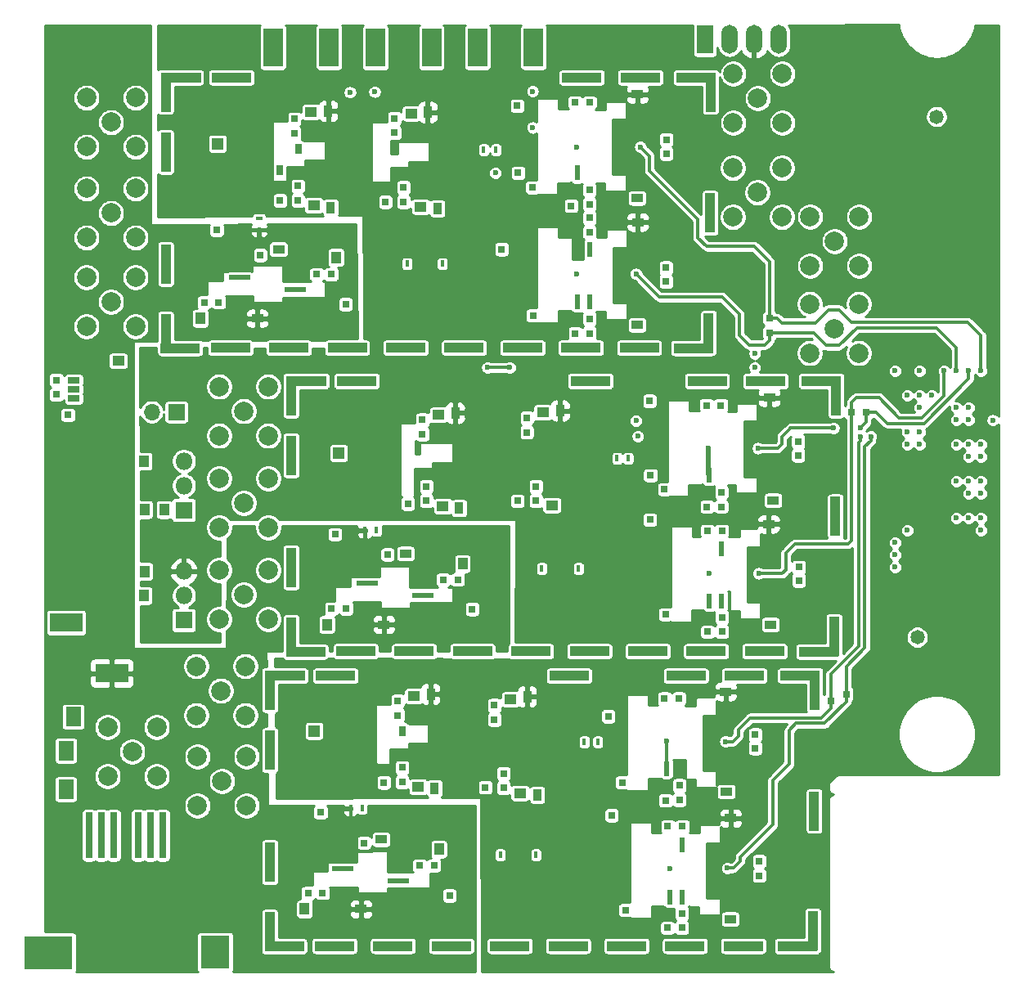
<source format=gbr>
G04 #@! TF.GenerationSoftware,KiCad,Pcbnew,(5.1.5-0-10_14)*
G04 #@! TF.CreationDate,2021-05-04T13:32:50-04:00*
G04 #@! TF.ProjectId,FEA,4645412e-6b69-4636-9164-5f7063625858,rev?*
G04 #@! TF.SameCoordinates,Original*
G04 #@! TF.FileFunction,Copper,L3,Inr*
G04 #@! TF.FilePolarity,Positive*
%FSLAX46Y46*%
G04 Gerber Fmt 4.6, Leading zero omitted, Abs format (unit mm)*
G04 Created by KiCad (PCBNEW (5.1.5-0-10_14)) date 2021-05-04 13:32:50*
%MOMM*%
%LPD*%
G04 APERTURE LIST*
%ADD10R,4.040000X1.000000*%
%ADD11R,1.000000X4.040000*%
%ADD12R,0.400000X0.660000*%
%ADD13R,0.600000X1.550000*%
%ADD14R,0.650000X1.060000*%
%ADD15R,1.800000X1.800000*%
%ADD16O,1.800000X1.800000*%
%ADD17C,1.480000*%
%ADD18C,0.600000*%
%ADD19R,1.700000X1.700000*%
%ADD20O,1.700000X1.700000*%
%ADD21R,1.600000X2.000000*%
%ADD22C,2.000000*%
%ADD23R,2.000000X4.000000*%
%ADD24R,0.750000X0.800000*%
%ADD25R,1.220000X0.650000*%
%ADD26R,1.700000X3.000000*%
%ADD27O,1.700000X3.000000*%
%ADD28R,0.800000X0.750000*%
%ADD29R,0.760000X4.750000*%
%ADD30R,3.000000X3.500000*%
%ADD31R,5.000000X3.500000*%
%ADD32R,1.250000X1.000000*%
%ADD33R,1.000000X1.250000*%
%ADD34R,3.390000X1.960000*%
%ADD35R,0.660000X0.400000*%
%ADD36R,1.200000X0.900000*%
%ADD37R,0.900000X1.200000*%
%ADD38R,1.200000X1.200000*%
%ADD39R,2.200000X0.500000*%
%ADD40C,0.380000*%
%ADD41C,0.500000*%
%ADD42C,0.254000*%
G04 APERTURE END LIST*
D10*
X50700000Y-158000000D03*
D11*
X43900000Y-165700000D03*
X43900000Y-159500000D03*
D10*
X45500000Y-158000000D03*
X45400000Y-186000000D03*
D11*
X43900000Y-184500000D03*
X100100000Y-184400000D03*
D10*
X98500000Y-186000000D03*
D11*
X100300000Y-159500000D03*
D10*
X98800000Y-158000000D03*
D11*
X100250000Y-172000000D03*
X43900000Y-177300000D03*
D10*
X74880000Y-158000000D03*
X86970000Y-158000000D03*
X93015000Y-158000000D03*
X50600000Y-185970000D03*
X56645000Y-185970000D03*
X62690000Y-185970000D03*
X68735000Y-185970000D03*
X74780000Y-185970000D03*
X80825000Y-185970000D03*
X86870000Y-185970000D03*
X92915000Y-185970000D03*
D12*
X79850000Y-135500000D03*
D13*
X75715000Y-105950000D03*
D14*
X44950000Y-105650000D03*
X46850000Y-103450000D03*
D15*
X35000000Y-152250000D03*
D16*
X35000000Y-149710000D03*
X35000000Y-147170000D03*
X35000000Y-135770000D03*
X35000000Y-138310000D03*
D15*
X35000000Y-140850000D03*
D10*
X82140000Y-124045000D03*
X76095000Y-124045000D03*
X70050000Y-124045000D03*
X64005000Y-124045000D03*
X57960000Y-124045000D03*
X51915000Y-124045000D03*
X45870000Y-124045000D03*
X39825000Y-124045000D03*
X82240000Y-96075000D03*
X76195000Y-96075000D03*
D11*
X33125000Y-115375000D03*
X89475000Y-110075000D03*
D10*
X88025000Y-96075000D03*
D11*
X89525000Y-97575000D03*
D10*
X87725000Y-124075000D03*
D11*
X89325000Y-122475000D03*
X33125000Y-122575000D03*
D10*
X34625000Y-124075000D03*
X34725000Y-96075000D03*
D11*
X33125000Y-97575000D03*
X33125000Y-103775000D03*
D10*
X39925000Y-96075000D03*
D17*
X110925000Y-154025000D03*
X112925000Y-100125000D03*
D18*
X117515000Y-126425000D03*
X116245000Y-126425000D03*
X114975000Y-126425000D03*
X113705000Y-126425000D03*
X111165000Y-126425000D03*
X108625000Y-126425000D03*
X112435000Y-128965000D03*
X111165000Y-128965000D03*
X109895000Y-128965000D03*
X116245000Y-130235000D03*
X114975000Y-130235000D03*
X111165000Y-130235000D03*
X116245000Y-131505000D03*
X114975000Y-131505000D03*
X111165000Y-132775000D03*
X109895000Y-132775000D03*
X117515000Y-134045000D03*
X116245000Y-134045000D03*
X114975000Y-134045000D03*
X111165000Y-134045000D03*
X109895000Y-134045000D03*
X117515000Y-135315000D03*
X116245000Y-135315000D03*
X117515000Y-137855000D03*
X116245000Y-137855000D03*
X114975000Y-137855000D03*
X117515000Y-139125000D03*
X116245000Y-139125000D03*
X117515000Y-141665000D03*
X116245000Y-141665000D03*
X114975000Y-141665000D03*
X117515000Y-142935000D03*
X109895000Y-142935000D03*
X108625000Y-144205000D03*
X108625000Y-145475000D03*
X108625000Y-146745000D03*
D19*
X34220000Y-130700000D03*
D20*
X31680000Y-130700000D03*
D21*
X22800000Y-165750000D03*
X22800000Y-169750000D03*
D22*
X27450000Y-110100000D03*
X29990000Y-107560000D03*
X24910000Y-107560000D03*
X24910000Y-112640000D03*
X29990000Y-112640000D03*
X27450000Y-100700000D03*
X29990000Y-98160000D03*
X24910000Y-98160000D03*
X24910000Y-103240000D03*
X29990000Y-103240000D03*
D23*
X60640000Y-92980000D03*
X54840000Y-92980000D03*
X44225000Y-92950000D03*
X50025000Y-92950000D03*
D22*
X43740000Y-142640000D03*
X38660000Y-142640000D03*
X38660000Y-137560000D03*
X43740000Y-137560000D03*
X41200000Y-140100000D03*
X41200000Y-130600000D03*
X43740000Y-128060000D03*
X38660000Y-128060000D03*
X38660000Y-133140000D03*
X43740000Y-133140000D03*
X38950000Y-168900000D03*
X41490000Y-166360000D03*
X36410000Y-166360000D03*
X36410000Y-171440000D03*
X41490000Y-171440000D03*
X41390000Y-162090000D03*
X36310000Y-162090000D03*
X36310000Y-157010000D03*
X41390000Y-157010000D03*
X38850000Y-159550000D03*
X94410000Y-98230000D03*
X96950000Y-95690000D03*
X91870000Y-95690000D03*
X91870000Y-100770000D03*
X96950000Y-100770000D03*
X96930000Y-110510000D03*
X91850000Y-110510000D03*
X91850000Y-105430000D03*
X96930000Y-105430000D03*
X94390000Y-107970000D03*
X104910000Y-115540000D03*
X99830000Y-115540000D03*
X99830000Y-110460000D03*
X104910000Y-110460000D03*
X102370000Y-113000000D03*
X102320000Y-122050000D03*
X104860000Y-119510000D03*
X99780000Y-119510000D03*
X99780000Y-124590000D03*
X104860000Y-124590000D03*
D24*
X21800000Y-128895000D03*
X21800000Y-127395000D03*
D25*
X23615000Y-127400000D03*
X23615000Y-128350000D03*
X23615000Y-129300000D03*
D23*
X65400000Y-92950000D03*
X71200000Y-92950000D03*
D26*
X88950000Y-92100000D03*
D27*
X91490000Y-92100000D03*
X94030000Y-92100000D03*
X96570000Y-92100000D03*
D28*
X23000000Y-131000000D03*
D29*
X25195000Y-174525000D03*
X26465000Y-174525000D03*
X27735000Y-174525000D03*
X30275000Y-174525000D03*
X31545000Y-174525000D03*
X32815000Y-174525000D03*
D30*
X38245000Y-186625000D03*
D31*
X20995000Y-186675000D03*
D32*
X28220000Y-125400000D03*
D33*
X30900000Y-149700000D03*
X32950000Y-140800000D03*
X30950000Y-140800000D03*
X30950000Y-147200000D03*
X30900000Y-135800000D03*
D28*
X95650000Y-121000000D03*
X95650000Y-122500000D03*
D24*
X105600000Y-130750000D03*
X104100000Y-130750000D03*
X101950000Y-160600000D03*
X103600000Y-159900000D03*
D34*
X27550000Y-157750000D03*
X22800000Y-152500000D03*
D33*
X36700000Y-121000000D03*
D32*
X48450000Y-109300000D03*
D24*
X46800000Y-108800000D03*
D28*
X37100000Y-119350000D03*
X38600000Y-119350000D03*
D24*
X46800000Y-108800000D03*
X46800000Y-107300000D03*
D28*
X48750000Y-116450000D03*
X50250000Y-116450000D03*
D24*
X46450000Y-101850000D03*
X46450000Y-100350000D03*
D28*
X50250000Y-116450000D03*
X48750000Y-116450000D03*
D24*
X46450000Y-100350000D03*
D32*
X48150000Y-99650000D03*
D33*
X50750000Y-114700000D03*
D35*
X42800000Y-111850000D03*
X42800000Y-110650000D03*
D36*
X42600000Y-121000000D03*
D37*
X50200000Y-109550000D03*
D36*
X44800000Y-113850000D03*
D37*
X49950000Y-99550000D03*
D28*
X38400000Y-111850000D03*
D24*
X42900000Y-114450000D03*
X44950000Y-108800000D03*
D38*
X38500000Y-102930000D03*
D24*
X84950000Y-102500000D03*
X77000000Y-110600000D03*
X77000000Y-110600000D03*
X77000000Y-112100000D03*
X84900000Y-115750000D03*
X84950000Y-103950000D03*
X84900000Y-117200000D03*
X77000000Y-121050000D03*
X77000000Y-122550000D03*
X75500000Y-122550000D03*
D28*
X77000000Y-98650000D03*
X75500000Y-98650000D03*
D24*
X77000000Y-109200000D03*
X77000000Y-107700000D03*
X75100000Y-109350000D03*
D36*
X82000000Y-111050000D03*
X81900000Y-121700000D03*
X81950000Y-97800000D03*
X81900000Y-108550000D03*
D24*
X67900000Y-113850000D03*
D28*
X71150000Y-120700000D03*
D24*
X69500000Y-99000000D03*
D28*
X71100000Y-107450000D03*
X69600000Y-105950000D03*
D12*
X67300000Y-103550000D03*
X66050000Y-103550000D03*
X58100000Y-115350000D03*
X61750000Y-115350000D03*
D21*
X23550000Y-162250000D03*
D33*
X49800000Y-152700000D03*
D32*
X61800000Y-140450000D03*
D28*
X50300000Y-151050000D03*
X50300000Y-151050000D03*
X51800000Y-151050000D03*
D24*
X60100000Y-138400000D03*
X60100000Y-139900000D03*
D28*
X61850000Y-148050000D03*
X63350000Y-148050000D03*
D24*
X59700000Y-131500000D03*
X59700000Y-133000000D03*
D32*
X61350000Y-131000000D03*
D33*
X63850000Y-146400000D03*
D28*
X90600000Y-130000000D03*
X89100000Y-130000000D03*
D24*
X98600000Y-133750000D03*
D28*
X90700000Y-143000000D03*
X89200000Y-143000000D03*
D24*
X98650000Y-146750000D03*
X98600000Y-135200000D03*
X90650000Y-139000000D03*
X90650000Y-140500000D03*
X89150000Y-140500000D03*
X98650000Y-148150000D03*
X90700000Y-153450000D03*
X90700000Y-151950000D03*
X89200000Y-153450000D03*
D12*
X53750000Y-142950000D03*
X54950000Y-142950000D03*
X72050000Y-146900000D03*
X81000000Y-135500000D03*
X75850000Y-146900000D03*
D36*
X55700000Y-152700000D03*
D37*
X63500000Y-140650000D03*
D36*
X57950000Y-145350000D03*
D37*
X63100000Y-130800000D03*
D36*
X95600000Y-129200000D03*
X95550000Y-142300000D03*
X96000000Y-139850000D03*
X95750000Y-152700000D03*
D10*
X52900000Y-127500000D03*
D11*
X46100000Y-135200000D03*
X46100000Y-129000000D03*
D10*
X47700000Y-127500000D03*
X47600000Y-155500000D03*
D11*
X46100000Y-154000000D03*
X102300000Y-153900000D03*
D10*
X100700000Y-155500000D03*
D11*
X102500000Y-129000000D03*
D10*
X101000000Y-127500000D03*
D11*
X102450000Y-141500000D03*
X46100000Y-146800000D03*
D10*
X77080000Y-127500000D03*
X89170000Y-127500000D03*
X95215000Y-127500000D03*
X52800000Y-155470000D03*
X58845000Y-155470000D03*
X64890000Y-155470000D03*
X70935000Y-155470000D03*
X76980000Y-155470000D03*
X83025000Y-155470000D03*
X89070000Y-155470000D03*
X95115000Y-155470000D03*
D28*
X50650000Y-143350000D03*
D24*
X56100000Y-145450000D03*
X58200000Y-140200000D03*
X83200000Y-129550000D03*
X83250000Y-141850000D03*
D28*
X84750000Y-138700000D03*
X83300000Y-137250000D03*
X84850000Y-151650000D03*
D38*
X51050000Y-134960000D03*
D13*
X89365000Y-137250000D03*
D33*
X47500000Y-182150000D03*
D32*
X59250000Y-169500000D03*
D24*
X57600000Y-167500000D03*
X57600000Y-169000000D03*
D28*
X47850000Y-180500000D03*
X49350000Y-180500000D03*
D24*
X57150000Y-160600000D03*
X57150000Y-162100000D03*
D28*
X60900000Y-177650000D03*
X59400000Y-177650000D03*
D32*
X58800000Y-160100000D03*
D33*
X61400000Y-175950000D03*
D28*
X84750000Y-160350000D03*
X86250000Y-160350000D03*
D24*
X94150000Y-164100000D03*
D28*
X86600000Y-173600000D03*
X85100000Y-173600000D03*
D24*
X94550000Y-177200000D03*
X94150000Y-165500000D03*
X86300000Y-170850000D03*
X84850000Y-170900000D03*
X86300000Y-169350000D03*
X94550000Y-178700000D03*
X86550000Y-184100000D03*
X86550000Y-182600000D03*
X85050000Y-184100000D03*
D12*
X52250000Y-171700000D03*
X53450000Y-171700000D03*
X77850000Y-164850000D03*
X67750000Y-176550000D03*
X76450000Y-164850000D03*
X71450000Y-176550000D03*
D36*
X53350000Y-182150000D03*
D37*
X60950000Y-169650000D03*
D36*
X55450000Y-174950000D03*
D37*
X60550000Y-159900000D03*
D36*
X91100000Y-159650000D03*
X91600000Y-172750000D03*
X91150000Y-170000000D03*
X91550000Y-183200000D03*
D28*
X49150000Y-172150000D03*
D24*
X53650000Y-175300000D03*
X55700000Y-169050000D03*
X78950000Y-162200000D03*
X79300000Y-172450000D03*
D28*
X80400000Y-169050000D03*
X80750000Y-182250000D03*
D38*
X48500000Y-163710000D03*
D14*
X57600000Y-163700000D03*
D13*
X84965000Y-167600000D03*
D32*
X73100000Y-140350000D03*
D24*
X71450000Y-139900000D03*
X71450000Y-138400000D03*
X71450000Y-139900000D03*
X70500000Y-131300000D03*
X70500000Y-132800000D03*
D32*
X72150000Y-130750000D03*
X69800000Y-170150000D03*
D24*
X68100000Y-169600000D03*
X68100000Y-168100000D03*
X67150000Y-162550000D03*
X67150000Y-161050000D03*
D32*
X68800000Y-160450000D03*
X59500000Y-109450000D03*
D24*
X57750000Y-108950000D03*
X57750000Y-107450000D03*
X56800000Y-101800000D03*
X56800000Y-100300000D03*
D32*
X58550000Y-99800000D03*
D37*
X73950000Y-130550000D03*
X71600000Y-170350000D03*
X70550000Y-160150000D03*
X61250000Y-109650000D03*
X60250000Y-99650000D03*
D24*
X64850000Y-151100000D03*
X69550000Y-139900000D03*
X62500000Y-180750000D03*
X66200000Y-169550000D03*
X51750000Y-119550000D03*
X55850000Y-108950000D03*
D22*
X29990000Y-121840000D03*
X24910000Y-121840000D03*
X24910000Y-116760000D03*
X29990000Y-116760000D03*
X27450000Y-119300000D03*
X41200000Y-149600000D03*
X43740000Y-147060000D03*
X38660000Y-147060000D03*
X38660000Y-152140000D03*
X43740000Y-152140000D03*
X29650000Y-165850000D03*
X32190000Y-163310000D03*
X27110000Y-163310000D03*
X27110000Y-168390000D03*
X32190000Y-168390000D03*
D39*
X59725000Y-149690000D03*
X53975000Y-148420000D03*
D13*
X90685000Y-150250000D03*
X90685000Y-144850000D03*
X89415000Y-150250000D03*
D39*
X51475000Y-177970000D03*
X57225000Y-179240000D03*
D13*
X86585000Y-180900000D03*
X86585000Y-175500000D03*
X85315000Y-180900000D03*
D39*
X40750000Y-116770000D03*
X46500000Y-118040000D03*
D13*
X75765000Y-119300000D03*
X77035000Y-113900000D03*
X77035000Y-119300000D03*
D18*
X118750000Y-131550000D03*
X66430010Y-126090000D03*
X68750000Y-126090000D03*
X94100000Y-126090000D03*
X94100000Y-124650000D03*
X71100000Y-101250000D03*
X71100000Y-97500000D03*
X28650000Y-158200000D03*
X28700000Y-157250000D03*
X26300000Y-158200000D03*
X26350000Y-157250000D03*
X75700000Y-103250000D03*
X82250000Y-103250000D03*
X75700000Y-116400000D03*
X81800000Y-116400000D03*
X89400000Y-147400000D03*
X94500000Y-147400000D03*
X89300000Y-134450000D03*
X105000000Y-132350000D03*
X94450000Y-134450000D03*
X102250000Y-132350000D03*
X85300000Y-177950000D03*
X106123505Y-133223505D03*
X91250000Y-177900000D03*
X84950000Y-164750000D03*
X105000000Y-133300000D03*
X91050000Y-164800000D03*
X52200000Y-97600000D03*
X54750000Y-97550000D03*
X67250000Y-105950000D03*
X81800000Y-131600000D03*
X82000000Y-133200000D03*
D40*
X66430010Y-126090000D02*
X68750000Y-126090000D01*
X96430000Y-121000000D02*
X96880000Y-121450000D01*
X95650000Y-121000000D02*
X96430000Y-121000000D01*
X96880000Y-121450000D02*
X100350000Y-121450000D01*
X100350000Y-121450000D02*
X101700000Y-120100000D01*
X101700000Y-120100000D02*
X102800000Y-120100000D01*
X102800000Y-120100000D02*
X104100000Y-121400000D01*
X104100000Y-121400000D02*
X116150000Y-121400000D01*
X117515000Y-122765000D02*
X117515000Y-126425000D01*
X116150000Y-121400000D02*
X117515000Y-122765000D01*
X82250000Y-103250000D02*
X83200000Y-104200000D01*
X83200000Y-104200000D02*
X83200000Y-105750000D01*
X83200000Y-105750000D02*
X88200000Y-110750000D01*
X88200000Y-110750000D02*
X88200000Y-112650000D01*
X88200000Y-112650000D02*
X89100000Y-113550000D01*
X89100000Y-113550000D02*
X94050000Y-113550000D01*
X95650000Y-115150000D02*
X95650000Y-121000000D01*
X94050000Y-113550000D02*
X95650000Y-115150000D01*
X84200000Y-118800000D02*
X81800000Y-116400000D01*
X88450000Y-118800000D02*
X84200000Y-118800000D01*
X95650000Y-122500000D02*
X100200000Y-122500000D01*
X100200000Y-122500000D02*
X101500000Y-123800000D01*
X101500000Y-123800000D02*
X102850000Y-123800000D01*
X102850000Y-123800000D02*
X104669990Y-121980010D01*
X104669990Y-121980010D02*
X112930010Y-121980010D01*
X114975000Y-124025000D02*
X114975000Y-126425000D01*
X112930010Y-121980010D02*
X114975000Y-124025000D01*
X95650000Y-123255000D02*
X95155000Y-123750000D01*
X95650000Y-122500000D02*
X95650000Y-123255000D01*
X95155000Y-123750000D02*
X93500000Y-123750000D01*
X93500000Y-123750000D02*
X92500000Y-122750000D01*
X92500000Y-122750000D02*
X92500000Y-120600000D01*
X90700000Y-118800000D02*
X88450000Y-118800000D01*
X92500000Y-120600000D02*
X90700000Y-118800000D01*
X113705000Y-128995000D02*
X113705000Y-126425000D01*
X111400000Y-131300000D02*
X113705000Y-128995000D01*
X111400000Y-131300000D02*
X109050000Y-131300000D01*
X109050000Y-131300000D02*
X106950000Y-129200000D01*
X106950000Y-129200000D02*
X104600000Y-129200000D01*
X104100000Y-129700000D02*
X104100000Y-130750000D01*
X104600000Y-129200000D02*
X104100000Y-129700000D01*
X104100000Y-130750000D02*
X104100000Y-144000000D01*
X104100000Y-144000000D02*
X103750000Y-144350000D01*
X103750000Y-144350000D02*
X98250000Y-144350000D01*
X98250000Y-144350000D02*
X97300000Y-145300000D01*
X97300000Y-145300000D02*
X97300000Y-147050000D01*
X96950000Y-147400000D02*
X94500000Y-147400000D01*
X97300000Y-147050000D02*
X96950000Y-147400000D01*
D41*
X89300000Y-137185000D02*
X89365000Y-137250000D01*
X89300000Y-134450000D02*
X89300000Y-137185000D01*
D40*
X107819990Y-131880010D02*
X111640249Y-131880009D01*
X116245000Y-127275258D02*
X116245000Y-126425000D01*
X111640249Y-131880009D02*
X116245000Y-127275258D01*
X106689980Y-130750000D02*
X105600000Y-130750000D01*
X107819990Y-131880010D02*
X106689980Y-130750000D01*
X105600000Y-131750000D02*
X105000000Y-132350000D01*
X105600000Y-130750000D02*
X105600000Y-131750000D01*
X96900000Y-134000000D02*
X96450000Y-134450000D01*
X96900000Y-133250000D02*
X96900000Y-134000000D01*
X96450000Y-134450000D02*
X94450000Y-134450000D01*
X97850000Y-132350000D02*
X97750000Y-132450000D01*
X102250000Y-132350000D02*
X97850000Y-132350000D01*
X97750000Y-132450000D02*
X96900000Y-133250000D01*
X97800000Y-132350000D02*
X97750000Y-132450000D01*
X106123505Y-133647769D02*
X105471274Y-134300000D01*
X106123505Y-133223505D02*
X106123505Y-133647769D01*
X105471274Y-134328726D02*
X105500000Y-134357452D01*
X105471274Y-134300000D02*
X105471274Y-134328726D01*
X105500000Y-134357452D02*
X105500000Y-155120258D01*
X103600000Y-157020258D02*
X103600000Y-159900000D01*
X105500000Y-155120258D02*
X103600000Y-157020258D01*
X91900000Y-177900000D02*
X91250000Y-177900000D01*
X92600000Y-177200000D02*
X91900000Y-177900000D01*
X97650000Y-167150000D02*
X95950000Y-168850000D01*
X92600000Y-176750000D02*
X92600000Y-177200000D01*
X95950000Y-173400000D02*
X92600000Y-176750000D01*
X95950000Y-168850000D02*
X95950000Y-173400000D01*
X98369990Y-162930010D02*
X97650000Y-163650000D01*
X103600000Y-160680000D02*
X101349990Y-162930010D01*
X103600000Y-159900000D02*
X103600000Y-160680000D01*
X101349990Y-162930010D02*
X98369990Y-162930010D01*
X97650000Y-163650000D02*
X97650000Y-167150000D01*
X84965000Y-164765000D02*
X84950000Y-164750000D01*
X84965000Y-167600000D02*
X84965000Y-164765000D01*
X101950000Y-157850000D02*
X101950000Y-160600000D01*
X104850000Y-154950000D02*
X101950000Y-157850000D01*
X104850000Y-133874264D02*
X104850000Y-154950000D01*
X105000000Y-133724264D02*
X104850000Y-133874264D01*
X105000000Y-133300000D02*
X105000000Y-133724264D01*
X101950000Y-161380000D02*
X100980000Y-162350000D01*
X101950000Y-160600000D02*
X101950000Y-161380000D01*
X100980000Y-162350000D02*
X93650000Y-162350000D01*
X93650000Y-162350000D02*
X92400000Y-163600000D01*
X92400000Y-163600000D02*
X92400000Y-164250000D01*
X91850000Y-164800000D02*
X91050000Y-164800000D01*
X92400000Y-164250000D02*
X91850000Y-164800000D01*
D42*
G36*
X31523000Y-111200000D02*
G01*
X31525440Y-111224776D01*
X31532667Y-111248601D01*
X31544403Y-111270557D01*
X31560197Y-111289803D01*
X31579443Y-111305597D01*
X31601399Y-111317333D01*
X31625224Y-111324560D01*
X31650596Y-111326999D01*
X37609893Y-111299021D01*
X37603595Y-111310804D01*
X37579178Y-111391293D01*
X37570934Y-111475000D01*
X37570934Y-112225000D01*
X37579178Y-112308707D01*
X37603595Y-112389196D01*
X37643245Y-112463376D01*
X37696605Y-112528395D01*
X37761624Y-112581755D01*
X37835804Y-112621405D01*
X37916293Y-112645822D01*
X38000000Y-112654066D01*
X38800000Y-112654066D01*
X38883707Y-112645822D01*
X38964196Y-112621405D01*
X39038376Y-112581755D01*
X39103395Y-112528395D01*
X39156755Y-112463376D01*
X39196405Y-112389196D01*
X39220822Y-112308707D01*
X39229066Y-112225000D01*
X39229066Y-112081750D01*
X41835000Y-112081750D01*
X41847427Y-112189783D01*
X41886660Y-112308555D01*
X41948311Y-112417391D01*
X42030009Y-112512108D01*
X42128616Y-112589067D01*
X42240342Y-112645309D01*
X42360894Y-112678675D01*
X42485639Y-112687880D01*
X42514250Y-112685000D01*
X42673000Y-112526250D01*
X42673000Y-111923000D01*
X42927000Y-111923000D01*
X42927000Y-112526250D01*
X43085750Y-112685000D01*
X43114361Y-112687880D01*
X43239106Y-112678675D01*
X43359658Y-112645309D01*
X43471384Y-112589067D01*
X43569991Y-112512108D01*
X43651689Y-112417391D01*
X43713340Y-112308555D01*
X43752573Y-112189783D01*
X43765000Y-112081750D01*
X43606250Y-111923000D01*
X42927000Y-111923000D01*
X42673000Y-111923000D01*
X41993750Y-111923000D01*
X41835000Y-112081750D01*
X39229066Y-112081750D01*
X39229066Y-111475000D01*
X39220822Y-111391293D01*
X39196405Y-111310804D01*
X39186151Y-111291621D01*
X41951737Y-111278637D01*
X41948311Y-111282609D01*
X41886660Y-111391445D01*
X41847427Y-111510217D01*
X41835000Y-111618250D01*
X41993750Y-111777000D01*
X42673000Y-111777000D01*
X42673000Y-111703000D01*
X42927000Y-111703000D01*
X42927000Y-111777000D01*
X43606250Y-111777000D01*
X43765000Y-111618250D01*
X43752573Y-111510217D01*
X43713340Y-111391445D01*
X43651689Y-111282609D01*
X43641421Y-111270704D01*
X52824553Y-111227591D01*
X52970125Y-123115934D01*
X49895000Y-123115934D01*
X49811293Y-123124178D01*
X49730804Y-123148595D01*
X49656624Y-123188245D01*
X49595872Y-123238103D01*
X48195475Y-123244139D01*
X48193395Y-123241605D01*
X48128376Y-123188245D01*
X48054196Y-123148595D01*
X47973707Y-123124178D01*
X47890000Y-123115934D01*
X43850000Y-123115934D01*
X43766293Y-123124178D01*
X43685804Y-123148595D01*
X43611624Y-123188245D01*
X43546605Y-123241605D01*
X43528015Y-123264257D01*
X42171783Y-123270103D01*
X42148395Y-123241605D01*
X42083376Y-123188245D01*
X42009196Y-123148595D01*
X41928707Y-123124178D01*
X41845000Y-123115934D01*
X37805000Y-123115934D01*
X37721293Y-123124178D01*
X37640804Y-123148595D01*
X37566624Y-123188245D01*
X37501605Y-123241605D01*
X37461555Y-123290406D01*
X36965579Y-123292544D01*
X36948395Y-123271605D01*
X36883376Y-123218245D01*
X36809196Y-123178595D01*
X36728707Y-123154178D01*
X36645000Y-123145934D01*
X34054066Y-123145934D01*
X34054066Y-120555000D01*
X34045822Y-120471293D01*
X34021405Y-120390804D01*
X34012958Y-120375000D01*
X35770934Y-120375000D01*
X35770934Y-121625000D01*
X35779178Y-121708707D01*
X35803595Y-121789196D01*
X35843245Y-121863376D01*
X35896605Y-121928395D01*
X35961624Y-121981755D01*
X36035804Y-122021405D01*
X36116293Y-122045822D01*
X36200000Y-122054066D01*
X37200000Y-122054066D01*
X37283707Y-122045822D01*
X37364196Y-122021405D01*
X37438376Y-121981755D01*
X37503395Y-121928395D01*
X37556755Y-121863376D01*
X37596405Y-121789196D01*
X37620822Y-121708707D01*
X37629066Y-121625000D01*
X37629066Y-121450000D01*
X41361928Y-121450000D01*
X41374188Y-121574482D01*
X41410498Y-121694180D01*
X41469463Y-121804494D01*
X41548815Y-121901185D01*
X41645506Y-121980537D01*
X41755820Y-122039502D01*
X41875518Y-122075812D01*
X42000000Y-122088072D01*
X42314250Y-122085000D01*
X42473000Y-121926250D01*
X42473000Y-121127000D01*
X42727000Y-121127000D01*
X42727000Y-121926250D01*
X42885750Y-122085000D01*
X43200000Y-122088072D01*
X43324482Y-122075812D01*
X43444180Y-122039502D01*
X43554494Y-121980537D01*
X43651185Y-121901185D01*
X43730537Y-121804494D01*
X43789502Y-121694180D01*
X43825812Y-121574482D01*
X43838072Y-121450000D01*
X43835000Y-121285750D01*
X43676250Y-121127000D01*
X42727000Y-121127000D01*
X42473000Y-121127000D01*
X41523750Y-121127000D01*
X41365000Y-121285750D01*
X41361928Y-121450000D01*
X37629066Y-121450000D01*
X37629066Y-120550000D01*
X41361928Y-120550000D01*
X41365000Y-120714250D01*
X41523750Y-120873000D01*
X42473000Y-120873000D01*
X42473000Y-120073750D01*
X42727000Y-120073750D01*
X42727000Y-120873000D01*
X43676250Y-120873000D01*
X43835000Y-120714250D01*
X43838072Y-120550000D01*
X43825812Y-120425518D01*
X43789502Y-120305820D01*
X43730537Y-120195506D01*
X43651185Y-120098815D01*
X43554494Y-120019463D01*
X43444180Y-119960498D01*
X43324482Y-119924188D01*
X43200000Y-119911928D01*
X42885750Y-119915000D01*
X42727000Y-120073750D01*
X42473000Y-120073750D01*
X42314250Y-119915000D01*
X42000000Y-119911928D01*
X41875518Y-119924188D01*
X41755820Y-119960498D01*
X41645506Y-120019463D01*
X41548815Y-120098815D01*
X41469463Y-120195506D01*
X41410498Y-120305820D01*
X41374188Y-120425518D01*
X41361928Y-120550000D01*
X37629066Y-120550000D01*
X37629066Y-120375000D01*
X37620822Y-120291293D01*
X37596405Y-120210804D01*
X37562773Y-120147884D01*
X37583707Y-120145822D01*
X37664196Y-120121405D01*
X37738376Y-120081755D01*
X37803395Y-120028395D01*
X37850000Y-119971607D01*
X37896605Y-120028395D01*
X37961624Y-120081755D01*
X38035804Y-120121405D01*
X38116293Y-120145822D01*
X38200000Y-120154066D01*
X39000000Y-120154066D01*
X39083707Y-120145822D01*
X39164196Y-120121405D01*
X39238376Y-120081755D01*
X39303395Y-120028395D01*
X39356755Y-119963376D01*
X39396405Y-119889196D01*
X39420822Y-119808707D01*
X39429066Y-119725000D01*
X39429066Y-118975000D01*
X39420822Y-118891293D01*
X39396405Y-118810804D01*
X39356755Y-118736624D01*
X39348857Y-118727000D01*
X42123000Y-118727000D01*
X42123000Y-119250000D01*
X42125440Y-119274776D01*
X42132667Y-119298601D01*
X42144403Y-119320557D01*
X42160197Y-119339803D01*
X42179443Y-119355597D01*
X42201399Y-119367333D01*
X42225224Y-119374560D01*
X42250000Y-119377000D01*
X45150000Y-119377000D01*
X45174776Y-119374560D01*
X45198601Y-119367333D01*
X45220557Y-119355597D01*
X45239803Y-119339803D01*
X45255597Y-119320557D01*
X45267333Y-119298601D01*
X45274560Y-119274776D01*
X45277000Y-119250000D01*
X45277000Y-119150000D01*
X50945934Y-119150000D01*
X50945934Y-119950000D01*
X50954178Y-120033707D01*
X50978595Y-120114196D01*
X51018245Y-120188376D01*
X51071605Y-120253395D01*
X51136624Y-120306755D01*
X51210804Y-120346405D01*
X51291293Y-120370822D01*
X51375000Y-120379066D01*
X52125000Y-120379066D01*
X52208707Y-120370822D01*
X52289196Y-120346405D01*
X52363376Y-120306755D01*
X52428395Y-120253395D01*
X52481755Y-120188376D01*
X52521405Y-120114196D01*
X52545822Y-120033707D01*
X52554066Y-119950000D01*
X52554066Y-119150000D01*
X52545822Y-119066293D01*
X52521405Y-118985804D01*
X52481755Y-118911624D01*
X52428395Y-118846605D01*
X52363376Y-118793245D01*
X52289196Y-118753595D01*
X52208707Y-118729178D01*
X52125000Y-118720934D01*
X51375000Y-118720934D01*
X51291293Y-118729178D01*
X51210804Y-118753595D01*
X51136624Y-118793245D01*
X51071605Y-118846605D01*
X51018245Y-118911624D01*
X50978595Y-118985804D01*
X50954178Y-119066293D01*
X50945934Y-119150000D01*
X45277000Y-119150000D01*
X45277000Y-118877000D01*
X49550000Y-118877000D01*
X49574776Y-118874560D01*
X49598601Y-118867333D01*
X49620557Y-118855597D01*
X49639803Y-118839803D01*
X49655597Y-118820557D01*
X49667333Y-118798601D01*
X49674560Y-118774776D01*
X49677000Y-118750000D01*
X49677000Y-117300000D01*
X49674560Y-117275224D01*
X49667333Y-117251399D01*
X49655597Y-117229443D01*
X49639803Y-117210197D01*
X49620557Y-117194403D01*
X49598601Y-117182667D01*
X49574776Y-117175440D01*
X49550000Y-117173000D01*
X49399044Y-117173000D01*
X49453395Y-117128395D01*
X49500000Y-117071607D01*
X49546605Y-117128395D01*
X49611624Y-117181755D01*
X49685804Y-117221405D01*
X49766293Y-117245822D01*
X49850000Y-117254066D01*
X50650000Y-117254066D01*
X50733707Y-117245822D01*
X50814196Y-117221405D01*
X50888376Y-117181755D01*
X50953395Y-117128395D01*
X51006755Y-117063376D01*
X51046405Y-116989196D01*
X51070822Y-116908707D01*
X51079066Y-116825000D01*
X51079066Y-116075000D01*
X51070822Y-115991293D01*
X51046405Y-115910804D01*
X51006755Y-115836624D01*
X50953395Y-115771605D01*
X50932024Y-115754066D01*
X51250000Y-115754066D01*
X51333707Y-115745822D01*
X51414196Y-115721405D01*
X51488376Y-115681755D01*
X51553395Y-115628395D01*
X51606755Y-115563376D01*
X51646405Y-115489196D01*
X51670822Y-115408707D01*
X51679066Y-115325000D01*
X51679066Y-114075000D01*
X51670822Y-113991293D01*
X51646405Y-113910804D01*
X51606755Y-113836624D01*
X51553395Y-113771605D01*
X51488376Y-113718245D01*
X51414196Y-113678595D01*
X51333707Y-113654178D01*
X51250000Y-113645934D01*
X50250000Y-113645934D01*
X50166293Y-113654178D01*
X50085804Y-113678595D01*
X50011624Y-113718245D01*
X49946605Y-113771605D01*
X49893245Y-113836624D01*
X49853595Y-113910804D01*
X49829178Y-113991293D01*
X49820934Y-114075000D01*
X49820934Y-115325000D01*
X49829178Y-115408707D01*
X49853595Y-115489196D01*
X49893245Y-115563376D01*
X49946605Y-115628395D01*
X49967976Y-115645934D01*
X49850000Y-115645934D01*
X49766293Y-115654178D01*
X49685804Y-115678595D01*
X49611624Y-115718245D01*
X49546605Y-115771605D01*
X49500000Y-115828393D01*
X49453395Y-115771605D01*
X49388376Y-115718245D01*
X49314196Y-115678595D01*
X49233707Y-115654178D01*
X49150000Y-115645934D01*
X48350000Y-115645934D01*
X48266293Y-115654178D01*
X48185804Y-115678595D01*
X48111624Y-115718245D01*
X48046605Y-115771605D01*
X47993245Y-115836624D01*
X47953595Y-115910804D01*
X47929178Y-115991293D01*
X47920934Y-116075000D01*
X47920934Y-116825000D01*
X47929178Y-116908707D01*
X47953595Y-116989196D01*
X47993245Y-117063376D01*
X48046605Y-117128395D01*
X48100956Y-117173000D01*
X45227000Y-117173000D01*
X45227000Y-115600000D01*
X45224769Y-115576298D01*
X45217747Y-115552412D01*
X45206201Y-115530355D01*
X45190573Y-115510975D01*
X45171465Y-115495016D01*
X45149610Y-115483091D01*
X45125849Y-115475658D01*
X45101095Y-115473005D01*
X42201095Y-115448005D01*
X42175224Y-115450440D01*
X42151399Y-115457667D01*
X42129443Y-115469403D01*
X42110197Y-115485197D01*
X42094403Y-115504443D01*
X42082667Y-115526399D01*
X42075440Y-115550224D01*
X42073000Y-115575000D01*
X42073000Y-116123000D01*
X42012235Y-116123000D01*
X41933707Y-116099178D01*
X41850000Y-116090934D01*
X39650000Y-116090934D01*
X39566293Y-116099178D01*
X39487765Y-116123000D01*
X39150000Y-116123000D01*
X39125224Y-116125440D01*
X39101399Y-116132667D01*
X39079443Y-116144403D01*
X39060197Y-116160197D01*
X39044403Y-116179443D01*
X39032667Y-116201399D01*
X39025440Y-116225224D01*
X39023000Y-116250000D01*
X39023000Y-117073000D01*
X37550000Y-117073000D01*
X37525224Y-117075440D01*
X37501399Y-117082667D01*
X37479443Y-117094403D01*
X37460197Y-117110197D01*
X37444403Y-117129443D01*
X37432667Y-117151399D01*
X37425440Y-117175224D01*
X37423000Y-117200000D01*
X37423000Y-118545934D01*
X36700000Y-118545934D01*
X36616293Y-118554178D01*
X36535804Y-118578595D01*
X36461624Y-118618245D01*
X36396605Y-118671605D01*
X36343245Y-118736624D01*
X36303595Y-118810804D01*
X36279178Y-118891293D01*
X36270934Y-118975000D01*
X36270934Y-119725000D01*
X36279178Y-119808707D01*
X36303595Y-119889196D01*
X36333922Y-119945934D01*
X36200000Y-119945934D01*
X36116293Y-119954178D01*
X36035804Y-119978595D01*
X35961624Y-120018245D01*
X35896605Y-120071605D01*
X35843245Y-120136624D01*
X35803595Y-120210804D01*
X35779178Y-120291293D01*
X35770934Y-120375000D01*
X34012958Y-120375000D01*
X33981755Y-120316624D01*
X33928395Y-120251605D01*
X33863376Y-120198245D01*
X33789196Y-120158595D01*
X33708707Y-120134178D01*
X33625000Y-120125934D01*
X32625000Y-120125934D01*
X32541293Y-120134178D01*
X32460804Y-120158595D01*
X32386624Y-120198245D01*
X32321605Y-120251605D01*
X32268245Y-120316624D01*
X32228595Y-120390804D01*
X32204178Y-120471293D01*
X32195934Y-120555000D01*
X32195934Y-123313102D01*
X29899453Y-123323001D01*
X29874687Y-123325548D01*
X29850894Y-123332878D01*
X29828988Y-123344708D01*
X29809811Y-123360585D01*
X29794100Y-123379898D01*
X29782459Y-123401905D01*
X29775335Y-123425761D01*
X29773000Y-123450000D01*
X29773000Y-155050000D01*
X29775440Y-155074776D01*
X29782667Y-155098601D01*
X29794403Y-155120557D01*
X29810197Y-155139803D01*
X29829443Y-155155597D01*
X29851399Y-155167333D01*
X29875224Y-155174560D01*
X29900000Y-155177000D01*
X39300000Y-155177000D01*
X39324776Y-155174560D01*
X39348601Y-155167333D01*
X39370557Y-155155597D01*
X39389803Y-155139803D01*
X39405597Y-155120557D01*
X39417333Y-155098601D01*
X39424560Y-155074776D01*
X39426996Y-155051004D01*
X39440564Y-153334683D01*
X39569660Y-153248424D01*
X39768424Y-153049660D01*
X39924591Y-152815938D01*
X40032162Y-152556241D01*
X40087000Y-152280547D01*
X40087000Y-151999453D01*
X42313000Y-151999453D01*
X42313000Y-152280547D01*
X42367838Y-152556241D01*
X42475409Y-152815938D01*
X42631576Y-153049660D01*
X42830340Y-153248424D01*
X43064062Y-153404591D01*
X43323759Y-153512162D01*
X43599453Y-153567000D01*
X43880547Y-153567000D01*
X44156241Y-153512162D01*
X44415938Y-153404591D01*
X44649660Y-153248424D01*
X44848424Y-153049660D01*
X45004591Y-152815938D01*
X45112162Y-152556241D01*
X45167000Y-152280547D01*
X45167000Y-151999453D01*
X45112162Y-151723759D01*
X45004591Y-151464062D01*
X44848424Y-151230340D01*
X44649660Y-151031576D01*
X44415938Y-150875409D01*
X44156241Y-150767838D01*
X43880547Y-150713000D01*
X43599453Y-150713000D01*
X43323759Y-150767838D01*
X43064062Y-150875409D01*
X42830340Y-151031576D01*
X42631576Y-151230340D01*
X42475409Y-151464062D01*
X42367838Y-151723759D01*
X42313000Y-151999453D01*
X40087000Y-151999453D01*
X40032162Y-151723759D01*
X39924591Y-151464062D01*
X39768424Y-151230340D01*
X39569660Y-151031576D01*
X39459353Y-150957872D01*
X39471198Y-149459453D01*
X39773000Y-149459453D01*
X39773000Y-149740547D01*
X39827838Y-150016241D01*
X39935409Y-150275938D01*
X40091576Y-150509660D01*
X40290340Y-150708424D01*
X40524062Y-150864591D01*
X40783759Y-150972162D01*
X41059453Y-151027000D01*
X41340547Y-151027000D01*
X41616241Y-150972162D01*
X41875938Y-150864591D01*
X42109660Y-150708424D01*
X42308424Y-150509660D01*
X42464591Y-150275938D01*
X42572162Y-150016241D01*
X42627000Y-149740547D01*
X42627000Y-149459453D01*
X42572162Y-149183759D01*
X42464591Y-148924062D01*
X42308424Y-148690340D01*
X42109660Y-148491576D01*
X41875938Y-148335409D01*
X41616241Y-148227838D01*
X41340547Y-148173000D01*
X41059453Y-148173000D01*
X40783759Y-148227838D01*
X40524062Y-148335409D01*
X40290340Y-148491576D01*
X40091576Y-148690340D01*
X39935409Y-148924062D01*
X39827838Y-149183759D01*
X39773000Y-149459453D01*
X39471198Y-149459453D01*
X39480935Y-148227708D01*
X39569660Y-148168424D01*
X39768424Y-147969660D01*
X39924591Y-147735938D01*
X40032162Y-147476241D01*
X40087000Y-147200547D01*
X40087000Y-146919453D01*
X42313000Y-146919453D01*
X42313000Y-147200547D01*
X42367838Y-147476241D01*
X42475409Y-147735938D01*
X42631576Y-147969660D01*
X42830340Y-148168424D01*
X43064062Y-148324591D01*
X43323759Y-148432162D01*
X43599453Y-148487000D01*
X43880547Y-148487000D01*
X44156241Y-148432162D01*
X44415938Y-148324591D01*
X44649660Y-148168424D01*
X44848424Y-147969660D01*
X45004591Y-147735938D01*
X45112162Y-147476241D01*
X45167000Y-147200547D01*
X45167000Y-146919453D01*
X45112162Y-146643759D01*
X45004591Y-146384062D01*
X44848424Y-146150340D01*
X44649660Y-145951576D01*
X44415938Y-145795409D01*
X44156241Y-145687838D01*
X43880547Y-145633000D01*
X43599453Y-145633000D01*
X43323759Y-145687838D01*
X43064062Y-145795409D01*
X42830340Y-145951576D01*
X42631576Y-146150340D01*
X42475409Y-146384062D01*
X42367838Y-146643759D01*
X42313000Y-146919453D01*
X40087000Y-146919453D01*
X40032162Y-146643759D01*
X39924591Y-146384062D01*
X39768424Y-146150340D01*
X39569660Y-145951576D01*
X39499300Y-145904563D01*
X39508189Y-144780000D01*
X45170934Y-144780000D01*
X45170934Y-148820000D01*
X45179178Y-148903707D01*
X45203595Y-148984196D01*
X45243245Y-149058376D01*
X45296605Y-149123395D01*
X45361624Y-149176755D01*
X45435804Y-149216405D01*
X45516293Y-149240822D01*
X45600000Y-149249066D01*
X46600000Y-149249066D01*
X46683707Y-149240822D01*
X46764196Y-149216405D01*
X46838376Y-149176755D01*
X46903395Y-149123395D01*
X46956755Y-149058376D01*
X46996405Y-148984196D01*
X47020822Y-148903707D01*
X47029066Y-148820000D01*
X47029066Y-145050000D01*
X55295934Y-145050000D01*
X55295934Y-145850000D01*
X55304178Y-145933707D01*
X55328595Y-146014196D01*
X55368245Y-146088376D01*
X55421605Y-146153395D01*
X55486624Y-146206755D01*
X55560804Y-146246405D01*
X55641293Y-146270822D01*
X55725000Y-146279066D01*
X56475000Y-146279066D01*
X56558707Y-146270822D01*
X56639196Y-146246405D01*
X56713376Y-146206755D01*
X56778395Y-146153395D01*
X56831755Y-146088376D01*
X56871405Y-146014196D01*
X56895822Y-145933707D01*
X56904066Y-145850000D01*
X56904066Y-145050000D01*
X56895822Y-144966293D01*
X56875712Y-144900000D01*
X56920934Y-144900000D01*
X56920934Y-145800000D01*
X56929178Y-145883707D01*
X56953595Y-145964196D01*
X56993245Y-146038376D01*
X57046605Y-146103395D01*
X57111624Y-146156755D01*
X57185804Y-146196405D01*
X57266293Y-146220822D01*
X57350000Y-146229066D01*
X58550000Y-146229066D01*
X58633707Y-146220822D01*
X58714196Y-146196405D01*
X58788376Y-146156755D01*
X58853395Y-146103395D01*
X58906755Y-146038376D01*
X58946405Y-145964196D01*
X58970822Y-145883707D01*
X58979066Y-145800000D01*
X58979066Y-144900000D01*
X58970822Y-144816293D01*
X58946405Y-144735804D01*
X58906755Y-144661624D01*
X58853395Y-144596605D01*
X58788376Y-144543245D01*
X58714196Y-144503595D01*
X58633707Y-144479178D01*
X58550000Y-144470934D01*
X57350000Y-144470934D01*
X57266293Y-144479178D01*
X57185804Y-144503595D01*
X57111624Y-144543245D01*
X57046605Y-144596605D01*
X56993245Y-144661624D01*
X56953595Y-144735804D01*
X56929178Y-144816293D01*
X56920934Y-144900000D01*
X56875712Y-144900000D01*
X56871405Y-144885804D01*
X56831755Y-144811624D01*
X56778395Y-144746605D01*
X56713376Y-144693245D01*
X56639196Y-144653595D01*
X56558707Y-144629178D01*
X56475000Y-144620934D01*
X55725000Y-144620934D01*
X55641293Y-144629178D01*
X55560804Y-144653595D01*
X55486624Y-144693245D01*
X55421605Y-144746605D01*
X55368245Y-144811624D01*
X55328595Y-144885804D01*
X55304178Y-144966293D01*
X55295934Y-145050000D01*
X47029066Y-145050000D01*
X47029066Y-144780000D01*
X47020822Y-144696293D01*
X46996405Y-144615804D01*
X46956755Y-144541624D01*
X46903395Y-144476605D01*
X46838376Y-144423245D01*
X46764196Y-144383595D01*
X46683707Y-144359178D01*
X46600000Y-144350934D01*
X45600000Y-144350934D01*
X45516293Y-144359178D01*
X45435804Y-144383595D01*
X45361624Y-144423245D01*
X45296605Y-144476605D01*
X45243245Y-144541624D01*
X45203595Y-144615804D01*
X45179178Y-144696293D01*
X45170934Y-144780000D01*
X39508189Y-144780000D01*
X39516061Y-143784237D01*
X39569660Y-143748424D01*
X39768424Y-143549660D01*
X39924591Y-143315938D01*
X40032162Y-143056241D01*
X40087000Y-142780547D01*
X40087000Y-142527000D01*
X42313000Y-142527000D01*
X42313000Y-142780547D01*
X42367838Y-143056241D01*
X42475409Y-143315938D01*
X42631576Y-143549660D01*
X42830340Y-143748424D01*
X43064062Y-143904591D01*
X43323759Y-144012162D01*
X43599453Y-144067000D01*
X43880547Y-144067000D01*
X44156241Y-144012162D01*
X44415938Y-143904591D01*
X44649660Y-143748424D01*
X44848424Y-143549660D01*
X45004591Y-143315938D01*
X45112162Y-143056241D01*
X45128321Y-142975000D01*
X49820934Y-142975000D01*
X49820934Y-143725000D01*
X49829178Y-143808707D01*
X49853595Y-143889196D01*
X49893245Y-143963376D01*
X49946605Y-144028395D01*
X50011624Y-144081755D01*
X50085804Y-144121405D01*
X50166293Y-144145822D01*
X50250000Y-144154066D01*
X51050000Y-144154066D01*
X51133707Y-144145822D01*
X51214196Y-144121405D01*
X51288376Y-144081755D01*
X51353395Y-144028395D01*
X51406755Y-143963376D01*
X51446405Y-143889196D01*
X51470822Y-143808707D01*
X51479066Y-143725000D01*
X51479066Y-143264361D01*
X52912120Y-143264361D01*
X52921325Y-143389106D01*
X52954691Y-143509658D01*
X53010933Y-143621384D01*
X53087892Y-143719991D01*
X53182609Y-143801689D01*
X53291445Y-143863340D01*
X53410217Y-143902573D01*
X53518250Y-143915000D01*
X53677000Y-143756250D01*
X53677000Y-143077000D01*
X53073750Y-143077000D01*
X52915000Y-143235750D01*
X52912120Y-143264361D01*
X51479066Y-143264361D01*
X51479066Y-142975000D01*
X51470822Y-142891293D01*
X51446405Y-142810804D01*
X51406755Y-142736624D01*
X51353395Y-142671605D01*
X51288376Y-142618245D01*
X51214196Y-142578595D01*
X51133707Y-142554178D01*
X51050000Y-142545934D01*
X50250000Y-142545934D01*
X50166293Y-142554178D01*
X50085804Y-142578595D01*
X50011624Y-142618245D01*
X49946605Y-142671605D01*
X49893245Y-142736624D01*
X49853595Y-142810804D01*
X49829178Y-142891293D01*
X49820934Y-142975000D01*
X45128321Y-142975000D01*
X45167000Y-142780547D01*
X45167000Y-142527000D01*
X52920137Y-142527000D01*
X52912120Y-142635639D01*
X52915000Y-142664250D01*
X53073750Y-142823000D01*
X53677000Y-142823000D01*
X53677000Y-142803000D01*
X53823000Y-142803000D01*
X53823000Y-142823000D01*
X53897000Y-142823000D01*
X53897000Y-143077000D01*
X53823000Y-143077000D01*
X53823000Y-143756250D01*
X53981750Y-143915000D01*
X54089783Y-143902573D01*
X54208555Y-143863340D01*
X54317391Y-143801689D01*
X54412108Y-143719991D01*
X54489067Y-143621384D01*
X54490186Y-143619161D01*
X54511624Y-143636755D01*
X54585804Y-143676405D01*
X54666293Y-143700822D01*
X54750000Y-143709066D01*
X55150000Y-143709066D01*
X55233707Y-143700822D01*
X55314196Y-143676405D01*
X55388376Y-143636755D01*
X55453395Y-143583395D01*
X55506755Y-143518376D01*
X55546405Y-143444196D01*
X55570822Y-143363707D01*
X55579066Y-143280000D01*
X55579066Y-142620000D01*
X55570822Y-142536293D01*
X55568003Y-142527000D01*
X68672518Y-142527000D01*
X68626581Y-154654314D01*
X68611605Y-154666605D01*
X68558245Y-154731624D01*
X68518595Y-154805804D01*
X68494178Y-154886293D01*
X68485934Y-154970000D01*
X68485934Y-155473000D01*
X67339066Y-155473000D01*
X67339066Y-154970000D01*
X67330822Y-154886293D01*
X67306405Y-154805804D01*
X67266755Y-154731624D01*
X67213395Y-154666605D01*
X67148376Y-154613245D01*
X67074196Y-154573595D01*
X66993707Y-154549178D01*
X66910000Y-154540934D01*
X62870000Y-154540934D01*
X62786293Y-154549178D01*
X62705804Y-154573595D01*
X62631624Y-154613245D01*
X62566605Y-154666605D01*
X62513245Y-154731624D01*
X62473595Y-154805804D01*
X62449178Y-154886293D01*
X62440934Y-154970000D01*
X62440934Y-155473000D01*
X61294066Y-155473000D01*
X61294066Y-154970000D01*
X61285822Y-154886293D01*
X61261405Y-154805804D01*
X61221755Y-154731624D01*
X61168395Y-154666605D01*
X61103376Y-154613245D01*
X61029196Y-154573595D01*
X60948707Y-154549178D01*
X60865000Y-154540934D01*
X56825000Y-154540934D01*
X56741293Y-154549178D01*
X56660804Y-154573595D01*
X56586624Y-154613245D01*
X56521605Y-154666605D01*
X56468245Y-154731624D01*
X56428595Y-154805804D01*
X56404178Y-154886293D01*
X56395934Y-154970000D01*
X56395934Y-155473000D01*
X55249066Y-155473000D01*
X55249066Y-154970000D01*
X55240822Y-154886293D01*
X55216405Y-154805804D01*
X55176755Y-154731624D01*
X55123395Y-154666605D01*
X55058376Y-154613245D01*
X54984196Y-154573595D01*
X54903707Y-154549178D01*
X54820000Y-154540934D01*
X50780000Y-154540934D01*
X50696293Y-154549178D01*
X50615804Y-154573595D01*
X50541624Y-154613245D01*
X50476605Y-154666605D01*
X50423245Y-154731624D01*
X50383595Y-154805804D01*
X50359178Y-154886293D01*
X50350934Y-154970000D01*
X50350934Y-155473000D01*
X50049066Y-155473000D01*
X50049066Y-155000000D01*
X50040822Y-154916293D01*
X50016405Y-154835804D01*
X49976755Y-154761624D01*
X49923395Y-154696605D01*
X49858376Y-154643245D01*
X49784196Y-154603595D01*
X49703707Y-154579178D01*
X49620000Y-154570934D01*
X47029066Y-154570934D01*
X47029066Y-152075000D01*
X48870934Y-152075000D01*
X48870934Y-153325000D01*
X48879178Y-153408707D01*
X48903595Y-153489196D01*
X48943245Y-153563376D01*
X48996605Y-153628395D01*
X49061624Y-153681755D01*
X49135804Y-153721405D01*
X49216293Y-153745822D01*
X49300000Y-153754066D01*
X50300000Y-153754066D01*
X50383707Y-153745822D01*
X50464196Y-153721405D01*
X50538376Y-153681755D01*
X50603395Y-153628395D01*
X50656755Y-153563376D01*
X50696405Y-153489196D01*
X50720822Y-153408707D01*
X50729066Y-153325000D01*
X50729066Y-153150000D01*
X54461928Y-153150000D01*
X54474188Y-153274482D01*
X54510498Y-153394180D01*
X54569463Y-153504494D01*
X54648815Y-153601185D01*
X54745506Y-153680537D01*
X54855820Y-153739502D01*
X54975518Y-153775812D01*
X55100000Y-153788072D01*
X55414250Y-153785000D01*
X55573000Y-153626250D01*
X55573000Y-152827000D01*
X55827000Y-152827000D01*
X55827000Y-153626250D01*
X55985750Y-153785000D01*
X56300000Y-153788072D01*
X56424482Y-153775812D01*
X56544180Y-153739502D01*
X56654494Y-153680537D01*
X56751185Y-153601185D01*
X56830537Y-153504494D01*
X56889502Y-153394180D01*
X56925812Y-153274482D01*
X56938072Y-153150000D01*
X56935000Y-152985750D01*
X56776250Y-152827000D01*
X55827000Y-152827000D01*
X55573000Y-152827000D01*
X54623750Y-152827000D01*
X54465000Y-152985750D01*
X54461928Y-153150000D01*
X50729066Y-153150000D01*
X50729066Y-152250000D01*
X54461928Y-152250000D01*
X54465000Y-152414250D01*
X54623750Y-152573000D01*
X55573000Y-152573000D01*
X55573000Y-151773750D01*
X55827000Y-151773750D01*
X55827000Y-152573000D01*
X56776250Y-152573000D01*
X56935000Y-152414250D01*
X56938072Y-152250000D01*
X56925812Y-152125518D01*
X56889502Y-152005820D01*
X56830537Y-151895506D01*
X56751185Y-151798815D01*
X56654494Y-151719463D01*
X56544180Y-151660498D01*
X56424482Y-151624188D01*
X56300000Y-151611928D01*
X55985750Y-151615000D01*
X55827000Y-151773750D01*
X55573000Y-151773750D01*
X55414250Y-151615000D01*
X55100000Y-151611928D01*
X54975518Y-151624188D01*
X54855820Y-151660498D01*
X54745506Y-151719463D01*
X54648815Y-151798815D01*
X54569463Y-151895506D01*
X54510498Y-152005820D01*
X54474188Y-152125518D01*
X54461928Y-152250000D01*
X50729066Y-152250000D01*
X50729066Y-152075000D01*
X50720822Y-151991293D01*
X50696405Y-151910804D01*
X50666078Y-151854066D01*
X50700000Y-151854066D01*
X50783707Y-151845822D01*
X50864196Y-151821405D01*
X50938376Y-151781755D01*
X51003395Y-151728395D01*
X51050000Y-151671607D01*
X51096605Y-151728395D01*
X51161624Y-151781755D01*
X51235804Y-151821405D01*
X51316293Y-151845822D01*
X51400000Y-151854066D01*
X52200000Y-151854066D01*
X52283707Y-151845822D01*
X52364196Y-151821405D01*
X52438376Y-151781755D01*
X52503395Y-151728395D01*
X52556755Y-151663376D01*
X52596405Y-151589196D01*
X52620822Y-151508707D01*
X52629066Y-151425000D01*
X52629066Y-150675000D01*
X52620822Y-150591293D01*
X52596405Y-150510804D01*
X52556755Y-150436624D01*
X52507823Y-150377000D01*
X55323000Y-150377000D01*
X55323000Y-150900000D01*
X55325440Y-150924776D01*
X55332667Y-150948601D01*
X55344403Y-150970557D01*
X55360197Y-150989803D01*
X55379443Y-151005597D01*
X55401399Y-151017333D01*
X55425224Y-151024560D01*
X55450000Y-151027000D01*
X58350000Y-151027000D01*
X58374776Y-151024560D01*
X58398601Y-151017333D01*
X58420557Y-151005597D01*
X58439803Y-150989803D01*
X58455597Y-150970557D01*
X58467333Y-150948601D01*
X58474560Y-150924776D01*
X58477000Y-150900000D01*
X58477000Y-150700000D01*
X64045934Y-150700000D01*
X64045934Y-151500000D01*
X64054178Y-151583707D01*
X64078595Y-151664196D01*
X64118245Y-151738376D01*
X64171605Y-151803395D01*
X64236624Y-151856755D01*
X64310804Y-151896405D01*
X64391293Y-151920822D01*
X64475000Y-151929066D01*
X65225000Y-151929066D01*
X65308707Y-151920822D01*
X65389196Y-151896405D01*
X65463376Y-151856755D01*
X65528395Y-151803395D01*
X65581755Y-151738376D01*
X65621405Y-151664196D01*
X65645822Y-151583707D01*
X65654066Y-151500000D01*
X65654066Y-150700000D01*
X65645822Y-150616293D01*
X65621405Y-150535804D01*
X65581755Y-150461624D01*
X65528395Y-150396605D01*
X65463376Y-150343245D01*
X65389196Y-150303595D01*
X65308707Y-150279178D01*
X65225000Y-150270934D01*
X64475000Y-150270934D01*
X64391293Y-150279178D01*
X64310804Y-150303595D01*
X64236624Y-150343245D01*
X64171605Y-150396605D01*
X64118245Y-150461624D01*
X64078595Y-150535804D01*
X64054178Y-150616293D01*
X64045934Y-150700000D01*
X58477000Y-150700000D01*
X58477000Y-150477000D01*
X62750000Y-150477000D01*
X62774776Y-150474560D01*
X62798601Y-150467333D01*
X62820557Y-150455597D01*
X62839803Y-150439803D01*
X62855597Y-150420557D01*
X62867333Y-150398601D01*
X62874560Y-150374776D01*
X62877000Y-150350000D01*
X62877000Y-148950000D01*
X62874560Y-148925224D01*
X62867333Y-148901399D01*
X62855597Y-148879443D01*
X62839803Y-148860197D01*
X62820557Y-148844403D01*
X62798601Y-148832667D01*
X62774776Y-148825440D01*
X62750000Y-148823000D01*
X62408938Y-148823000D01*
X62414196Y-148821405D01*
X62488376Y-148781755D01*
X62553395Y-148728395D01*
X62600000Y-148671607D01*
X62646605Y-148728395D01*
X62711624Y-148781755D01*
X62785804Y-148821405D01*
X62866293Y-148845822D01*
X62950000Y-148854066D01*
X63750000Y-148854066D01*
X63833707Y-148845822D01*
X63914196Y-148821405D01*
X63988376Y-148781755D01*
X64053395Y-148728395D01*
X64106755Y-148663376D01*
X64146405Y-148589196D01*
X64170822Y-148508707D01*
X64179066Y-148425000D01*
X64179066Y-147675000D01*
X64170822Y-147591293D01*
X64146405Y-147510804D01*
X64116078Y-147454066D01*
X64350000Y-147454066D01*
X64433707Y-147445822D01*
X64514196Y-147421405D01*
X64588376Y-147381755D01*
X64653395Y-147328395D01*
X64706755Y-147263376D01*
X64746405Y-147189196D01*
X64770822Y-147108707D01*
X64779066Y-147025000D01*
X64779066Y-145775000D01*
X64770822Y-145691293D01*
X64746405Y-145610804D01*
X64706755Y-145536624D01*
X64653395Y-145471605D01*
X64588376Y-145418245D01*
X64514196Y-145378595D01*
X64433707Y-145354178D01*
X64350000Y-145345934D01*
X63350000Y-145345934D01*
X63266293Y-145354178D01*
X63185804Y-145378595D01*
X63111624Y-145418245D01*
X63046605Y-145471605D01*
X62993245Y-145536624D01*
X62953595Y-145610804D01*
X62929178Y-145691293D01*
X62920934Y-145775000D01*
X62920934Y-147025000D01*
X62929178Y-147108707D01*
X62953595Y-147189196D01*
X62983922Y-147245934D01*
X62950000Y-147245934D01*
X62866293Y-147254178D01*
X62785804Y-147278595D01*
X62711624Y-147318245D01*
X62646605Y-147371605D01*
X62600000Y-147428393D01*
X62553395Y-147371605D01*
X62488376Y-147318245D01*
X62414196Y-147278595D01*
X62333707Y-147254178D01*
X62250000Y-147245934D01*
X61450000Y-147245934D01*
X61366293Y-147254178D01*
X61285804Y-147278595D01*
X61211624Y-147318245D01*
X61146605Y-147371605D01*
X61093245Y-147436624D01*
X61053595Y-147510804D01*
X61029178Y-147591293D01*
X61020934Y-147675000D01*
X61020934Y-148425000D01*
X61029178Y-148508707D01*
X61053595Y-148589196D01*
X61093245Y-148663376D01*
X61146605Y-148728395D01*
X61211624Y-148781755D01*
X61285804Y-148821405D01*
X61291062Y-148823000D01*
X58427000Y-148823000D01*
X58427000Y-146750000D01*
X58424114Y-146723080D01*
X58416477Y-146699384D01*
X58404365Y-146677633D01*
X58388241Y-146658663D01*
X58368727Y-146643203D01*
X58346571Y-146631847D01*
X58322626Y-146625032D01*
X58297811Y-146623019D01*
X55397811Y-146673019D01*
X55375224Y-146675440D01*
X55351399Y-146682667D01*
X55329443Y-146694403D01*
X55310197Y-146710197D01*
X55294403Y-146729443D01*
X55282667Y-146751399D01*
X55275440Y-146775224D01*
X55273000Y-146800000D01*
X55273000Y-147773000D01*
X55237235Y-147773000D01*
X55158707Y-147749178D01*
X55075000Y-147740934D01*
X52875000Y-147740934D01*
X52791293Y-147749178D01*
X52712765Y-147773000D01*
X52350000Y-147773000D01*
X52325224Y-147775440D01*
X52301399Y-147782667D01*
X52279443Y-147794403D01*
X52260197Y-147810197D01*
X52244403Y-147829443D01*
X52232667Y-147851399D01*
X52225440Y-147875224D01*
X52223000Y-147900000D01*
X52223000Y-148723000D01*
X50750000Y-148723000D01*
X50725224Y-148725440D01*
X50701399Y-148732667D01*
X50679443Y-148744403D01*
X50660197Y-148760197D01*
X50644403Y-148779443D01*
X50632667Y-148801399D01*
X50625440Y-148825224D01*
X50623000Y-148850000D01*
X50623000Y-150245934D01*
X49900000Y-150245934D01*
X49816293Y-150254178D01*
X49735804Y-150278595D01*
X49661624Y-150318245D01*
X49596605Y-150371605D01*
X49543245Y-150436624D01*
X49503595Y-150510804D01*
X49479178Y-150591293D01*
X49470934Y-150675000D01*
X49470934Y-151425000D01*
X49479178Y-151508707D01*
X49503595Y-151589196D01*
X49533922Y-151645934D01*
X49300000Y-151645934D01*
X49216293Y-151654178D01*
X49135804Y-151678595D01*
X49061624Y-151718245D01*
X48996605Y-151771605D01*
X48943245Y-151836624D01*
X48903595Y-151910804D01*
X48879178Y-151991293D01*
X48870934Y-152075000D01*
X47029066Y-152075000D01*
X47029066Y-151980000D01*
X47020822Y-151896293D01*
X46996405Y-151815804D01*
X46956755Y-151741624D01*
X46903395Y-151676605D01*
X46838376Y-151623245D01*
X46764196Y-151583595D01*
X46683707Y-151559178D01*
X46600000Y-151550934D01*
X45600000Y-151550934D01*
X45516293Y-151559178D01*
X45435804Y-151583595D01*
X45361624Y-151623245D01*
X45296605Y-151676605D01*
X45243245Y-151741624D01*
X45203595Y-151815804D01*
X45179178Y-151896293D01*
X45170934Y-151980000D01*
X45170934Y-154877540D01*
X45159178Y-154916293D01*
X45150934Y-155000000D01*
X45150934Y-155473000D01*
X43650000Y-155473000D01*
X43625224Y-155475440D01*
X43601399Y-155482667D01*
X43579443Y-155494403D01*
X43560197Y-155510197D01*
X43544403Y-155529443D01*
X43532667Y-155551399D01*
X43525440Y-155575224D01*
X43523004Y-155601059D01*
X43535094Y-157050934D01*
X43400000Y-157050934D01*
X43316293Y-157059178D01*
X43235804Y-157083595D01*
X43161624Y-157123245D01*
X43096605Y-157176605D01*
X43043245Y-157241624D01*
X43003595Y-157315804D01*
X42979178Y-157396293D01*
X42970934Y-157480000D01*
X42970934Y-161520000D01*
X42979178Y-161603707D01*
X43003595Y-161684196D01*
X43043245Y-161758376D01*
X43096605Y-161823395D01*
X43161624Y-161876755D01*
X43235804Y-161916405D01*
X43316293Y-161940822D01*
X43400000Y-161949066D01*
X43575936Y-161949066D01*
X43586791Y-163250934D01*
X43400000Y-163250934D01*
X43316293Y-163259178D01*
X43235804Y-163283595D01*
X43161624Y-163323245D01*
X43096605Y-163376605D01*
X43043245Y-163441624D01*
X43003595Y-163515804D01*
X42979178Y-163596293D01*
X42970934Y-163680000D01*
X42970934Y-167720000D01*
X42979178Y-167803707D01*
X43003595Y-167884196D01*
X43043245Y-167958376D01*
X43096605Y-168023395D01*
X43161624Y-168076755D01*
X43235804Y-168116405D01*
X43316293Y-168140822D01*
X43400000Y-168149066D01*
X43627634Y-168149066D01*
X43654333Y-171351059D01*
X43656980Y-171375814D01*
X43664406Y-171399577D01*
X43676324Y-171421435D01*
X43692278Y-171440548D01*
X43711655Y-171456181D01*
X43733708Y-171467734D01*
X43757592Y-171474762D01*
X43781625Y-171477000D01*
X48453289Y-171466120D01*
X48446605Y-171471605D01*
X48393245Y-171536624D01*
X48353595Y-171610804D01*
X48329178Y-171691293D01*
X48320934Y-171775000D01*
X48320934Y-172525000D01*
X48329178Y-172608707D01*
X48353595Y-172689196D01*
X48393245Y-172763376D01*
X48446605Y-172828395D01*
X48511624Y-172881755D01*
X48585804Y-172921405D01*
X48666293Y-172945822D01*
X48750000Y-172954066D01*
X49550000Y-172954066D01*
X49633707Y-172945822D01*
X49714196Y-172921405D01*
X49788376Y-172881755D01*
X49853395Y-172828395D01*
X49906755Y-172763376D01*
X49946405Y-172689196D01*
X49970822Y-172608707D01*
X49979066Y-172525000D01*
X49979066Y-172014361D01*
X51412120Y-172014361D01*
X51421325Y-172139106D01*
X51454691Y-172259658D01*
X51510933Y-172371384D01*
X51587892Y-172469991D01*
X51682609Y-172551689D01*
X51791445Y-172613340D01*
X51910217Y-172652573D01*
X52018250Y-172665000D01*
X52177000Y-172506250D01*
X52177000Y-171827000D01*
X51573750Y-171827000D01*
X51415000Y-171985750D01*
X51412120Y-172014361D01*
X49979066Y-172014361D01*
X49979066Y-171775000D01*
X49970822Y-171691293D01*
X49946405Y-171610804D01*
X49906755Y-171536624D01*
X49853395Y-171471605D01*
X49842768Y-171462884D01*
X51459868Y-171459118D01*
X51573750Y-171573000D01*
X52177000Y-171573000D01*
X52177000Y-171553000D01*
X52323000Y-171553000D01*
X52323000Y-171573000D01*
X52397000Y-171573000D01*
X52397000Y-171827000D01*
X52323000Y-171827000D01*
X52323000Y-172506250D01*
X52481750Y-172665000D01*
X52589783Y-172652573D01*
X52708555Y-172613340D01*
X52817391Y-172551689D01*
X52912108Y-172469991D01*
X52989067Y-172371384D01*
X52990186Y-172369161D01*
X53011624Y-172386755D01*
X53085804Y-172426405D01*
X53166293Y-172450822D01*
X53250000Y-172459066D01*
X53650000Y-172459066D01*
X53733707Y-172450822D01*
X53814196Y-172426405D01*
X53888376Y-172386755D01*
X53953395Y-172333395D01*
X54006755Y-172268376D01*
X54046405Y-172194196D01*
X54070822Y-172113707D01*
X54079066Y-172030000D01*
X54079066Y-171453018D01*
X65123354Y-171427296D01*
X65171354Y-188659295D01*
X40057796Y-188666940D01*
X40101755Y-188613376D01*
X40141405Y-188539196D01*
X40165822Y-188458707D01*
X40174066Y-188375000D01*
X40174066Y-185500000D01*
X42950934Y-185500000D01*
X42950934Y-186500000D01*
X42959178Y-186583707D01*
X42983595Y-186664196D01*
X43023245Y-186738376D01*
X43076605Y-186803395D01*
X43087590Y-186812410D01*
X43096605Y-186823395D01*
X43161624Y-186876755D01*
X43235804Y-186916405D01*
X43316293Y-186940822D01*
X43400000Y-186949066D01*
X44400000Y-186949066D01*
X44483707Y-186940822D01*
X44522460Y-186929066D01*
X47420000Y-186929066D01*
X47503707Y-186920822D01*
X47584196Y-186896405D01*
X47658376Y-186856755D01*
X47723395Y-186803395D01*
X47776755Y-186738376D01*
X47816405Y-186664196D01*
X47840822Y-186583707D01*
X47849066Y-186500000D01*
X47849066Y-185500000D01*
X47846112Y-185470000D01*
X48150934Y-185470000D01*
X48150934Y-186470000D01*
X48159178Y-186553707D01*
X48183595Y-186634196D01*
X48223245Y-186708376D01*
X48276605Y-186773395D01*
X48341624Y-186826755D01*
X48415804Y-186866405D01*
X48496293Y-186890822D01*
X48580000Y-186899066D01*
X52620000Y-186899066D01*
X52703707Y-186890822D01*
X52784196Y-186866405D01*
X52858376Y-186826755D01*
X52923395Y-186773395D01*
X52976755Y-186708376D01*
X53016405Y-186634196D01*
X53040822Y-186553707D01*
X53049066Y-186470000D01*
X53049066Y-185470000D01*
X54195934Y-185470000D01*
X54195934Y-186470000D01*
X54204178Y-186553707D01*
X54228595Y-186634196D01*
X54268245Y-186708376D01*
X54321605Y-186773395D01*
X54386624Y-186826755D01*
X54460804Y-186866405D01*
X54541293Y-186890822D01*
X54625000Y-186899066D01*
X58665000Y-186899066D01*
X58748707Y-186890822D01*
X58829196Y-186866405D01*
X58903376Y-186826755D01*
X58968395Y-186773395D01*
X59021755Y-186708376D01*
X59061405Y-186634196D01*
X59085822Y-186553707D01*
X59094066Y-186470000D01*
X59094066Y-185470000D01*
X60240934Y-185470000D01*
X60240934Y-186470000D01*
X60249178Y-186553707D01*
X60273595Y-186634196D01*
X60313245Y-186708376D01*
X60366605Y-186773395D01*
X60431624Y-186826755D01*
X60505804Y-186866405D01*
X60586293Y-186890822D01*
X60670000Y-186899066D01*
X64710000Y-186899066D01*
X64793707Y-186890822D01*
X64874196Y-186866405D01*
X64948376Y-186826755D01*
X65013395Y-186773395D01*
X65066755Y-186708376D01*
X65106405Y-186634196D01*
X65130822Y-186553707D01*
X65139066Y-186470000D01*
X65139066Y-185470000D01*
X65130822Y-185386293D01*
X65106405Y-185305804D01*
X65066755Y-185231624D01*
X65013395Y-185166605D01*
X64948376Y-185113245D01*
X64874196Y-185073595D01*
X64793707Y-185049178D01*
X64710000Y-185040934D01*
X60670000Y-185040934D01*
X60586293Y-185049178D01*
X60505804Y-185073595D01*
X60431624Y-185113245D01*
X60366605Y-185166605D01*
X60313245Y-185231624D01*
X60273595Y-185305804D01*
X60249178Y-185386293D01*
X60240934Y-185470000D01*
X59094066Y-185470000D01*
X59085822Y-185386293D01*
X59061405Y-185305804D01*
X59021755Y-185231624D01*
X58968395Y-185166605D01*
X58903376Y-185113245D01*
X58829196Y-185073595D01*
X58748707Y-185049178D01*
X58665000Y-185040934D01*
X54625000Y-185040934D01*
X54541293Y-185049178D01*
X54460804Y-185073595D01*
X54386624Y-185113245D01*
X54321605Y-185166605D01*
X54268245Y-185231624D01*
X54228595Y-185305804D01*
X54204178Y-185386293D01*
X54195934Y-185470000D01*
X53049066Y-185470000D01*
X53040822Y-185386293D01*
X53016405Y-185305804D01*
X52976755Y-185231624D01*
X52923395Y-185166605D01*
X52858376Y-185113245D01*
X52784196Y-185073595D01*
X52703707Y-185049178D01*
X52620000Y-185040934D01*
X48580000Y-185040934D01*
X48496293Y-185049178D01*
X48415804Y-185073595D01*
X48341624Y-185113245D01*
X48276605Y-185166605D01*
X48223245Y-185231624D01*
X48183595Y-185305804D01*
X48159178Y-185386293D01*
X48150934Y-185470000D01*
X47846112Y-185470000D01*
X47840822Y-185416293D01*
X47816405Y-185335804D01*
X47776755Y-185261624D01*
X47723395Y-185196605D01*
X47658376Y-185143245D01*
X47584196Y-185103595D01*
X47503707Y-185079178D01*
X47420000Y-185070934D01*
X44829066Y-185070934D01*
X44829066Y-182480000D01*
X44820822Y-182396293D01*
X44796405Y-182315804D01*
X44756755Y-182241624D01*
X44703395Y-182176605D01*
X44638376Y-182123245D01*
X44564196Y-182083595D01*
X44483707Y-182059178D01*
X44400000Y-182050934D01*
X43400000Y-182050934D01*
X43316293Y-182059178D01*
X43235804Y-182083595D01*
X43161624Y-182123245D01*
X43096605Y-182176605D01*
X43043245Y-182241624D01*
X43003595Y-182315804D01*
X42979178Y-182396293D01*
X42970934Y-182480000D01*
X42970934Y-185377540D01*
X42959178Y-185416293D01*
X42950934Y-185500000D01*
X40174066Y-185500000D01*
X40174066Y-184875000D01*
X40165822Y-184791293D01*
X40141405Y-184710804D01*
X40101755Y-184636624D01*
X40048395Y-184571605D01*
X39983376Y-184518245D01*
X39909196Y-184478595D01*
X39828707Y-184454178D01*
X39745000Y-184445934D01*
X36745000Y-184445934D01*
X36661293Y-184454178D01*
X36580804Y-184478595D01*
X36506624Y-184518245D01*
X36441605Y-184571605D01*
X36388245Y-184636624D01*
X36348595Y-184710804D01*
X36324178Y-184791293D01*
X36315934Y-184875000D01*
X36315934Y-188375000D01*
X36324178Y-188458707D01*
X36348595Y-188539196D01*
X36388245Y-188613376D01*
X36433110Y-188668043D01*
X28480771Y-188670464D01*
X23878202Y-188613897D01*
X23891405Y-188589196D01*
X23915822Y-188508707D01*
X23924066Y-188425000D01*
X23924066Y-184925000D01*
X23915822Y-184841293D01*
X23891405Y-184760804D01*
X23851755Y-184686624D01*
X23798395Y-184621605D01*
X23733376Y-184568245D01*
X23659196Y-184528595D01*
X23578707Y-184504178D01*
X23495000Y-184495934D01*
X20668499Y-184495934D01*
X20662492Y-181525000D01*
X46570934Y-181525000D01*
X46570934Y-182775000D01*
X46579178Y-182858707D01*
X46603595Y-182939196D01*
X46643245Y-183013376D01*
X46696605Y-183078395D01*
X46761624Y-183131755D01*
X46835804Y-183171405D01*
X46916293Y-183195822D01*
X47000000Y-183204066D01*
X48000000Y-183204066D01*
X48083707Y-183195822D01*
X48164196Y-183171405D01*
X48238376Y-183131755D01*
X48303395Y-183078395D01*
X48356755Y-183013376D01*
X48396405Y-182939196D01*
X48420822Y-182858707D01*
X48429066Y-182775000D01*
X48429066Y-182600000D01*
X52111928Y-182600000D01*
X52124188Y-182724482D01*
X52160498Y-182844180D01*
X52219463Y-182954494D01*
X52298815Y-183051185D01*
X52395506Y-183130537D01*
X52505820Y-183189502D01*
X52625518Y-183225812D01*
X52750000Y-183238072D01*
X53064250Y-183235000D01*
X53223000Y-183076250D01*
X53223000Y-182277000D01*
X53477000Y-182277000D01*
X53477000Y-183076250D01*
X53635750Y-183235000D01*
X53950000Y-183238072D01*
X54074482Y-183225812D01*
X54194180Y-183189502D01*
X54304494Y-183130537D01*
X54401185Y-183051185D01*
X54480537Y-182954494D01*
X54539502Y-182844180D01*
X54575812Y-182724482D01*
X54588072Y-182600000D01*
X54585000Y-182435750D01*
X54426250Y-182277000D01*
X53477000Y-182277000D01*
X53223000Y-182277000D01*
X52273750Y-182277000D01*
X52115000Y-182435750D01*
X52111928Y-182600000D01*
X48429066Y-182600000D01*
X48429066Y-181700000D01*
X52111928Y-181700000D01*
X52115000Y-181864250D01*
X52273750Y-182023000D01*
X53223000Y-182023000D01*
X53223000Y-181223750D01*
X53477000Y-181223750D01*
X53477000Y-182023000D01*
X54426250Y-182023000D01*
X54585000Y-181864250D01*
X54588072Y-181700000D01*
X54575812Y-181575518D01*
X54539502Y-181455820D01*
X54480537Y-181345506D01*
X54401185Y-181248815D01*
X54304494Y-181169463D01*
X54194180Y-181110498D01*
X54074482Y-181074188D01*
X53950000Y-181061928D01*
X53635750Y-181065000D01*
X53477000Y-181223750D01*
X53223000Y-181223750D01*
X53064250Y-181065000D01*
X52750000Y-181061928D01*
X52625518Y-181074188D01*
X52505820Y-181110498D01*
X52395506Y-181169463D01*
X52298815Y-181248815D01*
X52219463Y-181345506D01*
X52160498Y-181455820D01*
X52124188Y-181575518D01*
X52111928Y-181700000D01*
X48429066Y-181700000D01*
X48429066Y-181525000D01*
X48420822Y-181441293D01*
X48396405Y-181360804D01*
X48357770Y-181288522D01*
X48414196Y-181271405D01*
X48488376Y-181231755D01*
X48553395Y-181178395D01*
X48600000Y-181121607D01*
X48646605Y-181178395D01*
X48711624Y-181231755D01*
X48785804Y-181271405D01*
X48866293Y-181295822D01*
X48950000Y-181304066D01*
X49750000Y-181304066D01*
X49833707Y-181295822D01*
X49914196Y-181271405D01*
X49988376Y-181231755D01*
X50053395Y-181178395D01*
X50106755Y-181113376D01*
X50146405Y-181039196D01*
X50170822Y-180958707D01*
X50179066Y-180875000D01*
X50179066Y-180125000D01*
X50170822Y-180041293D01*
X50146405Y-179960804D01*
X50106755Y-179886624D01*
X50098857Y-179877000D01*
X52973000Y-179877000D01*
X52973000Y-180400000D01*
X52975440Y-180424776D01*
X52982667Y-180448601D01*
X52994403Y-180470557D01*
X53010197Y-180489803D01*
X53029443Y-180505597D01*
X53051399Y-180517333D01*
X53075224Y-180524560D01*
X53100000Y-180527000D01*
X56000000Y-180527000D01*
X56024776Y-180524560D01*
X56048601Y-180517333D01*
X56070557Y-180505597D01*
X56089803Y-180489803D01*
X56105597Y-180470557D01*
X56117333Y-180448601D01*
X56124560Y-180424776D01*
X56127000Y-180400000D01*
X56127000Y-180350000D01*
X61695934Y-180350000D01*
X61695934Y-181150000D01*
X61704178Y-181233707D01*
X61728595Y-181314196D01*
X61768245Y-181388376D01*
X61821605Y-181453395D01*
X61886624Y-181506755D01*
X61960804Y-181546405D01*
X62041293Y-181570822D01*
X62125000Y-181579066D01*
X62875000Y-181579066D01*
X62958707Y-181570822D01*
X63039196Y-181546405D01*
X63113376Y-181506755D01*
X63178395Y-181453395D01*
X63231755Y-181388376D01*
X63271405Y-181314196D01*
X63295822Y-181233707D01*
X63304066Y-181150000D01*
X63304066Y-180350000D01*
X63295822Y-180266293D01*
X63271405Y-180185804D01*
X63231755Y-180111624D01*
X63178395Y-180046605D01*
X63113376Y-179993245D01*
X63039196Y-179953595D01*
X62958707Y-179929178D01*
X62875000Y-179920934D01*
X62125000Y-179920934D01*
X62041293Y-179929178D01*
X61960804Y-179953595D01*
X61886624Y-179993245D01*
X61821605Y-180046605D01*
X61768245Y-180111624D01*
X61728595Y-180185804D01*
X61704178Y-180266293D01*
X61695934Y-180350000D01*
X56127000Y-180350000D01*
X56127000Y-179977000D01*
X60400000Y-179977000D01*
X60424776Y-179974560D01*
X60448601Y-179967333D01*
X60470557Y-179955597D01*
X60489803Y-179939803D01*
X60505597Y-179920557D01*
X60517333Y-179898601D01*
X60524560Y-179874776D01*
X60527000Y-179850000D01*
X60527000Y-178454066D01*
X61300000Y-178454066D01*
X61383707Y-178445822D01*
X61464196Y-178421405D01*
X61538376Y-178381755D01*
X61603395Y-178328395D01*
X61656755Y-178263376D01*
X61696405Y-178189196D01*
X61720822Y-178108707D01*
X61729066Y-178025000D01*
X61729066Y-177275000D01*
X61720822Y-177191293D01*
X61696405Y-177110804D01*
X61656755Y-177036624D01*
X61630035Y-177004066D01*
X61900000Y-177004066D01*
X61983707Y-176995822D01*
X62064196Y-176971405D01*
X62138376Y-176931755D01*
X62203395Y-176878395D01*
X62256755Y-176813376D01*
X62296405Y-176739196D01*
X62320822Y-176658707D01*
X62329066Y-176575000D01*
X62329066Y-175325000D01*
X62320822Y-175241293D01*
X62296405Y-175160804D01*
X62256755Y-175086624D01*
X62203395Y-175021605D01*
X62138376Y-174968245D01*
X62064196Y-174928595D01*
X61983707Y-174904178D01*
X61900000Y-174895934D01*
X60900000Y-174895934D01*
X60816293Y-174904178D01*
X60735804Y-174928595D01*
X60661624Y-174968245D01*
X60596605Y-175021605D01*
X60543245Y-175086624D01*
X60503595Y-175160804D01*
X60479178Y-175241293D01*
X60470934Y-175325000D01*
X60470934Y-176575000D01*
X60479178Y-176658707D01*
X60503595Y-176739196D01*
X60543245Y-176813376D01*
X60569965Y-176845934D01*
X60500000Y-176845934D01*
X60416293Y-176854178D01*
X60335804Y-176878595D01*
X60261624Y-176918245D01*
X60196605Y-176971605D01*
X60150000Y-177028393D01*
X60103395Y-176971605D01*
X60038376Y-176918245D01*
X59964196Y-176878595D01*
X59883707Y-176854178D01*
X59800000Y-176845934D01*
X59000000Y-176845934D01*
X58916293Y-176854178D01*
X58835804Y-176878595D01*
X58761624Y-176918245D01*
X58696605Y-176971605D01*
X58643245Y-177036624D01*
X58603595Y-177110804D01*
X58579178Y-177191293D01*
X58570934Y-177275000D01*
X58570934Y-178025000D01*
X58579178Y-178108707D01*
X58603595Y-178189196D01*
X58643245Y-178263376D01*
X58692177Y-178323000D01*
X56077000Y-178323000D01*
X56077000Y-176250000D01*
X56074114Y-176223080D01*
X56066477Y-176199384D01*
X56054365Y-176177633D01*
X56038241Y-176158663D01*
X56018727Y-176143203D01*
X55996571Y-176131847D01*
X55972626Y-176125032D01*
X55947811Y-176123019D01*
X53047811Y-176173019D01*
X53025224Y-176175440D01*
X53001399Y-176182667D01*
X52979443Y-176194403D01*
X52960197Y-176210197D01*
X52944403Y-176229443D01*
X52932667Y-176251399D01*
X52925440Y-176275224D01*
X52923000Y-176300000D01*
X52923000Y-177273000D01*
X50000000Y-177273000D01*
X49975224Y-177275440D01*
X49951399Y-177282667D01*
X49929443Y-177294403D01*
X49910197Y-177310197D01*
X49894403Y-177329443D01*
X49882667Y-177351399D01*
X49875440Y-177375224D01*
X49873000Y-177400000D01*
X49873000Y-178223000D01*
X48400000Y-178223000D01*
X48375224Y-178225440D01*
X48351399Y-178232667D01*
X48329443Y-178244403D01*
X48310197Y-178260197D01*
X48294403Y-178279443D01*
X48282667Y-178301399D01*
X48275440Y-178325224D01*
X48273000Y-178350000D01*
X48273000Y-179698199D01*
X48250000Y-179695934D01*
X47450000Y-179695934D01*
X47366293Y-179704178D01*
X47285804Y-179728595D01*
X47211624Y-179768245D01*
X47146605Y-179821605D01*
X47093245Y-179886624D01*
X47053595Y-179960804D01*
X47029178Y-180041293D01*
X47020934Y-180125000D01*
X47020934Y-180875000D01*
X47029178Y-180958707D01*
X47053595Y-181039196D01*
X47083922Y-181095934D01*
X47000000Y-181095934D01*
X46916293Y-181104178D01*
X46835804Y-181128595D01*
X46761624Y-181168245D01*
X46696605Y-181221605D01*
X46643245Y-181286624D01*
X46603595Y-181360804D01*
X46579178Y-181441293D01*
X46570934Y-181525000D01*
X20662492Y-181525000D01*
X20652000Y-176337173D01*
X20652000Y-172150000D01*
X24385934Y-172150000D01*
X24385934Y-176900000D01*
X24394178Y-176983707D01*
X24418595Y-177064196D01*
X24458245Y-177138376D01*
X24511605Y-177203395D01*
X24576624Y-177256755D01*
X24650804Y-177296405D01*
X24731293Y-177320822D01*
X24815000Y-177329066D01*
X25575000Y-177329066D01*
X25658707Y-177320822D01*
X25739196Y-177296405D01*
X25813376Y-177256755D01*
X25830000Y-177243112D01*
X25846624Y-177256755D01*
X25920804Y-177296405D01*
X26001293Y-177320822D01*
X26085000Y-177329066D01*
X26845000Y-177329066D01*
X26928707Y-177320822D01*
X27009196Y-177296405D01*
X27083376Y-177256755D01*
X27100000Y-177243112D01*
X27116624Y-177256755D01*
X27190804Y-177296405D01*
X27271293Y-177320822D01*
X27355000Y-177329066D01*
X28115000Y-177329066D01*
X28198707Y-177320822D01*
X28279196Y-177296405D01*
X28353376Y-177256755D01*
X28418395Y-177203395D01*
X28471755Y-177138376D01*
X28511405Y-177064196D01*
X28535822Y-176983707D01*
X28544066Y-176900000D01*
X28544066Y-172150000D01*
X29465934Y-172150000D01*
X29465934Y-176900000D01*
X29474178Y-176983707D01*
X29498595Y-177064196D01*
X29538245Y-177138376D01*
X29591605Y-177203395D01*
X29656624Y-177256755D01*
X29730804Y-177296405D01*
X29811293Y-177320822D01*
X29895000Y-177329066D01*
X30655000Y-177329066D01*
X30738707Y-177320822D01*
X30819196Y-177296405D01*
X30893376Y-177256755D01*
X30910000Y-177243112D01*
X30926624Y-177256755D01*
X31000804Y-177296405D01*
X31081293Y-177320822D01*
X31165000Y-177329066D01*
X31925000Y-177329066D01*
X32008707Y-177320822D01*
X32089196Y-177296405D01*
X32163376Y-177256755D01*
X32180000Y-177243112D01*
X32196624Y-177256755D01*
X32270804Y-177296405D01*
X32351293Y-177320822D01*
X32435000Y-177329066D01*
X33195000Y-177329066D01*
X33278707Y-177320822D01*
X33359196Y-177296405D01*
X33433376Y-177256755D01*
X33498395Y-177203395D01*
X33551755Y-177138376D01*
X33591405Y-177064196D01*
X33615822Y-176983707D01*
X33624066Y-176900000D01*
X33624066Y-175280000D01*
X42970934Y-175280000D01*
X42970934Y-179320000D01*
X42979178Y-179403707D01*
X43003595Y-179484196D01*
X43043245Y-179558376D01*
X43096605Y-179623395D01*
X43161624Y-179676755D01*
X43235804Y-179716405D01*
X43316293Y-179740822D01*
X43400000Y-179749066D01*
X44400000Y-179749066D01*
X44483707Y-179740822D01*
X44564196Y-179716405D01*
X44638376Y-179676755D01*
X44703395Y-179623395D01*
X44756755Y-179558376D01*
X44796405Y-179484196D01*
X44820822Y-179403707D01*
X44829066Y-179320000D01*
X44829066Y-175280000D01*
X44820822Y-175196293D01*
X44796405Y-175115804D01*
X44756755Y-175041624D01*
X44703395Y-174976605D01*
X44638376Y-174923245D01*
X44594888Y-174900000D01*
X52845934Y-174900000D01*
X52845934Y-175700000D01*
X52854178Y-175783707D01*
X52878595Y-175864196D01*
X52918245Y-175938376D01*
X52971605Y-176003395D01*
X53036624Y-176056755D01*
X53110804Y-176096405D01*
X53191293Y-176120822D01*
X53275000Y-176129066D01*
X54025000Y-176129066D01*
X54108707Y-176120822D01*
X54189196Y-176096405D01*
X54263376Y-176056755D01*
X54328395Y-176003395D01*
X54381755Y-175938376D01*
X54421405Y-175864196D01*
X54445822Y-175783707D01*
X54454066Y-175700000D01*
X54454066Y-175565077D01*
X54493245Y-175638376D01*
X54546605Y-175703395D01*
X54611624Y-175756755D01*
X54685804Y-175796405D01*
X54766293Y-175820822D01*
X54850000Y-175829066D01*
X56050000Y-175829066D01*
X56133707Y-175820822D01*
X56214196Y-175796405D01*
X56288376Y-175756755D01*
X56353395Y-175703395D01*
X56406755Y-175638376D01*
X56446405Y-175564196D01*
X56470822Y-175483707D01*
X56479066Y-175400000D01*
X56479066Y-174500000D01*
X56470822Y-174416293D01*
X56446405Y-174335804D01*
X56406755Y-174261624D01*
X56353395Y-174196605D01*
X56288376Y-174143245D01*
X56214196Y-174103595D01*
X56133707Y-174079178D01*
X56050000Y-174070934D01*
X54850000Y-174070934D01*
X54766293Y-174079178D01*
X54685804Y-174103595D01*
X54611624Y-174143245D01*
X54546605Y-174196605D01*
X54493245Y-174261624D01*
X54453595Y-174335804D01*
X54429178Y-174416293D01*
X54420934Y-174500000D01*
X54420934Y-174734923D01*
X54381755Y-174661624D01*
X54328395Y-174596605D01*
X54263376Y-174543245D01*
X54189196Y-174503595D01*
X54108707Y-174479178D01*
X54025000Y-174470934D01*
X53275000Y-174470934D01*
X53191293Y-174479178D01*
X53110804Y-174503595D01*
X53036624Y-174543245D01*
X52971605Y-174596605D01*
X52918245Y-174661624D01*
X52878595Y-174735804D01*
X52854178Y-174816293D01*
X52845934Y-174900000D01*
X44594888Y-174900000D01*
X44564196Y-174883595D01*
X44483707Y-174859178D01*
X44400000Y-174850934D01*
X43400000Y-174850934D01*
X43316293Y-174859178D01*
X43235804Y-174883595D01*
X43161624Y-174923245D01*
X43096605Y-174976605D01*
X43043245Y-175041624D01*
X43003595Y-175115804D01*
X42979178Y-175196293D01*
X42970934Y-175280000D01*
X33624066Y-175280000D01*
X33624066Y-172150000D01*
X33615822Y-172066293D01*
X33591405Y-171985804D01*
X33551755Y-171911624D01*
X33498395Y-171846605D01*
X33433376Y-171793245D01*
X33359196Y-171753595D01*
X33278707Y-171729178D01*
X33195000Y-171720934D01*
X32435000Y-171720934D01*
X32351293Y-171729178D01*
X32270804Y-171753595D01*
X32196624Y-171793245D01*
X32180000Y-171806888D01*
X32163376Y-171793245D01*
X32089196Y-171753595D01*
X32008707Y-171729178D01*
X31925000Y-171720934D01*
X31165000Y-171720934D01*
X31081293Y-171729178D01*
X31000804Y-171753595D01*
X30926624Y-171793245D01*
X30910000Y-171806888D01*
X30893376Y-171793245D01*
X30819196Y-171753595D01*
X30738707Y-171729178D01*
X30655000Y-171720934D01*
X29895000Y-171720934D01*
X29811293Y-171729178D01*
X29730804Y-171753595D01*
X29656624Y-171793245D01*
X29591605Y-171846605D01*
X29538245Y-171911624D01*
X29498595Y-171985804D01*
X29474178Y-172066293D01*
X29465934Y-172150000D01*
X28544066Y-172150000D01*
X28535822Y-172066293D01*
X28511405Y-171985804D01*
X28471755Y-171911624D01*
X28418395Y-171846605D01*
X28353376Y-171793245D01*
X28279196Y-171753595D01*
X28198707Y-171729178D01*
X28115000Y-171720934D01*
X27355000Y-171720934D01*
X27271293Y-171729178D01*
X27190804Y-171753595D01*
X27116624Y-171793245D01*
X27100000Y-171806888D01*
X27083376Y-171793245D01*
X27009196Y-171753595D01*
X26928707Y-171729178D01*
X26845000Y-171720934D01*
X26085000Y-171720934D01*
X26001293Y-171729178D01*
X25920804Y-171753595D01*
X25846624Y-171793245D01*
X25830000Y-171806888D01*
X25813376Y-171793245D01*
X25739196Y-171753595D01*
X25658707Y-171729178D01*
X25575000Y-171720934D01*
X24815000Y-171720934D01*
X24731293Y-171729178D01*
X24650804Y-171753595D01*
X24576624Y-171793245D01*
X24511605Y-171846605D01*
X24458245Y-171911624D01*
X24418595Y-171985804D01*
X24394178Y-172066293D01*
X24385934Y-172150000D01*
X20652000Y-172150000D01*
X20652000Y-171299453D01*
X34983000Y-171299453D01*
X34983000Y-171580547D01*
X35037838Y-171856241D01*
X35145409Y-172115938D01*
X35301576Y-172349660D01*
X35500340Y-172548424D01*
X35734062Y-172704591D01*
X35993759Y-172812162D01*
X36269453Y-172867000D01*
X36550547Y-172867000D01*
X36826241Y-172812162D01*
X37085938Y-172704591D01*
X37319660Y-172548424D01*
X37518424Y-172349660D01*
X37674591Y-172115938D01*
X37782162Y-171856241D01*
X37837000Y-171580547D01*
X37837000Y-171299453D01*
X40063000Y-171299453D01*
X40063000Y-171580547D01*
X40117838Y-171856241D01*
X40225409Y-172115938D01*
X40381576Y-172349660D01*
X40580340Y-172548424D01*
X40814062Y-172704591D01*
X41073759Y-172812162D01*
X41349453Y-172867000D01*
X41630547Y-172867000D01*
X41906241Y-172812162D01*
X42165938Y-172704591D01*
X42399660Y-172548424D01*
X42598424Y-172349660D01*
X42754591Y-172115938D01*
X42862162Y-171856241D01*
X42917000Y-171580547D01*
X42917000Y-171299453D01*
X42862162Y-171023759D01*
X42754591Y-170764062D01*
X42598424Y-170530340D01*
X42399660Y-170331576D01*
X42165938Y-170175409D01*
X41906241Y-170067838D01*
X41630547Y-170013000D01*
X41349453Y-170013000D01*
X41073759Y-170067838D01*
X40814062Y-170175409D01*
X40580340Y-170331576D01*
X40381576Y-170530340D01*
X40225409Y-170764062D01*
X40117838Y-171023759D01*
X40063000Y-171299453D01*
X37837000Y-171299453D01*
X37782162Y-171023759D01*
X37674591Y-170764062D01*
X37518424Y-170530340D01*
X37319660Y-170331576D01*
X37085938Y-170175409D01*
X36826241Y-170067838D01*
X36550547Y-170013000D01*
X36269453Y-170013000D01*
X35993759Y-170067838D01*
X35734062Y-170175409D01*
X35500340Y-170331576D01*
X35301576Y-170530340D01*
X35145409Y-170764062D01*
X35037838Y-171023759D01*
X34983000Y-171299453D01*
X20652000Y-171299453D01*
X20652000Y-168750000D01*
X21570934Y-168750000D01*
X21570934Y-170750000D01*
X21579178Y-170833707D01*
X21603595Y-170914196D01*
X21643245Y-170988376D01*
X21696605Y-171053395D01*
X21761624Y-171106755D01*
X21835804Y-171146405D01*
X21916293Y-171170822D01*
X22000000Y-171179066D01*
X23600000Y-171179066D01*
X23683707Y-171170822D01*
X23764196Y-171146405D01*
X23838376Y-171106755D01*
X23903395Y-171053395D01*
X23956755Y-170988376D01*
X23996405Y-170914196D01*
X24020822Y-170833707D01*
X24029066Y-170750000D01*
X24029066Y-168750000D01*
X24020822Y-168666293D01*
X23996405Y-168585804D01*
X23956755Y-168511624D01*
X23903395Y-168446605D01*
X23838376Y-168393245D01*
X23764196Y-168353595D01*
X23683707Y-168329178D01*
X23600000Y-168320934D01*
X22000000Y-168320934D01*
X21916293Y-168329178D01*
X21835804Y-168353595D01*
X21761624Y-168393245D01*
X21696605Y-168446605D01*
X21643245Y-168511624D01*
X21603595Y-168585804D01*
X21579178Y-168666293D01*
X21570934Y-168750000D01*
X20652000Y-168750000D01*
X20652000Y-168249453D01*
X25683000Y-168249453D01*
X25683000Y-168530547D01*
X25737838Y-168806241D01*
X25845409Y-169065938D01*
X26001576Y-169299660D01*
X26200340Y-169498424D01*
X26434062Y-169654591D01*
X26693759Y-169762162D01*
X26969453Y-169817000D01*
X27250547Y-169817000D01*
X27526241Y-169762162D01*
X27785938Y-169654591D01*
X28019660Y-169498424D01*
X28218424Y-169299660D01*
X28374591Y-169065938D01*
X28482162Y-168806241D01*
X28537000Y-168530547D01*
X28537000Y-168249453D01*
X30763000Y-168249453D01*
X30763000Y-168530547D01*
X30817838Y-168806241D01*
X30925409Y-169065938D01*
X31081576Y-169299660D01*
X31280340Y-169498424D01*
X31514062Y-169654591D01*
X31773759Y-169762162D01*
X32049453Y-169817000D01*
X32330547Y-169817000D01*
X32606241Y-169762162D01*
X32865938Y-169654591D01*
X33099660Y-169498424D01*
X33298424Y-169299660D01*
X33454591Y-169065938D01*
X33562162Y-168806241D01*
X33571468Y-168759453D01*
X37523000Y-168759453D01*
X37523000Y-169040547D01*
X37577838Y-169316241D01*
X37685409Y-169575938D01*
X37841576Y-169809660D01*
X38040340Y-170008424D01*
X38274062Y-170164591D01*
X38533759Y-170272162D01*
X38809453Y-170327000D01*
X39090547Y-170327000D01*
X39366241Y-170272162D01*
X39625938Y-170164591D01*
X39859660Y-170008424D01*
X40058424Y-169809660D01*
X40214591Y-169575938D01*
X40322162Y-169316241D01*
X40377000Y-169040547D01*
X40377000Y-168759453D01*
X40322162Y-168483759D01*
X40214591Y-168224062D01*
X40058424Y-167990340D01*
X39859660Y-167791576D01*
X39625938Y-167635409D01*
X39366241Y-167527838D01*
X39090547Y-167473000D01*
X38809453Y-167473000D01*
X38533759Y-167527838D01*
X38274062Y-167635409D01*
X38040340Y-167791576D01*
X37841576Y-167990340D01*
X37685409Y-168224062D01*
X37577838Y-168483759D01*
X37523000Y-168759453D01*
X33571468Y-168759453D01*
X33617000Y-168530547D01*
X33617000Y-168249453D01*
X33562162Y-167973759D01*
X33454591Y-167714062D01*
X33298424Y-167480340D01*
X33099660Y-167281576D01*
X32865938Y-167125409D01*
X32606241Y-167017838D01*
X32330547Y-166963000D01*
X32049453Y-166963000D01*
X31773759Y-167017838D01*
X31514062Y-167125409D01*
X31280340Y-167281576D01*
X31081576Y-167480340D01*
X30925409Y-167714062D01*
X30817838Y-167973759D01*
X30763000Y-168249453D01*
X28537000Y-168249453D01*
X28482162Y-167973759D01*
X28374591Y-167714062D01*
X28218424Y-167480340D01*
X28019660Y-167281576D01*
X27785938Y-167125409D01*
X27526241Y-167017838D01*
X27250547Y-166963000D01*
X26969453Y-166963000D01*
X26693759Y-167017838D01*
X26434062Y-167125409D01*
X26200340Y-167281576D01*
X26001576Y-167480340D01*
X25845409Y-167714062D01*
X25737838Y-167973759D01*
X25683000Y-168249453D01*
X20652000Y-168249453D01*
X20652000Y-164750000D01*
X21570934Y-164750000D01*
X21570934Y-166750000D01*
X21579178Y-166833707D01*
X21603595Y-166914196D01*
X21643245Y-166988376D01*
X21696605Y-167053395D01*
X21761624Y-167106755D01*
X21835804Y-167146405D01*
X21916293Y-167170822D01*
X22000000Y-167179066D01*
X23600000Y-167179066D01*
X23683707Y-167170822D01*
X23764196Y-167146405D01*
X23838376Y-167106755D01*
X23903395Y-167053395D01*
X23956755Y-166988376D01*
X23996405Y-166914196D01*
X24020822Y-166833707D01*
X24029066Y-166750000D01*
X24029066Y-165709453D01*
X28223000Y-165709453D01*
X28223000Y-165990547D01*
X28277838Y-166266241D01*
X28385409Y-166525938D01*
X28541576Y-166759660D01*
X28740340Y-166958424D01*
X28974062Y-167114591D01*
X29233759Y-167222162D01*
X29509453Y-167277000D01*
X29790547Y-167277000D01*
X30066241Y-167222162D01*
X30325938Y-167114591D01*
X30559660Y-166958424D01*
X30758424Y-166759660D01*
X30914591Y-166525938D01*
X31022162Y-166266241D01*
X31031468Y-166219453D01*
X34983000Y-166219453D01*
X34983000Y-166500547D01*
X35037838Y-166776241D01*
X35145409Y-167035938D01*
X35301576Y-167269660D01*
X35500340Y-167468424D01*
X35734062Y-167624591D01*
X35993759Y-167732162D01*
X36269453Y-167787000D01*
X36550547Y-167787000D01*
X36826241Y-167732162D01*
X37085938Y-167624591D01*
X37319660Y-167468424D01*
X37518424Y-167269660D01*
X37674591Y-167035938D01*
X37782162Y-166776241D01*
X37837000Y-166500547D01*
X37837000Y-166219453D01*
X40063000Y-166219453D01*
X40063000Y-166500547D01*
X40117838Y-166776241D01*
X40225409Y-167035938D01*
X40381576Y-167269660D01*
X40580340Y-167468424D01*
X40814062Y-167624591D01*
X41073759Y-167732162D01*
X41349453Y-167787000D01*
X41630547Y-167787000D01*
X41906241Y-167732162D01*
X42165938Y-167624591D01*
X42399660Y-167468424D01*
X42598424Y-167269660D01*
X42754591Y-167035938D01*
X42862162Y-166776241D01*
X42917000Y-166500547D01*
X42917000Y-166219453D01*
X42862162Y-165943759D01*
X42754591Y-165684062D01*
X42598424Y-165450340D01*
X42399660Y-165251576D01*
X42165938Y-165095409D01*
X41906241Y-164987838D01*
X41630547Y-164933000D01*
X41349453Y-164933000D01*
X41073759Y-164987838D01*
X40814062Y-165095409D01*
X40580340Y-165251576D01*
X40381576Y-165450340D01*
X40225409Y-165684062D01*
X40117838Y-165943759D01*
X40063000Y-166219453D01*
X37837000Y-166219453D01*
X37782162Y-165943759D01*
X37674591Y-165684062D01*
X37518424Y-165450340D01*
X37319660Y-165251576D01*
X37085938Y-165095409D01*
X36826241Y-164987838D01*
X36550547Y-164933000D01*
X36269453Y-164933000D01*
X35993759Y-164987838D01*
X35734062Y-165095409D01*
X35500340Y-165251576D01*
X35301576Y-165450340D01*
X35145409Y-165684062D01*
X35037838Y-165943759D01*
X34983000Y-166219453D01*
X31031468Y-166219453D01*
X31077000Y-165990547D01*
X31077000Y-165709453D01*
X31022162Y-165433759D01*
X30914591Y-165174062D01*
X30758424Y-164940340D01*
X30559660Y-164741576D01*
X30325938Y-164585409D01*
X30066241Y-164477838D01*
X29790547Y-164423000D01*
X29509453Y-164423000D01*
X29233759Y-164477838D01*
X28974062Y-164585409D01*
X28740340Y-164741576D01*
X28541576Y-164940340D01*
X28385409Y-165174062D01*
X28277838Y-165433759D01*
X28223000Y-165709453D01*
X24029066Y-165709453D01*
X24029066Y-164750000D01*
X24020822Y-164666293D01*
X23996405Y-164585804D01*
X23956755Y-164511624D01*
X23903395Y-164446605D01*
X23838376Y-164393245D01*
X23764196Y-164353595D01*
X23683707Y-164329178D01*
X23600000Y-164320934D01*
X22000000Y-164320934D01*
X21916293Y-164329178D01*
X21835804Y-164353595D01*
X21761624Y-164393245D01*
X21696605Y-164446605D01*
X21643245Y-164511624D01*
X21603595Y-164585804D01*
X21579178Y-164666293D01*
X21570934Y-164750000D01*
X20652000Y-164750000D01*
X20652000Y-161250000D01*
X22320934Y-161250000D01*
X22320934Y-163250000D01*
X22329178Y-163333707D01*
X22353595Y-163414196D01*
X22393245Y-163488376D01*
X22446605Y-163553395D01*
X22511624Y-163606755D01*
X22585804Y-163646405D01*
X22666293Y-163670822D01*
X22750000Y-163679066D01*
X24350000Y-163679066D01*
X24433707Y-163670822D01*
X24514196Y-163646405D01*
X24588376Y-163606755D01*
X24653395Y-163553395D01*
X24706755Y-163488376D01*
X24746405Y-163414196D01*
X24770822Y-163333707D01*
X24779066Y-163250000D01*
X24779066Y-163169453D01*
X25683000Y-163169453D01*
X25683000Y-163450547D01*
X25737838Y-163726241D01*
X25845409Y-163985938D01*
X26001576Y-164219660D01*
X26200340Y-164418424D01*
X26434062Y-164574591D01*
X26693759Y-164682162D01*
X26969453Y-164737000D01*
X27250547Y-164737000D01*
X27526241Y-164682162D01*
X27785938Y-164574591D01*
X28019660Y-164418424D01*
X28218424Y-164219660D01*
X28374591Y-163985938D01*
X28482162Y-163726241D01*
X28537000Y-163450547D01*
X28537000Y-163169453D01*
X30763000Y-163169453D01*
X30763000Y-163450547D01*
X30817838Y-163726241D01*
X30925409Y-163985938D01*
X31081576Y-164219660D01*
X31280340Y-164418424D01*
X31514062Y-164574591D01*
X31773759Y-164682162D01*
X32049453Y-164737000D01*
X32330547Y-164737000D01*
X32606241Y-164682162D01*
X32865938Y-164574591D01*
X33099660Y-164418424D01*
X33298424Y-164219660D01*
X33454591Y-163985938D01*
X33562162Y-163726241D01*
X33617000Y-163450547D01*
X33617000Y-163169453D01*
X33562162Y-162893759D01*
X33454591Y-162634062D01*
X33298424Y-162400340D01*
X33099660Y-162201576D01*
X32865938Y-162045409D01*
X32634282Y-161949453D01*
X34883000Y-161949453D01*
X34883000Y-162230547D01*
X34937838Y-162506241D01*
X35045409Y-162765938D01*
X35201576Y-162999660D01*
X35400340Y-163198424D01*
X35634062Y-163354591D01*
X35893759Y-163462162D01*
X36169453Y-163517000D01*
X36450547Y-163517000D01*
X36726241Y-163462162D01*
X36985938Y-163354591D01*
X37219660Y-163198424D01*
X37418424Y-162999660D01*
X37574591Y-162765938D01*
X37682162Y-162506241D01*
X37737000Y-162230547D01*
X37737000Y-161949453D01*
X39963000Y-161949453D01*
X39963000Y-162230547D01*
X40017838Y-162506241D01*
X40125409Y-162765938D01*
X40281576Y-162999660D01*
X40480340Y-163198424D01*
X40714062Y-163354591D01*
X40973759Y-163462162D01*
X41249453Y-163517000D01*
X41530547Y-163517000D01*
X41806241Y-163462162D01*
X42065938Y-163354591D01*
X42299660Y-163198424D01*
X42498424Y-162999660D01*
X42654591Y-162765938D01*
X42762162Y-162506241D01*
X42817000Y-162230547D01*
X42817000Y-161949453D01*
X42762162Y-161673759D01*
X42654591Y-161414062D01*
X42498424Y-161180340D01*
X42299660Y-160981576D01*
X42065938Y-160825409D01*
X41806241Y-160717838D01*
X41530547Y-160663000D01*
X41249453Y-160663000D01*
X40973759Y-160717838D01*
X40714062Y-160825409D01*
X40480340Y-160981576D01*
X40281576Y-161180340D01*
X40125409Y-161414062D01*
X40017838Y-161673759D01*
X39963000Y-161949453D01*
X37737000Y-161949453D01*
X37682162Y-161673759D01*
X37574591Y-161414062D01*
X37418424Y-161180340D01*
X37219660Y-160981576D01*
X36985938Y-160825409D01*
X36726241Y-160717838D01*
X36450547Y-160663000D01*
X36169453Y-160663000D01*
X35893759Y-160717838D01*
X35634062Y-160825409D01*
X35400340Y-160981576D01*
X35201576Y-161180340D01*
X35045409Y-161414062D01*
X34937838Y-161673759D01*
X34883000Y-161949453D01*
X32634282Y-161949453D01*
X32606241Y-161937838D01*
X32330547Y-161883000D01*
X32049453Y-161883000D01*
X31773759Y-161937838D01*
X31514062Y-162045409D01*
X31280340Y-162201576D01*
X31081576Y-162400340D01*
X30925409Y-162634062D01*
X30817838Y-162893759D01*
X30763000Y-163169453D01*
X28537000Y-163169453D01*
X28482162Y-162893759D01*
X28374591Y-162634062D01*
X28218424Y-162400340D01*
X28019660Y-162201576D01*
X27785938Y-162045409D01*
X27526241Y-161937838D01*
X27250547Y-161883000D01*
X26969453Y-161883000D01*
X26693759Y-161937838D01*
X26434062Y-162045409D01*
X26200340Y-162201576D01*
X26001576Y-162400340D01*
X25845409Y-162634062D01*
X25737838Y-162893759D01*
X25683000Y-163169453D01*
X24779066Y-163169453D01*
X24779066Y-161250000D01*
X24770822Y-161166293D01*
X24746405Y-161085804D01*
X24706755Y-161011624D01*
X24653395Y-160946605D01*
X24588376Y-160893245D01*
X24514196Y-160853595D01*
X24433707Y-160829178D01*
X24350000Y-160820934D01*
X22750000Y-160820934D01*
X22666293Y-160829178D01*
X22585804Y-160853595D01*
X22511624Y-160893245D01*
X22446605Y-160946605D01*
X22393245Y-161011624D01*
X22353595Y-161085804D01*
X22329178Y-161166293D01*
X22320934Y-161250000D01*
X20652000Y-161250000D01*
X20652000Y-159409453D01*
X37423000Y-159409453D01*
X37423000Y-159690547D01*
X37477838Y-159966241D01*
X37585409Y-160225938D01*
X37741576Y-160459660D01*
X37940340Y-160658424D01*
X38174062Y-160814591D01*
X38433759Y-160922162D01*
X38709453Y-160977000D01*
X38990547Y-160977000D01*
X39266241Y-160922162D01*
X39525938Y-160814591D01*
X39759660Y-160658424D01*
X39958424Y-160459660D01*
X40114591Y-160225938D01*
X40222162Y-159966241D01*
X40277000Y-159690547D01*
X40277000Y-159409453D01*
X40222162Y-159133759D01*
X40114591Y-158874062D01*
X39958424Y-158640340D01*
X39759660Y-158441576D01*
X39525938Y-158285409D01*
X39266241Y-158177838D01*
X38990547Y-158123000D01*
X38709453Y-158123000D01*
X38433759Y-158177838D01*
X38174062Y-158285409D01*
X37940340Y-158441576D01*
X37741576Y-158640340D01*
X37585409Y-158874062D01*
X37477838Y-159133759D01*
X37423000Y-159409453D01*
X20652000Y-159409453D01*
X20652000Y-158730000D01*
X25216928Y-158730000D01*
X25229188Y-158854482D01*
X25265498Y-158974180D01*
X25324463Y-159084494D01*
X25403815Y-159181185D01*
X25500506Y-159260537D01*
X25610820Y-159319502D01*
X25730518Y-159355812D01*
X25855000Y-159368072D01*
X27264250Y-159365000D01*
X27423000Y-159206250D01*
X27423000Y-157877000D01*
X27677000Y-157877000D01*
X27677000Y-159206250D01*
X27835750Y-159365000D01*
X29245000Y-159368072D01*
X29369482Y-159355812D01*
X29489180Y-159319502D01*
X29599494Y-159260537D01*
X29696185Y-159181185D01*
X29775537Y-159084494D01*
X29834502Y-158974180D01*
X29870812Y-158854482D01*
X29883072Y-158730000D01*
X29880000Y-158035750D01*
X29721250Y-157877000D01*
X27677000Y-157877000D01*
X27423000Y-157877000D01*
X25378750Y-157877000D01*
X25220000Y-158035750D01*
X25216928Y-158730000D01*
X20652000Y-158730000D01*
X20652000Y-156770000D01*
X25216928Y-156770000D01*
X25220000Y-157464250D01*
X25378750Y-157623000D01*
X27423000Y-157623000D01*
X27423000Y-156293750D01*
X27677000Y-156293750D01*
X27677000Y-157623000D01*
X29721250Y-157623000D01*
X29880000Y-157464250D01*
X29882631Y-156869453D01*
X34883000Y-156869453D01*
X34883000Y-157150547D01*
X34937838Y-157426241D01*
X35045409Y-157685938D01*
X35201576Y-157919660D01*
X35400340Y-158118424D01*
X35634062Y-158274591D01*
X35893759Y-158382162D01*
X36169453Y-158437000D01*
X36450547Y-158437000D01*
X36726241Y-158382162D01*
X36985938Y-158274591D01*
X37219660Y-158118424D01*
X37418424Y-157919660D01*
X37574591Y-157685938D01*
X37682162Y-157426241D01*
X37737000Y-157150547D01*
X37737000Y-156869453D01*
X39963000Y-156869453D01*
X39963000Y-157150547D01*
X40017838Y-157426241D01*
X40125409Y-157685938D01*
X40281576Y-157919660D01*
X40480340Y-158118424D01*
X40714062Y-158274591D01*
X40973759Y-158382162D01*
X41249453Y-158437000D01*
X41530547Y-158437000D01*
X41806241Y-158382162D01*
X42065938Y-158274591D01*
X42299660Y-158118424D01*
X42498424Y-157919660D01*
X42654591Y-157685938D01*
X42762162Y-157426241D01*
X42817000Y-157150547D01*
X42817000Y-156869453D01*
X42762162Y-156593759D01*
X42654591Y-156334062D01*
X42498424Y-156100340D01*
X42299660Y-155901576D01*
X42065938Y-155745409D01*
X41806241Y-155637838D01*
X41530547Y-155583000D01*
X41249453Y-155583000D01*
X40973759Y-155637838D01*
X40714062Y-155745409D01*
X40480340Y-155901576D01*
X40281576Y-156100340D01*
X40125409Y-156334062D01*
X40017838Y-156593759D01*
X39963000Y-156869453D01*
X37737000Y-156869453D01*
X37682162Y-156593759D01*
X37574591Y-156334062D01*
X37418424Y-156100340D01*
X37219660Y-155901576D01*
X36985938Y-155745409D01*
X36726241Y-155637838D01*
X36450547Y-155583000D01*
X36169453Y-155583000D01*
X35893759Y-155637838D01*
X35634062Y-155745409D01*
X35400340Y-155901576D01*
X35201576Y-156100340D01*
X35045409Y-156334062D01*
X34937838Y-156593759D01*
X34883000Y-156869453D01*
X29882631Y-156869453D01*
X29883072Y-156770000D01*
X29870812Y-156645518D01*
X29834502Y-156525820D01*
X29775537Y-156415506D01*
X29696185Y-156318815D01*
X29599494Y-156239463D01*
X29489180Y-156180498D01*
X29369482Y-156144188D01*
X29245000Y-156131928D01*
X27835750Y-156135000D01*
X27677000Y-156293750D01*
X27423000Y-156293750D01*
X27264250Y-156135000D01*
X25855000Y-156131928D01*
X25730518Y-156144188D01*
X25610820Y-156180498D01*
X25500506Y-156239463D01*
X25403815Y-156318815D01*
X25324463Y-156415506D01*
X25265498Y-156525820D01*
X25229188Y-156645518D01*
X25216928Y-156770000D01*
X20652000Y-156770000D01*
X20652000Y-151520000D01*
X20675934Y-151520000D01*
X20675934Y-153480000D01*
X20684178Y-153563707D01*
X20708595Y-153644196D01*
X20748245Y-153718376D01*
X20801605Y-153783395D01*
X20866624Y-153836755D01*
X20940804Y-153876405D01*
X21021293Y-153900822D01*
X21105000Y-153909066D01*
X24495000Y-153909066D01*
X24578707Y-153900822D01*
X24659196Y-153876405D01*
X24733376Y-153836755D01*
X24798395Y-153783395D01*
X24851755Y-153718376D01*
X24891405Y-153644196D01*
X24915822Y-153563707D01*
X24924066Y-153480000D01*
X24924066Y-151520000D01*
X24915822Y-151436293D01*
X24891405Y-151355804D01*
X24851755Y-151281624D01*
X24798395Y-151216605D01*
X24733376Y-151163245D01*
X24659196Y-151123595D01*
X24578707Y-151099178D01*
X24495000Y-151090934D01*
X21105000Y-151090934D01*
X21021293Y-151099178D01*
X20940804Y-151123595D01*
X20866624Y-151163245D01*
X20801605Y-151216605D01*
X20748245Y-151281624D01*
X20708595Y-151355804D01*
X20684178Y-151436293D01*
X20675934Y-151520000D01*
X20652000Y-151520000D01*
X20652000Y-130625000D01*
X22170934Y-130625000D01*
X22170934Y-131375000D01*
X22179178Y-131458707D01*
X22203595Y-131539196D01*
X22243245Y-131613376D01*
X22296605Y-131678395D01*
X22361624Y-131731755D01*
X22435804Y-131771405D01*
X22516293Y-131795822D01*
X22600000Y-131804066D01*
X23400000Y-131804066D01*
X23483707Y-131795822D01*
X23564196Y-131771405D01*
X23638376Y-131731755D01*
X23703395Y-131678395D01*
X23756755Y-131613376D01*
X23796405Y-131539196D01*
X23820822Y-131458707D01*
X23829066Y-131375000D01*
X23829066Y-130625000D01*
X23820822Y-130541293D01*
X23796405Y-130460804D01*
X23756755Y-130386624D01*
X23703395Y-130321605D01*
X23638376Y-130268245D01*
X23564196Y-130228595D01*
X23483707Y-130204178D01*
X23400000Y-130195934D01*
X22600000Y-130195934D01*
X22516293Y-130204178D01*
X22435804Y-130228595D01*
X22361624Y-130268245D01*
X22296605Y-130321605D01*
X22243245Y-130386624D01*
X22203595Y-130460804D01*
X22179178Y-130541293D01*
X22170934Y-130625000D01*
X20652000Y-130625000D01*
X20652000Y-126995000D01*
X20995934Y-126995000D01*
X20995934Y-127795000D01*
X21004178Y-127878707D01*
X21028595Y-127959196D01*
X21068245Y-128033376D01*
X21121605Y-128098395D01*
X21178393Y-128145000D01*
X21121605Y-128191605D01*
X21068245Y-128256624D01*
X21028595Y-128330804D01*
X21004178Y-128411293D01*
X20995934Y-128495000D01*
X20995934Y-129295000D01*
X21004178Y-129378707D01*
X21028595Y-129459196D01*
X21068245Y-129533376D01*
X21121605Y-129598395D01*
X21186624Y-129651755D01*
X21260804Y-129691405D01*
X21341293Y-129715822D01*
X21425000Y-129724066D01*
X22175000Y-129724066D01*
X22258707Y-129715822D01*
X22339196Y-129691405D01*
X22413376Y-129651755D01*
X22478395Y-129598395D01*
X22531755Y-129533376D01*
X22571405Y-129459196D01*
X22575934Y-129444266D01*
X22575934Y-129625000D01*
X22584178Y-129708707D01*
X22608595Y-129789196D01*
X22648245Y-129863376D01*
X22701605Y-129928395D01*
X22766624Y-129981755D01*
X22840804Y-130021405D01*
X22921293Y-130045822D01*
X23005000Y-130054066D01*
X24225000Y-130054066D01*
X24308707Y-130045822D01*
X24389196Y-130021405D01*
X24463376Y-129981755D01*
X24528395Y-129928395D01*
X24581755Y-129863376D01*
X24621405Y-129789196D01*
X24645822Y-129708707D01*
X24654066Y-129625000D01*
X24654066Y-128975000D01*
X24645822Y-128891293D01*
X24625711Y-128825000D01*
X24645822Y-128758707D01*
X24654066Y-128675000D01*
X24654066Y-128025000D01*
X24645822Y-127941293D01*
X24625711Y-127875000D01*
X24645822Y-127808707D01*
X24654066Y-127725000D01*
X24654066Y-127075000D01*
X24645822Y-126991293D01*
X24621405Y-126910804D01*
X24581755Y-126836624D01*
X24528395Y-126771605D01*
X24463376Y-126718245D01*
X24389196Y-126678595D01*
X24308707Y-126654178D01*
X24225000Y-126645934D01*
X23005000Y-126645934D01*
X22921293Y-126654178D01*
X22840804Y-126678595D01*
X22766624Y-126718245D01*
X22701605Y-126771605D01*
X22648245Y-126836624D01*
X22608595Y-126910804D01*
X22598916Y-126942710D01*
X22595822Y-126911293D01*
X22571405Y-126830804D01*
X22531755Y-126756624D01*
X22478395Y-126691605D01*
X22413376Y-126638245D01*
X22339196Y-126598595D01*
X22258707Y-126574178D01*
X22175000Y-126565934D01*
X21425000Y-126565934D01*
X21341293Y-126574178D01*
X21260804Y-126598595D01*
X21186624Y-126638245D01*
X21121605Y-126691605D01*
X21068245Y-126756624D01*
X21028595Y-126830804D01*
X21004178Y-126911293D01*
X20995934Y-126995000D01*
X20652000Y-126995000D01*
X20652000Y-124900000D01*
X27165934Y-124900000D01*
X27165934Y-125900000D01*
X27174178Y-125983707D01*
X27198595Y-126064196D01*
X27238245Y-126138376D01*
X27291605Y-126203395D01*
X27356624Y-126256755D01*
X27430804Y-126296405D01*
X27511293Y-126320822D01*
X27595000Y-126329066D01*
X28845000Y-126329066D01*
X28928707Y-126320822D01*
X29009196Y-126296405D01*
X29083376Y-126256755D01*
X29148395Y-126203395D01*
X29201755Y-126138376D01*
X29241405Y-126064196D01*
X29265822Y-125983707D01*
X29274066Y-125900000D01*
X29274066Y-124900000D01*
X29265822Y-124816293D01*
X29241405Y-124735804D01*
X29201755Y-124661624D01*
X29148395Y-124596605D01*
X29083376Y-124543245D01*
X29009196Y-124503595D01*
X28928707Y-124479178D01*
X28845000Y-124470934D01*
X27595000Y-124470934D01*
X27511293Y-124479178D01*
X27430804Y-124503595D01*
X27356624Y-124543245D01*
X27291605Y-124596605D01*
X27238245Y-124661624D01*
X27198595Y-124735804D01*
X27174178Y-124816293D01*
X27165934Y-124900000D01*
X20652000Y-124900000D01*
X20652000Y-121699453D01*
X23483000Y-121699453D01*
X23483000Y-121980547D01*
X23537838Y-122256241D01*
X23645409Y-122515938D01*
X23801576Y-122749660D01*
X24000340Y-122948424D01*
X24234062Y-123104591D01*
X24493759Y-123212162D01*
X24769453Y-123267000D01*
X25050547Y-123267000D01*
X25326241Y-123212162D01*
X25585938Y-123104591D01*
X25819660Y-122948424D01*
X26018424Y-122749660D01*
X26174591Y-122515938D01*
X26282162Y-122256241D01*
X26337000Y-121980547D01*
X26337000Y-121699453D01*
X28563000Y-121699453D01*
X28563000Y-121980547D01*
X28617838Y-122256241D01*
X28725409Y-122515938D01*
X28881576Y-122749660D01*
X29080340Y-122948424D01*
X29314062Y-123104591D01*
X29573759Y-123212162D01*
X29849453Y-123267000D01*
X30130547Y-123267000D01*
X30406241Y-123212162D01*
X30665938Y-123104591D01*
X30899660Y-122948424D01*
X31098424Y-122749660D01*
X31254591Y-122515938D01*
X31362162Y-122256241D01*
X31417000Y-121980547D01*
X31417000Y-121699453D01*
X31362162Y-121423759D01*
X31254591Y-121164062D01*
X31098424Y-120930340D01*
X30899660Y-120731576D01*
X30665938Y-120575409D01*
X30406241Y-120467838D01*
X30130547Y-120413000D01*
X29849453Y-120413000D01*
X29573759Y-120467838D01*
X29314062Y-120575409D01*
X29080340Y-120731576D01*
X28881576Y-120930340D01*
X28725409Y-121164062D01*
X28617838Y-121423759D01*
X28563000Y-121699453D01*
X26337000Y-121699453D01*
X26282162Y-121423759D01*
X26174591Y-121164062D01*
X26018424Y-120930340D01*
X25819660Y-120731576D01*
X25585938Y-120575409D01*
X25326241Y-120467838D01*
X25050547Y-120413000D01*
X24769453Y-120413000D01*
X24493759Y-120467838D01*
X24234062Y-120575409D01*
X24000340Y-120731576D01*
X23801576Y-120930340D01*
X23645409Y-121164062D01*
X23537838Y-121423759D01*
X23483000Y-121699453D01*
X20652000Y-121699453D01*
X20652000Y-119159453D01*
X26023000Y-119159453D01*
X26023000Y-119440547D01*
X26077838Y-119716241D01*
X26185409Y-119975938D01*
X26341576Y-120209660D01*
X26540340Y-120408424D01*
X26774062Y-120564591D01*
X27033759Y-120672162D01*
X27309453Y-120727000D01*
X27590547Y-120727000D01*
X27866241Y-120672162D01*
X28125938Y-120564591D01*
X28359660Y-120408424D01*
X28558424Y-120209660D01*
X28714591Y-119975938D01*
X28822162Y-119716241D01*
X28877000Y-119440547D01*
X28877000Y-119159453D01*
X28822162Y-118883759D01*
X28714591Y-118624062D01*
X28558424Y-118390340D01*
X28359660Y-118191576D01*
X28125938Y-118035409D01*
X27866241Y-117927838D01*
X27590547Y-117873000D01*
X27309453Y-117873000D01*
X27033759Y-117927838D01*
X26774062Y-118035409D01*
X26540340Y-118191576D01*
X26341576Y-118390340D01*
X26185409Y-118624062D01*
X26077838Y-118883759D01*
X26023000Y-119159453D01*
X20652000Y-119159453D01*
X20652000Y-116619453D01*
X23483000Y-116619453D01*
X23483000Y-116900547D01*
X23537838Y-117176241D01*
X23645409Y-117435938D01*
X23801576Y-117669660D01*
X24000340Y-117868424D01*
X24234062Y-118024591D01*
X24493759Y-118132162D01*
X24769453Y-118187000D01*
X25050547Y-118187000D01*
X25326241Y-118132162D01*
X25585938Y-118024591D01*
X25819660Y-117868424D01*
X26018424Y-117669660D01*
X26174591Y-117435938D01*
X26282162Y-117176241D01*
X26337000Y-116900547D01*
X26337000Y-116619453D01*
X28563000Y-116619453D01*
X28563000Y-116900547D01*
X28617838Y-117176241D01*
X28725409Y-117435938D01*
X28881576Y-117669660D01*
X29080340Y-117868424D01*
X29314062Y-118024591D01*
X29573759Y-118132162D01*
X29849453Y-118187000D01*
X30130547Y-118187000D01*
X30406241Y-118132162D01*
X30665938Y-118024591D01*
X30899660Y-117868424D01*
X31098424Y-117669660D01*
X31254591Y-117435938D01*
X31362162Y-117176241D01*
X31417000Y-116900547D01*
X31417000Y-116619453D01*
X31362162Y-116343759D01*
X31254591Y-116084062D01*
X31098424Y-115850340D01*
X30899660Y-115651576D01*
X30665938Y-115495409D01*
X30406241Y-115387838D01*
X30130547Y-115333000D01*
X29849453Y-115333000D01*
X29573759Y-115387838D01*
X29314062Y-115495409D01*
X29080340Y-115651576D01*
X28881576Y-115850340D01*
X28725409Y-116084062D01*
X28617838Y-116343759D01*
X28563000Y-116619453D01*
X26337000Y-116619453D01*
X26282162Y-116343759D01*
X26174591Y-116084062D01*
X26018424Y-115850340D01*
X25819660Y-115651576D01*
X25585938Y-115495409D01*
X25326241Y-115387838D01*
X25050547Y-115333000D01*
X24769453Y-115333000D01*
X24493759Y-115387838D01*
X24234062Y-115495409D01*
X24000340Y-115651576D01*
X23801576Y-115850340D01*
X23645409Y-116084062D01*
X23537838Y-116343759D01*
X23483000Y-116619453D01*
X20652000Y-116619453D01*
X20652000Y-112499453D01*
X23483000Y-112499453D01*
X23483000Y-112780547D01*
X23537838Y-113056241D01*
X23645409Y-113315938D01*
X23801576Y-113549660D01*
X24000340Y-113748424D01*
X24234062Y-113904591D01*
X24493759Y-114012162D01*
X24769453Y-114067000D01*
X25050547Y-114067000D01*
X25326241Y-114012162D01*
X25585938Y-113904591D01*
X25819660Y-113748424D01*
X26018424Y-113549660D01*
X26174591Y-113315938D01*
X26282162Y-113056241D01*
X26337000Y-112780547D01*
X26337000Y-112499453D01*
X28563000Y-112499453D01*
X28563000Y-112780547D01*
X28617838Y-113056241D01*
X28725409Y-113315938D01*
X28881576Y-113549660D01*
X29080340Y-113748424D01*
X29314062Y-113904591D01*
X29573759Y-114012162D01*
X29849453Y-114067000D01*
X30130547Y-114067000D01*
X30406241Y-114012162D01*
X30665938Y-113904591D01*
X30899660Y-113748424D01*
X31098424Y-113549660D01*
X31228490Y-113355000D01*
X32195934Y-113355000D01*
X32195934Y-117395000D01*
X32204178Y-117478707D01*
X32228595Y-117559196D01*
X32268245Y-117633376D01*
X32321605Y-117698395D01*
X32386624Y-117751755D01*
X32460804Y-117791405D01*
X32541293Y-117815822D01*
X32625000Y-117824066D01*
X33625000Y-117824066D01*
X33708707Y-117815822D01*
X33789196Y-117791405D01*
X33863376Y-117751755D01*
X33928395Y-117698395D01*
X33981755Y-117633376D01*
X34021405Y-117559196D01*
X34045822Y-117478707D01*
X34054066Y-117395000D01*
X34054066Y-114050000D01*
X42095934Y-114050000D01*
X42095934Y-114850000D01*
X42104178Y-114933707D01*
X42128595Y-115014196D01*
X42168245Y-115088376D01*
X42221605Y-115153395D01*
X42286624Y-115206755D01*
X42360804Y-115246405D01*
X42441293Y-115270822D01*
X42525000Y-115279066D01*
X43275000Y-115279066D01*
X43358707Y-115270822D01*
X43439196Y-115246405D01*
X43513376Y-115206755D01*
X43578395Y-115153395D01*
X43631755Y-115088376D01*
X43671405Y-115014196D01*
X43695822Y-114933707D01*
X43704066Y-114850000D01*
X43704066Y-114050000D01*
X43695822Y-113966293D01*
X43671405Y-113885804D01*
X43631755Y-113811624D01*
X43578395Y-113746605D01*
X43513376Y-113693245D01*
X43439196Y-113653595D01*
X43358707Y-113629178D01*
X43275000Y-113620934D01*
X42525000Y-113620934D01*
X42441293Y-113629178D01*
X42360804Y-113653595D01*
X42286624Y-113693245D01*
X42221605Y-113746605D01*
X42168245Y-113811624D01*
X42128595Y-113885804D01*
X42104178Y-113966293D01*
X42095934Y-114050000D01*
X34054066Y-114050000D01*
X34054066Y-113400000D01*
X43770934Y-113400000D01*
X43770934Y-114300000D01*
X43779178Y-114383707D01*
X43803595Y-114464196D01*
X43843245Y-114538376D01*
X43896605Y-114603395D01*
X43961624Y-114656755D01*
X44035804Y-114696405D01*
X44116293Y-114720822D01*
X44200000Y-114729066D01*
X45400000Y-114729066D01*
X45483707Y-114720822D01*
X45564196Y-114696405D01*
X45638376Y-114656755D01*
X45703395Y-114603395D01*
X45756755Y-114538376D01*
X45796405Y-114464196D01*
X45820822Y-114383707D01*
X45829066Y-114300000D01*
X45829066Y-113400000D01*
X45820822Y-113316293D01*
X45796405Y-113235804D01*
X45756755Y-113161624D01*
X45703395Y-113096605D01*
X45638376Y-113043245D01*
X45564196Y-113003595D01*
X45483707Y-112979178D01*
X45400000Y-112970934D01*
X44200000Y-112970934D01*
X44116293Y-112979178D01*
X44035804Y-113003595D01*
X43961624Y-113043245D01*
X43896605Y-113096605D01*
X43843245Y-113161624D01*
X43803595Y-113235804D01*
X43779178Y-113316293D01*
X43770934Y-113400000D01*
X34054066Y-113400000D01*
X34054066Y-113355000D01*
X34045822Y-113271293D01*
X34021405Y-113190804D01*
X33981755Y-113116624D01*
X33928395Y-113051605D01*
X33863376Y-112998245D01*
X33789196Y-112958595D01*
X33708707Y-112934178D01*
X33625000Y-112925934D01*
X32625000Y-112925934D01*
X32541293Y-112934178D01*
X32460804Y-112958595D01*
X32386624Y-112998245D01*
X32321605Y-113051605D01*
X32268245Y-113116624D01*
X32228595Y-113190804D01*
X32204178Y-113271293D01*
X32195934Y-113355000D01*
X31228490Y-113355000D01*
X31254591Y-113315938D01*
X31362162Y-113056241D01*
X31417000Y-112780547D01*
X31417000Y-112499453D01*
X31362162Y-112223759D01*
X31254591Y-111964062D01*
X31098424Y-111730340D01*
X30899660Y-111531576D01*
X30665938Y-111375409D01*
X30406241Y-111267838D01*
X30130547Y-111213000D01*
X29849453Y-111213000D01*
X29573759Y-111267838D01*
X29314062Y-111375409D01*
X29080340Y-111531576D01*
X28881576Y-111730340D01*
X28725409Y-111964062D01*
X28617838Y-112223759D01*
X28563000Y-112499453D01*
X26337000Y-112499453D01*
X26282162Y-112223759D01*
X26174591Y-111964062D01*
X26018424Y-111730340D01*
X25819660Y-111531576D01*
X25585938Y-111375409D01*
X25326241Y-111267838D01*
X25050547Y-111213000D01*
X24769453Y-111213000D01*
X24493759Y-111267838D01*
X24234062Y-111375409D01*
X24000340Y-111531576D01*
X23801576Y-111730340D01*
X23645409Y-111964062D01*
X23537838Y-112223759D01*
X23483000Y-112499453D01*
X20652000Y-112499453D01*
X20652000Y-109959453D01*
X26023000Y-109959453D01*
X26023000Y-110240547D01*
X26077838Y-110516241D01*
X26185409Y-110775938D01*
X26341576Y-111009660D01*
X26540340Y-111208424D01*
X26774062Y-111364591D01*
X27033759Y-111472162D01*
X27309453Y-111527000D01*
X27590547Y-111527000D01*
X27866241Y-111472162D01*
X28125938Y-111364591D01*
X28359660Y-111208424D01*
X28558424Y-111009660D01*
X28714591Y-110775938D01*
X28822162Y-110516241D01*
X28877000Y-110240547D01*
X28877000Y-109959453D01*
X28822162Y-109683759D01*
X28714591Y-109424062D01*
X28558424Y-109190340D01*
X28359660Y-108991576D01*
X28125938Y-108835409D01*
X27866241Y-108727838D01*
X27590547Y-108673000D01*
X27309453Y-108673000D01*
X27033759Y-108727838D01*
X26774062Y-108835409D01*
X26540340Y-108991576D01*
X26341576Y-109190340D01*
X26185409Y-109424062D01*
X26077838Y-109683759D01*
X26023000Y-109959453D01*
X20652000Y-109959453D01*
X20652000Y-107419453D01*
X23483000Y-107419453D01*
X23483000Y-107700547D01*
X23537838Y-107976241D01*
X23645409Y-108235938D01*
X23801576Y-108469660D01*
X24000340Y-108668424D01*
X24234062Y-108824591D01*
X24493759Y-108932162D01*
X24769453Y-108987000D01*
X25050547Y-108987000D01*
X25326241Y-108932162D01*
X25585938Y-108824591D01*
X25819660Y-108668424D01*
X26018424Y-108469660D01*
X26174591Y-108235938D01*
X26282162Y-107976241D01*
X26337000Y-107700547D01*
X26337000Y-107419453D01*
X28563000Y-107419453D01*
X28563000Y-107700547D01*
X28617838Y-107976241D01*
X28725409Y-108235938D01*
X28881576Y-108469660D01*
X29080340Y-108668424D01*
X29314062Y-108824591D01*
X29573759Y-108932162D01*
X29849453Y-108987000D01*
X30130547Y-108987000D01*
X30406241Y-108932162D01*
X30665938Y-108824591D01*
X30899660Y-108668424D01*
X31098424Y-108469660D01*
X31254591Y-108235938D01*
X31362162Y-107976241D01*
X31417000Y-107700547D01*
X31417000Y-107419453D01*
X31362162Y-107143759D01*
X31254591Y-106884062D01*
X31098424Y-106650340D01*
X30899660Y-106451576D01*
X30665938Y-106295409D01*
X30406241Y-106187838D01*
X30130547Y-106133000D01*
X29849453Y-106133000D01*
X29573759Y-106187838D01*
X29314062Y-106295409D01*
X29080340Y-106451576D01*
X28881576Y-106650340D01*
X28725409Y-106884062D01*
X28617838Y-107143759D01*
X28563000Y-107419453D01*
X26337000Y-107419453D01*
X26282162Y-107143759D01*
X26174591Y-106884062D01*
X26018424Y-106650340D01*
X25819660Y-106451576D01*
X25585938Y-106295409D01*
X25326241Y-106187838D01*
X25050547Y-106133000D01*
X24769453Y-106133000D01*
X24493759Y-106187838D01*
X24234062Y-106295409D01*
X24000340Y-106451576D01*
X23801576Y-106650340D01*
X23645409Y-106884062D01*
X23537838Y-107143759D01*
X23483000Y-107419453D01*
X20652000Y-107419453D01*
X20652000Y-103099453D01*
X23483000Y-103099453D01*
X23483000Y-103380547D01*
X23537838Y-103656241D01*
X23645409Y-103915938D01*
X23801576Y-104149660D01*
X24000340Y-104348424D01*
X24234062Y-104504591D01*
X24493759Y-104612162D01*
X24769453Y-104667000D01*
X25050547Y-104667000D01*
X25326241Y-104612162D01*
X25585938Y-104504591D01*
X25819660Y-104348424D01*
X26018424Y-104149660D01*
X26174591Y-103915938D01*
X26282162Y-103656241D01*
X26337000Y-103380547D01*
X26337000Y-103099453D01*
X28563000Y-103099453D01*
X28563000Y-103380547D01*
X28617838Y-103656241D01*
X28725409Y-103915938D01*
X28881576Y-104149660D01*
X29080340Y-104348424D01*
X29314062Y-104504591D01*
X29573759Y-104612162D01*
X29849453Y-104667000D01*
X30130547Y-104667000D01*
X30406241Y-104612162D01*
X30665938Y-104504591D01*
X30899660Y-104348424D01*
X31098424Y-104149660D01*
X31254591Y-103915938D01*
X31362162Y-103656241D01*
X31417000Y-103380547D01*
X31417000Y-103099453D01*
X31362162Y-102823759D01*
X31254591Y-102564062D01*
X31098424Y-102330340D01*
X30899660Y-102131576D01*
X30665938Y-101975409D01*
X30406241Y-101867838D01*
X30130547Y-101813000D01*
X29849453Y-101813000D01*
X29573759Y-101867838D01*
X29314062Y-101975409D01*
X29080340Y-102131576D01*
X28881576Y-102330340D01*
X28725409Y-102564062D01*
X28617838Y-102823759D01*
X28563000Y-103099453D01*
X26337000Y-103099453D01*
X26282162Y-102823759D01*
X26174591Y-102564062D01*
X26018424Y-102330340D01*
X25819660Y-102131576D01*
X25585938Y-101975409D01*
X25326241Y-101867838D01*
X25050547Y-101813000D01*
X24769453Y-101813000D01*
X24493759Y-101867838D01*
X24234062Y-101975409D01*
X24000340Y-102131576D01*
X23801576Y-102330340D01*
X23645409Y-102564062D01*
X23537838Y-102823759D01*
X23483000Y-103099453D01*
X20652000Y-103099453D01*
X20652000Y-100559453D01*
X26023000Y-100559453D01*
X26023000Y-100840547D01*
X26077838Y-101116241D01*
X26185409Y-101375938D01*
X26341576Y-101609660D01*
X26540340Y-101808424D01*
X26774062Y-101964591D01*
X27033759Y-102072162D01*
X27309453Y-102127000D01*
X27590547Y-102127000D01*
X27866241Y-102072162D01*
X28125938Y-101964591D01*
X28359660Y-101808424D01*
X28558424Y-101609660D01*
X28714591Y-101375938D01*
X28822162Y-101116241D01*
X28877000Y-100840547D01*
X28877000Y-100559453D01*
X28822162Y-100283759D01*
X28714591Y-100024062D01*
X28558424Y-99790340D01*
X28359660Y-99591576D01*
X28125938Y-99435409D01*
X27866241Y-99327838D01*
X27590547Y-99273000D01*
X27309453Y-99273000D01*
X27033759Y-99327838D01*
X26774062Y-99435409D01*
X26540340Y-99591576D01*
X26341576Y-99790340D01*
X26185409Y-100024062D01*
X26077838Y-100283759D01*
X26023000Y-100559453D01*
X20652000Y-100559453D01*
X20652000Y-98019453D01*
X23483000Y-98019453D01*
X23483000Y-98300547D01*
X23537838Y-98576241D01*
X23645409Y-98835938D01*
X23801576Y-99069660D01*
X24000340Y-99268424D01*
X24234062Y-99424591D01*
X24493759Y-99532162D01*
X24769453Y-99587000D01*
X25050547Y-99587000D01*
X25326241Y-99532162D01*
X25585938Y-99424591D01*
X25819660Y-99268424D01*
X26018424Y-99069660D01*
X26174591Y-98835938D01*
X26282162Y-98576241D01*
X26337000Y-98300547D01*
X26337000Y-98019453D01*
X28563000Y-98019453D01*
X28563000Y-98300547D01*
X28617838Y-98576241D01*
X28725409Y-98835938D01*
X28881576Y-99069660D01*
X29080340Y-99268424D01*
X29314062Y-99424591D01*
X29573759Y-99532162D01*
X29849453Y-99587000D01*
X30130547Y-99587000D01*
X30406241Y-99532162D01*
X30665938Y-99424591D01*
X30899660Y-99268424D01*
X31098424Y-99069660D01*
X31254591Y-98835938D01*
X31362162Y-98576241D01*
X31417000Y-98300547D01*
X31417000Y-98019453D01*
X31362162Y-97743759D01*
X31254591Y-97484062D01*
X31098424Y-97250340D01*
X30899660Y-97051576D01*
X30665938Y-96895409D01*
X30406241Y-96787838D01*
X30130547Y-96733000D01*
X29849453Y-96733000D01*
X29573759Y-96787838D01*
X29314062Y-96895409D01*
X29080340Y-97051576D01*
X28881576Y-97250340D01*
X28725409Y-97484062D01*
X28617838Y-97743759D01*
X28563000Y-98019453D01*
X26337000Y-98019453D01*
X26282162Y-97743759D01*
X26174591Y-97484062D01*
X26018424Y-97250340D01*
X25819660Y-97051576D01*
X25585938Y-96895409D01*
X25326241Y-96787838D01*
X25050547Y-96733000D01*
X24769453Y-96733000D01*
X24493759Y-96787838D01*
X24234062Y-96895409D01*
X24000340Y-97051576D01*
X23801576Y-97250340D01*
X23645409Y-97484062D01*
X23537838Y-97743759D01*
X23483000Y-98019453D01*
X20652000Y-98019453D01*
X20652000Y-90651859D01*
X31523000Y-90648816D01*
X31523000Y-111200000D01*
G37*
X31523000Y-111200000D02*
X31525440Y-111224776D01*
X31532667Y-111248601D01*
X31544403Y-111270557D01*
X31560197Y-111289803D01*
X31579443Y-111305597D01*
X31601399Y-111317333D01*
X31625224Y-111324560D01*
X31650596Y-111326999D01*
X37609893Y-111299021D01*
X37603595Y-111310804D01*
X37579178Y-111391293D01*
X37570934Y-111475000D01*
X37570934Y-112225000D01*
X37579178Y-112308707D01*
X37603595Y-112389196D01*
X37643245Y-112463376D01*
X37696605Y-112528395D01*
X37761624Y-112581755D01*
X37835804Y-112621405D01*
X37916293Y-112645822D01*
X38000000Y-112654066D01*
X38800000Y-112654066D01*
X38883707Y-112645822D01*
X38964196Y-112621405D01*
X39038376Y-112581755D01*
X39103395Y-112528395D01*
X39156755Y-112463376D01*
X39196405Y-112389196D01*
X39220822Y-112308707D01*
X39229066Y-112225000D01*
X39229066Y-112081750D01*
X41835000Y-112081750D01*
X41847427Y-112189783D01*
X41886660Y-112308555D01*
X41948311Y-112417391D01*
X42030009Y-112512108D01*
X42128616Y-112589067D01*
X42240342Y-112645309D01*
X42360894Y-112678675D01*
X42485639Y-112687880D01*
X42514250Y-112685000D01*
X42673000Y-112526250D01*
X42673000Y-111923000D01*
X42927000Y-111923000D01*
X42927000Y-112526250D01*
X43085750Y-112685000D01*
X43114361Y-112687880D01*
X43239106Y-112678675D01*
X43359658Y-112645309D01*
X43471384Y-112589067D01*
X43569991Y-112512108D01*
X43651689Y-112417391D01*
X43713340Y-112308555D01*
X43752573Y-112189783D01*
X43765000Y-112081750D01*
X43606250Y-111923000D01*
X42927000Y-111923000D01*
X42673000Y-111923000D01*
X41993750Y-111923000D01*
X41835000Y-112081750D01*
X39229066Y-112081750D01*
X39229066Y-111475000D01*
X39220822Y-111391293D01*
X39196405Y-111310804D01*
X39186151Y-111291621D01*
X41951737Y-111278637D01*
X41948311Y-111282609D01*
X41886660Y-111391445D01*
X41847427Y-111510217D01*
X41835000Y-111618250D01*
X41993750Y-111777000D01*
X42673000Y-111777000D01*
X42673000Y-111703000D01*
X42927000Y-111703000D01*
X42927000Y-111777000D01*
X43606250Y-111777000D01*
X43765000Y-111618250D01*
X43752573Y-111510217D01*
X43713340Y-111391445D01*
X43651689Y-111282609D01*
X43641421Y-111270704D01*
X52824553Y-111227591D01*
X52970125Y-123115934D01*
X49895000Y-123115934D01*
X49811293Y-123124178D01*
X49730804Y-123148595D01*
X49656624Y-123188245D01*
X49595872Y-123238103D01*
X48195475Y-123244139D01*
X48193395Y-123241605D01*
X48128376Y-123188245D01*
X48054196Y-123148595D01*
X47973707Y-123124178D01*
X47890000Y-123115934D01*
X43850000Y-123115934D01*
X43766293Y-123124178D01*
X43685804Y-123148595D01*
X43611624Y-123188245D01*
X43546605Y-123241605D01*
X43528015Y-123264257D01*
X42171783Y-123270103D01*
X42148395Y-123241605D01*
X42083376Y-123188245D01*
X42009196Y-123148595D01*
X41928707Y-123124178D01*
X41845000Y-123115934D01*
X37805000Y-123115934D01*
X37721293Y-123124178D01*
X37640804Y-123148595D01*
X37566624Y-123188245D01*
X37501605Y-123241605D01*
X37461555Y-123290406D01*
X36965579Y-123292544D01*
X36948395Y-123271605D01*
X36883376Y-123218245D01*
X36809196Y-123178595D01*
X36728707Y-123154178D01*
X36645000Y-123145934D01*
X34054066Y-123145934D01*
X34054066Y-120555000D01*
X34045822Y-120471293D01*
X34021405Y-120390804D01*
X34012958Y-120375000D01*
X35770934Y-120375000D01*
X35770934Y-121625000D01*
X35779178Y-121708707D01*
X35803595Y-121789196D01*
X35843245Y-121863376D01*
X35896605Y-121928395D01*
X35961624Y-121981755D01*
X36035804Y-122021405D01*
X36116293Y-122045822D01*
X36200000Y-122054066D01*
X37200000Y-122054066D01*
X37283707Y-122045822D01*
X37364196Y-122021405D01*
X37438376Y-121981755D01*
X37503395Y-121928395D01*
X37556755Y-121863376D01*
X37596405Y-121789196D01*
X37620822Y-121708707D01*
X37629066Y-121625000D01*
X37629066Y-121450000D01*
X41361928Y-121450000D01*
X41374188Y-121574482D01*
X41410498Y-121694180D01*
X41469463Y-121804494D01*
X41548815Y-121901185D01*
X41645506Y-121980537D01*
X41755820Y-122039502D01*
X41875518Y-122075812D01*
X42000000Y-122088072D01*
X42314250Y-122085000D01*
X42473000Y-121926250D01*
X42473000Y-121127000D01*
X42727000Y-121127000D01*
X42727000Y-121926250D01*
X42885750Y-122085000D01*
X43200000Y-122088072D01*
X43324482Y-122075812D01*
X43444180Y-122039502D01*
X43554494Y-121980537D01*
X43651185Y-121901185D01*
X43730537Y-121804494D01*
X43789502Y-121694180D01*
X43825812Y-121574482D01*
X43838072Y-121450000D01*
X43835000Y-121285750D01*
X43676250Y-121127000D01*
X42727000Y-121127000D01*
X42473000Y-121127000D01*
X41523750Y-121127000D01*
X41365000Y-121285750D01*
X41361928Y-121450000D01*
X37629066Y-121450000D01*
X37629066Y-120550000D01*
X41361928Y-120550000D01*
X41365000Y-120714250D01*
X41523750Y-120873000D01*
X42473000Y-120873000D01*
X42473000Y-120073750D01*
X42727000Y-120073750D01*
X42727000Y-120873000D01*
X43676250Y-120873000D01*
X43835000Y-120714250D01*
X43838072Y-120550000D01*
X43825812Y-120425518D01*
X43789502Y-120305820D01*
X43730537Y-120195506D01*
X43651185Y-120098815D01*
X43554494Y-120019463D01*
X43444180Y-119960498D01*
X43324482Y-119924188D01*
X43200000Y-119911928D01*
X42885750Y-119915000D01*
X42727000Y-120073750D01*
X42473000Y-120073750D01*
X42314250Y-119915000D01*
X42000000Y-119911928D01*
X41875518Y-119924188D01*
X41755820Y-119960498D01*
X41645506Y-120019463D01*
X41548815Y-120098815D01*
X41469463Y-120195506D01*
X41410498Y-120305820D01*
X41374188Y-120425518D01*
X41361928Y-120550000D01*
X37629066Y-120550000D01*
X37629066Y-120375000D01*
X37620822Y-120291293D01*
X37596405Y-120210804D01*
X37562773Y-120147884D01*
X37583707Y-120145822D01*
X37664196Y-120121405D01*
X37738376Y-120081755D01*
X37803395Y-120028395D01*
X37850000Y-119971607D01*
X37896605Y-120028395D01*
X37961624Y-120081755D01*
X38035804Y-120121405D01*
X38116293Y-120145822D01*
X38200000Y-120154066D01*
X39000000Y-120154066D01*
X39083707Y-120145822D01*
X39164196Y-120121405D01*
X39238376Y-120081755D01*
X39303395Y-120028395D01*
X39356755Y-119963376D01*
X39396405Y-119889196D01*
X39420822Y-119808707D01*
X39429066Y-119725000D01*
X39429066Y-118975000D01*
X39420822Y-118891293D01*
X39396405Y-118810804D01*
X39356755Y-118736624D01*
X39348857Y-118727000D01*
X42123000Y-118727000D01*
X42123000Y-119250000D01*
X42125440Y-119274776D01*
X42132667Y-119298601D01*
X42144403Y-119320557D01*
X42160197Y-119339803D01*
X42179443Y-119355597D01*
X42201399Y-119367333D01*
X42225224Y-119374560D01*
X42250000Y-119377000D01*
X45150000Y-119377000D01*
X45174776Y-119374560D01*
X45198601Y-119367333D01*
X45220557Y-119355597D01*
X45239803Y-119339803D01*
X45255597Y-119320557D01*
X45267333Y-119298601D01*
X45274560Y-119274776D01*
X45277000Y-119250000D01*
X45277000Y-119150000D01*
X50945934Y-119150000D01*
X50945934Y-119950000D01*
X50954178Y-120033707D01*
X50978595Y-120114196D01*
X51018245Y-120188376D01*
X51071605Y-120253395D01*
X51136624Y-120306755D01*
X51210804Y-120346405D01*
X51291293Y-120370822D01*
X51375000Y-120379066D01*
X52125000Y-120379066D01*
X52208707Y-120370822D01*
X52289196Y-120346405D01*
X52363376Y-120306755D01*
X52428395Y-120253395D01*
X52481755Y-120188376D01*
X52521405Y-120114196D01*
X52545822Y-120033707D01*
X52554066Y-119950000D01*
X52554066Y-119150000D01*
X52545822Y-119066293D01*
X52521405Y-118985804D01*
X52481755Y-118911624D01*
X52428395Y-118846605D01*
X52363376Y-118793245D01*
X52289196Y-118753595D01*
X52208707Y-118729178D01*
X52125000Y-118720934D01*
X51375000Y-118720934D01*
X51291293Y-118729178D01*
X51210804Y-118753595D01*
X51136624Y-118793245D01*
X51071605Y-118846605D01*
X51018245Y-118911624D01*
X50978595Y-118985804D01*
X50954178Y-119066293D01*
X50945934Y-119150000D01*
X45277000Y-119150000D01*
X45277000Y-118877000D01*
X49550000Y-118877000D01*
X49574776Y-118874560D01*
X49598601Y-118867333D01*
X49620557Y-118855597D01*
X49639803Y-118839803D01*
X49655597Y-118820557D01*
X49667333Y-118798601D01*
X49674560Y-118774776D01*
X49677000Y-118750000D01*
X49677000Y-117300000D01*
X49674560Y-117275224D01*
X49667333Y-117251399D01*
X49655597Y-117229443D01*
X49639803Y-117210197D01*
X49620557Y-117194403D01*
X49598601Y-117182667D01*
X49574776Y-117175440D01*
X49550000Y-117173000D01*
X49399044Y-117173000D01*
X49453395Y-117128395D01*
X49500000Y-117071607D01*
X49546605Y-117128395D01*
X49611624Y-117181755D01*
X49685804Y-117221405D01*
X49766293Y-117245822D01*
X49850000Y-117254066D01*
X50650000Y-117254066D01*
X50733707Y-117245822D01*
X50814196Y-117221405D01*
X50888376Y-117181755D01*
X50953395Y-117128395D01*
X51006755Y-117063376D01*
X51046405Y-116989196D01*
X51070822Y-116908707D01*
X51079066Y-116825000D01*
X51079066Y-116075000D01*
X51070822Y-115991293D01*
X51046405Y-115910804D01*
X51006755Y-115836624D01*
X50953395Y-115771605D01*
X50932024Y-115754066D01*
X51250000Y-115754066D01*
X51333707Y-115745822D01*
X51414196Y-115721405D01*
X51488376Y-115681755D01*
X51553395Y-115628395D01*
X51606755Y-115563376D01*
X51646405Y-115489196D01*
X51670822Y-115408707D01*
X51679066Y-115325000D01*
X51679066Y-114075000D01*
X51670822Y-113991293D01*
X51646405Y-113910804D01*
X51606755Y-113836624D01*
X51553395Y-113771605D01*
X51488376Y-113718245D01*
X51414196Y-113678595D01*
X51333707Y-113654178D01*
X51250000Y-113645934D01*
X50250000Y-113645934D01*
X50166293Y-113654178D01*
X50085804Y-113678595D01*
X50011624Y-113718245D01*
X49946605Y-113771605D01*
X49893245Y-113836624D01*
X49853595Y-113910804D01*
X49829178Y-113991293D01*
X49820934Y-114075000D01*
X49820934Y-115325000D01*
X49829178Y-115408707D01*
X49853595Y-115489196D01*
X49893245Y-115563376D01*
X49946605Y-115628395D01*
X49967976Y-115645934D01*
X49850000Y-115645934D01*
X49766293Y-115654178D01*
X49685804Y-115678595D01*
X49611624Y-115718245D01*
X49546605Y-115771605D01*
X49500000Y-115828393D01*
X49453395Y-115771605D01*
X49388376Y-115718245D01*
X49314196Y-115678595D01*
X49233707Y-115654178D01*
X49150000Y-115645934D01*
X48350000Y-115645934D01*
X48266293Y-115654178D01*
X48185804Y-115678595D01*
X48111624Y-115718245D01*
X48046605Y-115771605D01*
X47993245Y-115836624D01*
X47953595Y-115910804D01*
X47929178Y-115991293D01*
X47920934Y-116075000D01*
X47920934Y-116825000D01*
X47929178Y-116908707D01*
X47953595Y-116989196D01*
X47993245Y-117063376D01*
X48046605Y-117128395D01*
X48100956Y-117173000D01*
X45227000Y-117173000D01*
X45227000Y-115600000D01*
X45224769Y-115576298D01*
X45217747Y-115552412D01*
X45206201Y-115530355D01*
X45190573Y-115510975D01*
X45171465Y-115495016D01*
X45149610Y-115483091D01*
X45125849Y-115475658D01*
X45101095Y-115473005D01*
X42201095Y-115448005D01*
X42175224Y-115450440D01*
X42151399Y-115457667D01*
X42129443Y-115469403D01*
X42110197Y-115485197D01*
X42094403Y-115504443D01*
X42082667Y-115526399D01*
X42075440Y-115550224D01*
X42073000Y-115575000D01*
X42073000Y-116123000D01*
X42012235Y-116123000D01*
X41933707Y-116099178D01*
X41850000Y-116090934D01*
X39650000Y-116090934D01*
X39566293Y-116099178D01*
X39487765Y-116123000D01*
X39150000Y-116123000D01*
X39125224Y-116125440D01*
X39101399Y-116132667D01*
X39079443Y-116144403D01*
X39060197Y-116160197D01*
X39044403Y-116179443D01*
X39032667Y-116201399D01*
X39025440Y-116225224D01*
X39023000Y-116250000D01*
X39023000Y-117073000D01*
X37550000Y-117073000D01*
X37525224Y-117075440D01*
X37501399Y-117082667D01*
X37479443Y-117094403D01*
X37460197Y-117110197D01*
X37444403Y-117129443D01*
X37432667Y-117151399D01*
X37425440Y-117175224D01*
X37423000Y-117200000D01*
X37423000Y-118545934D01*
X36700000Y-118545934D01*
X36616293Y-118554178D01*
X36535804Y-118578595D01*
X36461624Y-118618245D01*
X36396605Y-118671605D01*
X36343245Y-118736624D01*
X36303595Y-118810804D01*
X36279178Y-118891293D01*
X36270934Y-118975000D01*
X36270934Y-119725000D01*
X36279178Y-119808707D01*
X36303595Y-119889196D01*
X36333922Y-119945934D01*
X36200000Y-119945934D01*
X36116293Y-119954178D01*
X36035804Y-119978595D01*
X35961624Y-120018245D01*
X35896605Y-120071605D01*
X35843245Y-120136624D01*
X35803595Y-120210804D01*
X35779178Y-120291293D01*
X35770934Y-120375000D01*
X34012958Y-120375000D01*
X33981755Y-120316624D01*
X33928395Y-120251605D01*
X33863376Y-120198245D01*
X33789196Y-120158595D01*
X33708707Y-120134178D01*
X33625000Y-120125934D01*
X32625000Y-120125934D01*
X32541293Y-120134178D01*
X32460804Y-120158595D01*
X32386624Y-120198245D01*
X32321605Y-120251605D01*
X32268245Y-120316624D01*
X32228595Y-120390804D01*
X32204178Y-120471293D01*
X32195934Y-120555000D01*
X32195934Y-123313102D01*
X29899453Y-123323001D01*
X29874687Y-123325548D01*
X29850894Y-123332878D01*
X29828988Y-123344708D01*
X29809811Y-123360585D01*
X29794100Y-123379898D01*
X29782459Y-123401905D01*
X29775335Y-123425761D01*
X29773000Y-123450000D01*
X29773000Y-155050000D01*
X29775440Y-155074776D01*
X29782667Y-155098601D01*
X29794403Y-155120557D01*
X29810197Y-155139803D01*
X29829443Y-155155597D01*
X29851399Y-155167333D01*
X29875224Y-155174560D01*
X29900000Y-155177000D01*
X39300000Y-155177000D01*
X39324776Y-155174560D01*
X39348601Y-155167333D01*
X39370557Y-155155597D01*
X39389803Y-155139803D01*
X39405597Y-155120557D01*
X39417333Y-155098601D01*
X39424560Y-155074776D01*
X39426996Y-155051004D01*
X39440564Y-153334683D01*
X39569660Y-153248424D01*
X39768424Y-153049660D01*
X39924591Y-152815938D01*
X40032162Y-152556241D01*
X40087000Y-152280547D01*
X40087000Y-151999453D01*
X42313000Y-151999453D01*
X42313000Y-152280547D01*
X42367838Y-152556241D01*
X42475409Y-152815938D01*
X42631576Y-153049660D01*
X42830340Y-153248424D01*
X43064062Y-153404591D01*
X43323759Y-153512162D01*
X43599453Y-153567000D01*
X43880547Y-153567000D01*
X44156241Y-153512162D01*
X44415938Y-153404591D01*
X44649660Y-153248424D01*
X44848424Y-153049660D01*
X45004591Y-152815938D01*
X45112162Y-152556241D01*
X45167000Y-152280547D01*
X45167000Y-151999453D01*
X45112162Y-151723759D01*
X45004591Y-151464062D01*
X44848424Y-151230340D01*
X44649660Y-151031576D01*
X44415938Y-150875409D01*
X44156241Y-150767838D01*
X43880547Y-150713000D01*
X43599453Y-150713000D01*
X43323759Y-150767838D01*
X43064062Y-150875409D01*
X42830340Y-151031576D01*
X42631576Y-151230340D01*
X42475409Y-151464062D01*
X42367838Y-151723759D01*
X42313000Y-151999453D01*
X40087000Y-151999453D01*
X40032162Y-151723759D01*
X39924591Y-151464062D01*
X39768424Y-151230340D01*
X39569660Y-151031576D01*
X39459353Y-150957872D01*
X39471198Y-149459453D01*
X39773000Y-149459453D01*
X39773000Y-149740547D01*
X39827838Y-150016241D01*
X39935409Y-150275938D01*
X40091576Y-150509660D01*
X40290340Y-150708424D01*
X40524062Y-150864591D01*
X40783759Y-150972162D01*
X41059453Y-151027000D01*
X41340547Y-151027000D01*
X41616241Y-150972162D01*
X41875938Y-150864591D01*
X42109660Y-150708424D01*
X42308424Y-150509660D01*
X42464591Y-150275938D01*
X42572162Y-150016241D01*
X42627000Y-149740547D01*
X42627000Y-149459453D01*
X42572162Y-149183759D01*
X42464591Y-148924062D01*
X42308424Y-148690340D01*
X42109660Y-148491576D01*
X41875938Y-148335409D01*
X41616241Y-148227838D01*
X41340547Y-148173000D01*
X41059453Y-148173000D01*
X40783759Y-148227838D01*
X40524062Y-148335409D01*
X40290340Y-148491576D01*
X40091576Y-148690340D01*
X39935409Y-148924062D01*
X39827838Y-149183759D01*
X39773000Y-149459453D01*
X39471198Y-149459453D01*
X39480935Y-148227708D01*
X39569660Y-148168424D01*
X39768424Y-147969660D01*
X39924591Y-147735938D01*
X40032162Y-147476241D01*
X40087000Y-147200547D01*
X40087000Y-146919453D01*
X42313000Y-146919453D01*
X42313000Y-147200547D01*
X42367838Y-147476241D01*
X42475409Y-147735938D01*
X42631576Y-147969660D01*
X42830340Y-148168424D01*
X43064062Y-148324591D01*
X43323759Y-148432162D01*
X43599453Y-148487000D01*
X43880547Y-148487000D01*
X44156241Y-148432162D01*
X44415938Y-148324591D01*
X44649660Y-148168424D01*
X44848424Y-147969660D01*
X45004591Y-147735938D01*
X45112162Y-147476241D01*
X45167000Y-147200547D01*
X45167000Y-146919453D01*
X45112162Y-146643759D01*
X45004591Y-146384062D01*
X44848424Y-146150340D01*
X44649660Y-145951576D01*
X44415938Y-145795409D01*
X44156241Y-145687838D01*
X43880547Y-145633000D01*
X43599453Y-145633000D01*
X43323759Y-145687838D01*
X43064062Y-145795409D01*
X42830340Y-145951576D01*
X42631576Y-146150340D01*
X42475409Y-146384062D01*
X42367838Y-146643759D01*
X42313000Y-146919453D01*
X40087000Y-146919453D01*
X40032162Y-146643759D01*
X39924591Y-146384062D01*
X39768424Y-146150340D01*
X39569660Y-145951576D01*
X39499300Y-145904563D01*
X39508189Y-144780000D01*
X45170934Y-144780000D01*
X45170934Y-148820000D01*
X45179178Y-148903707D01*
X45203595Y-148984196D01*
X45243245Y-149058376D01*
X45296605Y-149123395D01*
X45361624Y-149176755D01*
X45435804Y-149216405D01*
X45516293Y-149240822D01*
X45600000Y-149249066D01*
X46600000Y-149249066D01*
X46683707Y-149240822D01*
X46764196Y-149216405D01*
X46838376Y-149176755D01*
X46903395Y-149123395D01*
X46956755Y-149058376D01*
X46996405Y-148984196D01*
X47020822Y-148903707D01*
X47029066Y-148820000D01*
X47029066Y-145050000D01*
X55295934Y-145050000D01*
X55295934Y-145850000D01*
X55304178Y-145933707D01*
X55328595Y-146014196D01*
X55368245Y-146088376D01*
X55421605Y-146153395D01*
X55486624Y-146206755D01*
X55560804Y-146246405D01*
X55641293Y-146270822D01*
X55725000Y-146279066D01*
X56475000Y-146279066D01*
X56558707Y-146270822D01*
X56639196Y-146246405D01*
X56713376Y-146206755D01*
X56778395Y-146153395D01*
X56831755Y-146088376D01*
X56871405Y-146014196D01*
X56895822Y-145933707D01*
X56904066Y-145850000D01*
X56904066Y-145050000D01*
X56895822Y-144966293D01*
X56875712Y-144900000D01*
X56920934Y-144900000D01*
X56920934Y-145800000D01*
X56929178Y-145883707D01*
X56953595Y-145964196D01*
X56993245Y-146038376D01*
X57046605Y-146103395D01*
X57111624Y-146156755D01*
X57185804Y-146196405D01*
X57266293Y-146220822D01*
X57350000Y-146229066D01*
X58550000Y-146229066D01*
X58633707Y-146220822D01*
X58714196Y-146196405D01*
X58788376Y-146156755D01*
X58853395Y-146103395D01*
X58906755Y-146038376D01*
X58946405Y-145964196D01*
X58970822Y-145883707D01*
X58979066Y-145800000D01*
X58979066Y-144900000D01*
X58970822Y-144816293D01*
X58946405Y-144735804D01*
X58906755Y-144661624D01*
X58853395Y-144596605D01*
X58788376Y-144543245D01*
X58714196Y-144503595D01*
X58633707Y-144479178D01*
X58550000Y-144470934D01*
X57350000Y-144470934D01*
X57266293Y-144479178D01*
X57185804Y-144503595D01*
X57111624Y-144543245D01*
X57046605Y-144596605D01*
X56993245Y-144661624D01*
X56953595Y-144735804D01*
X56929178Y-144816293D01*
X56920934Y-144900000D01*
X56875712Y-144900000D01*
X56871405Y-144885804D01*
X56831755Y-144811624D01*
X56778395Y-144746605D01*
X56713376Y-144693245D01*
X56639196Y-144653595D01*
X56558707Y-144629178D01*
X56475000Y-144620934D01*
X55725000Y-144620934D01*
X55641293Y-144629178D01*
X55560804Y-144653595D01*
X55486624Y-144693245D01*
X55421605Y-144746605D01*
X55368245Y-144811624D01*
X55328595Y-144885804D01*
X55304178Y-144966293D01*
X55295934Y-145050000D01*
X47029066Y-145050000D01*
X47029066Y-144780000D01*
X47020822Y-144696293D01*
X46996405Y-144615804D01*
X46956755Y-144541624D01*
X46903395Y-144476605D01*
X46838376Y-144423245D01*
X46764196Y-144383595D01*
X46683707Y-144359178D01*
X46600000Y-144350934D01*
X45600000Y-144350934D01*
X45516293Y-144359178D01*
X45435804Y-144383595D01*
X45361624Y-144423245D01*
X45296605Y-144476605D01*
X45243245Y-144541624D01*
X45203595Y-144615804D01*
X45179178Y-144696293D01*
X45170934Y-144780000D01*
X39508189Y-144780000D01*
X39516061Y-143784237D01*
X39569660Y-143748424D01*
X39768424Y-143549660D01*
X39924591Y-143315938D01*
X40032162Y-143056241D01*
X40087000Y-142780547D01*
X40087000Y-142527000D01*
X42313000Y-142527000D01*
X42313000Y-142780547D01*
X42367838Y-143056241D01*
X42475409Y-143315938D01*
X42631576Y-143549660D01*
X42830340Y-143748424D01*
X43064062Y-143904591D01*
X43323759Y-144012162D01*
X43599453Y-144067000D01*
X43880547Y-144067000D01*
X44156241Y-144012162D01*
X44415938Y-143904591D01*
X44649660Y-143748424D01*
X44848424Y-143549660D01*
X45004591Y-143315938D01*
X45112162Y-143056241D01*
X45128321Y-142975000D01*
X49820934Y-142975000D01*
X49820934Y-143725000D01*
X49829178Y-143808707D01*
X49853595Y-143889196D01*
X49893245Y-143963376D01*
X49946605Y-144028395D01*
X50011624Y-144081755D01*
X50085804Y-144121405D01*
X50166293Y-144145822D01*
X50250000Y-144154066D01*
X51050000Y-144154066D01*
X51133707Y-144145822D01*
X51214196Y-144121405D01*
X51288376Y-144081755D01*
X51353395Y-144028395D01*
X51406755Y-143963376D01*
X51446405Y-143889196D01*
X51470822Y-143808707D01*
X51479066Y-143725000D01*
X51479066Y-143264361D01*
X52912120Y-143264361D01*
X52921325Y-143389106D01*
X52954691Y-143509658D01*
X53010933Y-143621384D01*
X53087892Y-143719991D01*
X53182609Y-143801689D01*
X53291445Y-143863340D01*
X53410217Y-143902573D01*
X53518250Y-143915000D01*
X53677000Y-143756250D01*
X53677000Y-143077000D01*
X53073750Y-143077000D01*
X52915000Y-143235750D01*
X52912120Y-143264361D01*
X51479066Y-143264361D01*
X51479066Y-142975000D01*
X51470822Y-142891293D01*
X51446405Y-142810804D01*
X51406755Y-142736624D01*
X51353395Y-142671605D01*
X51288376Y-142618245D01*
X51214196Y-142578595D01*
X51133707Y-142554178D01*
X51050000Y-142545934D01*
X50250000Y-142545934D01*
X50166293Y-142554178D01*
X50085804Y-142578595D01*
X50011624Y-142618245D01*
X49946605Y-142671605D01*
X49893245Y-142736624D01*
X49853595Y-142810804D01*
X49829178Y-142891293D01*
X49820934Y-142975000D01*
X45128321Y-142975000D01*
X45167000Y-142780547D01*
X45167000Y-142527000D01*
X52920137Y-142527000D01*
X52912120Y-142635639D01*
X52915000Y-142664250D01*
X53073750Y-142823000D01*
X53677000Y-142823000D01*
X53677000Y-142803000D01*
X53823000Y-142803000D01*
X53823000Y-142823000D01*
X53897000Y-142823000D01*
X53897000Y-143077000D01*
X53823000Y-143077000D01*
X53823000Y-143756250D01*
X53981750Y-143915000D01*
X54089783Y-143902573D01*
X54208555Y-143863340D01*
X54317391Y-143801689D01*
X54412108Y-143719991D01*
X54489067Y-143621384D01*
X54490186Y-143619161D01*
X54511624Y-143636755D01*
X54585804Y-143676405D01*
X54666293Y-143700822D01*
X54750000Y-143709066D01*
X55150000Y-143709066D01*
X55233707Y-143700822D01*
X55314196Y-143676405D01*
X55388376Y-143636755D01*
X55453395Y-143583395D01*
X55506755Y-143518376D01*
X55546405Y-143444196D01*
X55570822Y-143363707D01*
X55579066Y-143280000D01*
X55579066Y-142620000D01*
X55570822Y-142536293D01*
X55568003Y-142527000D01*
X68672518Y-142527000D01*
X68626581Y-154654314D01*
X68611605Y-154666605D01*
X68558245Y-154731624D01*
X68518595Y-154805804D01*
X68494178Y-154886293D01*
X68485934Y-154970000D01*
X68485934Y-155473000D01*
X67339066Y-155473000D01*
X67339066Y-154970000D01*
X67330822Y-154886293D01*
X67306405Y-154805804D01*
X67266755Y-154731624D01*
X67213395Y-154666605D01*
X67148376Y-154613245D01*
X67074196Y-154573595D01*
X66993707Y-154549178D01*
X66910000Y-154540934D01*
X62870000Y-154540934D01*
X62786293Y-154549178D01*
X62705804Y-154573595D01*
X62631624Y-154613245D01*
X62566605Y-154666605D01*
X62513245Y-154731624D01*
X62473595Y-154805804D01*
X62449178Y-154886293D01*
X62440934Y-154970000D01*
X62440934Y-155473000D01*
X61294066Y-155473000D01*
X61294066Y-154970000D01*
X61285822Y-154886293D01*
X61261405Y-154805804D01*
X61221755Y-154731624D01*
X61168395Y-154666605D01*
X61103376Y-154613245D01*
X61029196Y-154573595D01*
X60948707Y-154549178D01*
X60865000Y-154540934D01*
X56825000Y-154540934D01*
X56741293Y-154549178D01*
X56660804Y-154573595D01*
X56586624Y-154613245D01*
X56521605Y-154666605D01*
X56468245Y-154731624D01*
X56428595Y-154805804D01*
X56404178Y-154886293D01*
X56395934Y-154970000D01*
X56395934Y-155473000D01*
X55249066Y-155473000D01*
X55249066Y-154970000D01*
X55240822Y-154886293D01*
X55216405Y-154805804D01*
X55176755Y-154731624D01*
X55123395Y-154666605D01*
X55058376Y-154613245D01*
X54984196Y-154573595D01*
X54903707Y-154549178D01*
X54820000Y-154540934D01*
X50780000Y-154540934D01*
X50696293Y-154549178D01*
X50615804Y-154573595D01*
X50541624Y-154613245D01*
X50476605Y-154666605D01*
X50423245Y-154731624D01*
X50383595Y-154805804D01*
X50359178Y-154886293D01*
X50350934Y-154970000D01*
X50350934Y-155473000D01*
X50049066Y-155473000D01*
X50049066Y-155000000D01*
X50040822Y-154916293D01*
X50016405Y-154835804D01*
X49976755Y-154761624D01*
X49923395Y-154696605D01*
X49858376Y-154643245D01*
X49784196Y-154603595D01*
X49703707Y-154579178D01*
X49620000Y-154570934D01*
X47029066Y-154570934D01*
X47029066Y-152075000D01*
X48870934Y-152075000D01*
X48870934Y-153325000D01*
X48879178Y-153408707D01*
X48903595Y-153489196D01*
X48943245Y-153563376D01*
X48996605Y-153628395D01*
X49061624Y-153681755D01*
X49135804Y-153721405D01*
X49216293Y-153745822D01*
X49300000Y-153754066D01*
X50300000Y-153754066D01*
X50383707Y-153745822D01*
X50464196Y-153721405D01*
X50538376Y-153681755D01*
X50603395Y-153628395D01*
X50656755Y-153563376D01*
X50696405Y-153489196D01*
X50720822Y-153408707D01*
X50729066Y-153325000D01*
X50729066Y-153150000D01*
X54461928Y-153150000D01*
X54474188Y-153274482D01*
X54510498Y-153394180D01*
X54569463Y-153504494D01*
X54648815Y-153601185D01*
X54745506Y-153680537D01*
X54855820Y-153739502D01*
X54975518Y-153775812D01*
X55100000Y-153788072D01*
X55414250Y-153785000D01*
X55573000Y-153626250D01*
X55573000Y-152827000D01*
X55827000Y-152827000D01*
X55827000Y-153626250D01*
X55985750Y-153785000D01*
X56300000Y-153788072D01*
X56424482Y-153775812D01*
X56544180Y-153739502D01*
X56654494Y-153680537D01*
X56751185Y-153601185D01*
X56830537Y-153504494D01*
X56889502Y-153394180D01*
X56925812Y-153274482D01*
X56938072Y-153150000D01*
X56935000Y-152985750D01*
X56776250Y-152827000D01*
X55827000Y-152827000D01*
X55573000Y-152827000D01*
X54623750Y-152827000D01*
X54465000Y-152985750D01*
X54461928Y-153150000D01*
X50729066Y-153150000D01*
X50729066Y-152250000D01*
X54461928Y-152250000D01*
X54465000Y-152414250D01*
X54623750Y-152573000D01*
X55573000Y-152573000D01*
X55573000Y-151773750D01*
X55827000Y-151773750D01*
X55827000Y-152573000D01*
X56776250Y-152573000D01*
X56935000Y-152414250D01*
X56938072Y-152250000D01*
X56925812Y-152125518D01*
X56889502Y-152005820D01*
X56830537Y-151895506D01*
X56751185Y-151798815D01*
X56654494Y-151719463D01*
X56544180Y-151660498D01*
X56424482Y-151624188D01*
X56300000Y-151611928D01*
X55985750Y-151615000D01*
X55827000Y-151773750D01*
X55573000Y-151773750D01*
X55414250Y-151615000D01*
X55100000Y-151611928D01*
X54975518Y-151624188D01*
X54855820Y-151660498D01*
X54745506Y-151719463D01*
X54648815Y-151798815D01*
X54569463Y-151895506D01*
X54510498Y-152005820D01*
X54474188Y-152125518D01*
X54461928Y-152250000D01*
X50729066Y-152250000D01*
X50729066Y-152075000D01*
X50720822Y-151991293D01*
X50696405Y-151910804D01*
X50666078Y-151854066D01*
X50700000Y-151854066D01*
X50783707Y-151845822D01*
X50864196Y-151821405D01*
X50938376Y-151781755D01*
X51003395Y-151728395D01*
X51050000Y-151671607D01*
X51096605Y-151728395D01*
X51161624Y-151781755D01*
X51235804Y-151821405D01*
X51316293Y-151845822D01*
X51400000Y-151854066D01*
X52200000Y-151854066D01*
X52283707Y-151845822D01*
X52364196Y-151821405D01*
X52438376Y-151781755D01*
X52503395Y-151728395D01*
X52556755Y-151663376D01*
X52596405Y-151589196D01*
X52620822Y-151508707D01*
X52629066Y-151425000D01*
X52629066Y-150675000D01*
X52620822Y-150591293D01*
X52596405Y-150510804D01*
X52556755Y-150436624D01*
X52507823Y-150377000D01*
X55323000Y-150377000D01*
X55323000Y-150900000D01*
X55325440Y-150924776D01*
X55332667Y-150948601D01*
X55344403Y-150970557D01*
X55360197Y-150989803D01*
X55379443Y-151005597D01*
X55401399Y-151017333D01*
X55425224Y-151024560D01*
X55450000Y-151027000D01*
X58350000Y-151027000D01*
X58374776Y-151024560D01*
X58398601Y-151017333D01*
X58420557Y-151005597D01*
X58439803Y-150989803D01*
X58455597Y-150970557D01*
X58467333Y-150948601D01*
X58474560Y-150924776D01*
X58477000Y-150900000D01*
X58477000Y-150700000D01*
X64045934Y-150700000D01*
X64045934Y-151500000D01*
X64054178Y-151583707D01*
X64078595Y-151664196D01*
X64118245Y-151738376D01*
X64171605Y-151803395D01*
X64236624Y-151856755D01*
X64310804Y-151896405D01*
X64391293Y-151920822D01*
X64475000Y-151929066D01*
X65225000Y-151929066D01*
X65308707Y-151920822D01*
X65389196Y-151896405D01*
X65463376Y-151856755D01*
X65528395Y-151803395D01*
X65581755Y-151738376D01*
X65621405Y-151664196D01*
X65645822Y-151583707D01*
X65654066Y-151500000D01*
X65654066Y-150700000D01*
X65645822Y-150616293D01*
X65621405Y-150535804D01*
X65581755Y-150461624D01*
X65528395Y-150396605D01*
X65463376Y-150343245D01*
X65389196Y-150303595D01*
X65308707Y-150279178D01*
X65225000Y-150270934D01*
X64475000Y-150270934D01*
X64391293Y-150279178D01*
X64310804Y-150303595D01*
X64236624Y-150343245D01*
X64171605Y-150396605D01*
X64118245Y-150461624D01*
X64078595Y-150535804D01*
X64054178Y-150616293D01*
X64045934Y-150700000D01*
X58477000Y-150700000D01*
X58477000Y-150477000D01*
X62750000Y-150477000D01*
X62774776Y-150474560D01*
X62798601Y-150467333D01*
X62820557Y-150455597D01*
X62839803Y-150439803D01*
X62855597Y-150420557D01*
X62867333Y-150398601D01*
X62874560Y-150374776D01*
X62877000Y-150350000D01*
X62877000Y-148950000D01*
X62874560Y-148925224D01*
X62867333Y-148901399D01*
X62855597Y-148879443D01*
X62839803Y-148860197D01*
X62820557Y-148844403D01*
X62798601Y-148832667D01*
X62774776Y-148825440D01*
X62750000Y-148823000D01*
X62408938Y-148823000D01*
X62414196Y-148821405D01*
X62488376Y-148781755D01*
X62553395Y-148728395D01*
X62600000Y-148671607D01*
X62646605Y-148728395D01*
X62711624Y-148781755D01*
X62785804Y-148821405D01*
X62866293Y-148845822D01*
X62950000Y-148854066D01*
X63750000Y-148854066D01*
X63833707Y-148845822D01*
X63914196Y-148821405D01*
X63988376Y-148781755D01*
X64053395Y-148728395D01*
X64106755Y-148663376D01*
X64146405Y-148589196D01*
X64170822Y-148508707D01*
X64179066Y-148425000D01*
X64179066Y-147675000D01*
X64170822Y-147591293D01*
X64146405Y-147510804D01*
X64116078Y-147454066D01*
X64350000Y-147454066D01*
X64433707Y-147445822D01*
X64514196Y-147421405D01*
X64588376Y-147381755D01*
X64653395Y-147328395D01*
X64706755Y-147263376D01*
X64746405Y-147189196D01*
X64770822Y-147108707D01*
X64779066Y-147025000D01*
X64779066Y-145775000D01*
X64770822Y-145691293D01*
X64746405Y-145610804D01*
X64706755Y-145536624D01*
X64653395Y-145471605D01*
X64588376Y-145418245D01*
X64514196Y-145378595D01*
X64433707Y-145354178D01*
X64350000Y-145345934D01*
X63350000Y-145345934D01*
X63266293Y-145354178D01*
X63185804Y-145378595D01*
X63111624Y-145418245D01*
X63046605Y-145471605D01*
X62993245Y-145536624D01*
X62953595Y-145610804D01*
X62929178Y-145691293D01*
X62920934Y-145775000D01*
X62920934Y-147025000D01*
X62929178Y-147108707D01*
X62953595Y-147189196D01*
X62983922Y-147245934D01*
X62950000Y-147245934D01*
X62866293Y-147254178D01*
X62785804Y-147278595D01*
X62711624Y-147318245D01*
X62646605Y-147371605D01*
X62600000Y-147428393D01*
X62553395Y-147371605D01*
X62488376Y-147318245D01*
X62414196Y-147278595D01*
X62333707Y-147254178D01*
X62250000Y-147245934D01*
X61450000Y-147245934D01*
X61366293Y-147254178D01*
X61285804Y-147278595D01*
X61211624Y-147318245D01*
X61146605Y-147371605D01*
X61093245Y-147436624D01*
X61053595Y-147510804D01*
X61029178Y-147591293D01*
X61020934Y-147675000D01*
X61020934Y-148425000D01*
X61029178Y-148508707D01*
X61053595Y-148589196D01*
X61093245Y-148663376D01*
X61146605Y-148728395D01*
X61211624Y-148781755D01*
X61285804Y-148821405D01*
X61291062Y-148823000D01*
X58427000Y-148823000D01*
X58427000Y-146750000D01*
X58424114Y-146723080D01*
X58416477Y-146699384D01*
X58404365Y-146677633D01*
X58388241Y-146658663D01*
X58368727Y-146643203D01*
X58346571Y-146631847D01*
X58322626Y-146625032D01*
X58297811Y-146623019D01*
X55397811Y-146673019D01*
X55375224Y-146675440D01*
X55351399Y-146682667D01*
X55329443Y-146694403D01*
X55310197Y-146710197D01*
X55294403Y-146729443D01*
X55282667Y-146751399D01*
X55275440Y-146775224D01*
X55273000Y-146800000D01*
X55273000Y-147773000D01*
X55237235Y-147773000D01*
X55158707Y-147749178D01*
X55075000Y-147740934D01*
X52875000Y-147740934D01*
X52791293Y-147749178D01*
X52712765Y-147773000D01*
X52350000Y-147773000D01*
X52325224Y-147775440D01*
X52301399Y-147782667D01*
X52279443Y-147794403D01*
X52260197Y-147810197D01*
X52244403Y-147829443D01*
X52232667Y-147851399D01*
X52225440Y-147875224D01*
X52223000Y-147900000D01*
X52223000Y-148723000D01*
X50750000Y-148723000D01*
X50725224Y-148725440D01*
X50701399Y-148732667D01*
X50679443Y-148744403D01*
X50660197Y-148760197D01*
X50644403Y-148779443D01*
X50632667Y-148801399D01*
X50625440Y-148825224D01*
X50623000Y-148850000D01*
X50623000Y-150245934D01*
X49900000Y-150245934D01*
X49816293Y-150254178D01*
X49735804Y-150278595D01*
X49661624Y-150318245D01*
X49596605Y-150371605D01*
X49543245Y-150436624D01*
X49503595Y-150510804D01*
X49479178Y-150591293D01*
X49470934Y-150675000D01*
X49470934Y-151425000D01*
X49479178Y-151508707D01*
X49503595Y-151589196D01*
X49533922Y-151645934D01*
X49300000Y-151645934D01*
X49216293Y-151654178D01*
X49135804Y-151678595D01*
X49061624Y-151718245D01*
X48996605Y-151771605D01*
X48943245Y-151836624D01*
X48903595Y-151910804D01*
X48879178Y-151991293D01*
X48870934Y-152075000D01*
X47029066Y-152075000D01*
X47029066Y-151980000D01*
X47020822Y-151896293D01*
X46996405Y-151815804D01*
X46956755Y-151741624D01*
X46903395Y-151676605D01*
X46838376Y-151623245D01*
X46764196Y-151583595D01*
X46683707Y-151559178D01*
X46600000Y-151550934D01*
X45600000Y-151550934D01*
X45516293Y-151559178D01*
X45435804Y-151583595D01*
X45361624Y-151623245D01*
X45296605Y-151676605D01*
X45243245Y-151741624D01*
X45203595Y-151815804D01*
X45179178Y-151896293D01*
X45170934Y-151980000D01*
X45170934Y-154877540D01*
X45159178Y-154916293D01*
X45150934Y-155000000D01*
X45150934Y-155473000D01*
X43650000Y-155473000D01*
X43625224Y-155475440D01*
X43601399Y-155482667D01*
X43579443Y-155494403D01*
X43560197Y-155510197D01*
X43544403Y-155529443D01*
X43532667Y-155551399D01*
X43525440Y-155575224D01*
X43523004Y-155601059D01*
X43535094Y-157050934D01*
X43400000Y-157050934D01*
X43316293Y-157059178D01*
X43235804Y-157083595D01*
X43161624Y-157123245D01*
X43096605Y-157176605D01*
X43043245Y-157241624D01*
X43003595Y-157315804D01*
X42979178Y-157396293D01*
X42970934Y-157480000D01*
X42970934Y-161520000D01*
X42979178Y-161603707D01*
X43003595Y-161684196D01*
X43043245Y-161758376D01*
X43096605Y-161823395D01*
X43161624Y-161876755D01*
X43235804Y-161916405D01*
X43316293Y-161940822D01*
X43400000Y-161949066D01*
X43575936Y-161949066D01*
X43586791Y-163250934D01*
X43400000Y-163250934D01*
X43316293Y-163259178D01*
X43235804Y-163283595D01*
X43161624Y-163323245D01*
X43096605Y-163376605D01*
X43043245Y-163441624D01*
X43003595Y-163515804D01*
X42979178Y-163596293D01*
X42970934Y-163680000D01*
X42970934Y-167720000D01*
X42979178Y-167803707D01*
X43003595Y-167884196D01*
X43043245Y-167958376D01*
X43096605Y-168023395D01*
X43161624Y-168076755D01*
X43235804Y-168116405D01*
X43316293Y-168140822D01*
X43400000Y-168149066D01*
X43627634Y-168149066D01*
X43654333Y-171351059D01*
X43656980Y-171375814D01*
X43664406Y-171399577D01*
X43676324Y-171421435D01*
X43692278Y-171440548D01*
X43711655Y-171456181D01*
X43733708Y-171467734D01*
X43757592Y-171474762D01*
X43781625Y-171477000D01*
X48453289Y-171466120D01*
X48446605Y-171471605D01*
X48393245Y-171536624D01*
X48353595Y-171610804D01*
X48329178Y-171691293D01*
X48320934Y-171775000D01*
X48320934Y-172525000D01*
X48329178Y-172608707D01*
X48353595Y-172689196D01*
X48393245Y-172763376D01*
X48446605Y-172828395D01*
X48511624Y-172881755D01*
X48585804Y-172921405D01*
X48666293Y-172945822D01*
X48750000Y-172954066D01*
X49550000Y-172954066D01*
X49633707Y-172945822D01*
X49714196Y-172921405D01*
X49788376Y-172881755D01*
X49853395Y-172828395D01*
X49906755Y-172763376D01*
X49946405Y-172689196D01*
X49970822Y-172608707D01*
X49979066Y-172525000D01*
X49979066Y-172014361D01*
X51412120Y-172014361D01*
X51421325Y-172139106D01*
X51454691Y-172259658D01*
X51510933Y-172371384D01*
X51587892Y-172469991D01*
X51682609Y-172551689D01*
X51791445Y-172613340D01*
X51910217Y-172652573D01*
X52018250Y-172665000D01*
X52177000Y-172506250D01*
X52177000Y-171827000D01*
X51573750Y-171827000D01*
X51415000Y-171985750D01*
X51412120Y-172014361D01*
X49979066Y-172014361D01*
X49979066Y-171775000D01*
X49970822Y-171691293D01*
X49946405Y-171610804D01*
X49906755Y-171536624D01*
X49853395Y-171471605D01*
X49842768Y-171462884D01*
X51459868Y-171459118D01*
X51573750Y-171573000D01*
X52177000Y-171573000D01*
X52177000Y-171553000D01*
X52323000Y-171553000D01*
X52323000Y-171573000D01*
X52397000Y-171573000D01*
X52397000Y-171827000D01*
X52323000Y-171827000D01*
X52323000Y-172506250D01*
X52481750Y-172665000D01*
X52589783Y-172652573D01*
X52708555Y-172613340D01*
X52817391Y-172551689D01*
X52912108Y-172469991D01*
X52989067Y-172371384D01*
X52990186Y-172369161D01*
X53011624Y-172386755D01*
X53085804Y-172426405D01*
X53166293Y-172450822D01*
X53250000Y-172459066D01*
X53650000Y-172459066D01*
X53733707Y-172450822D01*
X53814196Y-172426405D01*
X53888376Y-172386755D01*
X53953395Y-172333395D01*
X54006755Y-172268376D01*
X54046405Y-172194196D01*
X54070822Y-172113707D01*
X54079066Y-172030000D01*
X54079066Y-171453018D01*
X65123354Y-171427296D01*
X65171354Y-188659295D01*
X40057796Y-188666940D01*
X40101755Y-188613376D01*
X40141405Y-188539196D01*
X40165822Y-188458707D01*
X40174066Y-188375000D01*
X40174066Y-185500000D01*
X42950934Y-185500000D01*
X42950934Y-186500000D01*
X42959178Y-186583707D01*
X42983595Y-186664196D01*
X43023245Y-186738376D01*
X43076605Y-186803395D01*
X43087590Y-186812410D01*
X43096605Y-186823395D01*
X43161624Y-186876755D01*
X43235804Y-186916405D01*
X43316293Y-186940822D01*
X43400000Y-186949066D01*
X44400000Y-186949066D01*
X44483707Y-186940822D01*
X44522460Y-186929066D01*
X47420000Y-186929066D01*
X47503707Y-186920822D01*
X47584196Y-186896405D01*
X47658376Y-186856755D01*
X47723395Y-186803395D01*
X47776755Y-186738376D01*
X47816405Y-186664196D01*
X47840822Y-186583707D01*
X47849066Y-186500000D01*
X47849066Y-185500000D01*
X47846112Y-185470000D01*
X48150934Y-185470000D01*
X48150934Y-186470000D01*
X48159178Y-186553707D01*
X48183595Y-186634196D01*
X48223245Y-186708376D01*
X48276605Y-186773395D01*
X48341624Y-186826755D01*
X48415804Y-186866405D01*
X48496293Y-186890822D01*
X48580000Y-186899066D01*
X52620000Y-186899066D01*
X52703707Y-186890822D01*
X52784196Y-186866405D01*
X52858376Y-186826755D01*
X52923395Y-186773395D01*
X52976755Y-186708376D01*
X53016405Y-186634196D01*
X53040822Y-186553707D01*
X53049066Y-186470000D01*
X53049066Y-185470000D01*
X54195934Y-185470000D01*
X54195934Y-186470000D01*
X54204178Y-186553707D01*
X54228595Y-186634196D01*
X54268245Y-186708376D01*
X54321605Y-186773395D01*
X54386624Y-186826755D01*
X54460804Y-186866405D01*
X54541293Y-186890822D01*
X54625000Y-186899066D01*
X58665000Y-186899066D01*
X58748707Y-186890822D01*
X58829196Y-186866405D01*
X58903376Y-186826755D01*
X58968395Y-186773395D01*
X59021755Y-186708376D01*
X59061405Y-186634196D01*
X59085822Y-186553707D01*
X59094066Y-186470000D01*
X59094066Y-185470000D01*
X60240934Y-185470000D01*
X60240934Y-186470000D01*
X60249178Y-186553707D01*
X60273595Y-186634196D01*
X60313245Y-186708376D01*
X60366605Y-186773395D01*
X60431624Y-186826755D01*
X60505804Y-186866405D01*
X60586293Y-186890822D01*
X60670000Y-186899066D01*
X64710000Y-186899066D01*
X64793707Y-186890822D01*
X64874196Y-186866405D01*
X64948376Y-186826755D01*
X65013395Y-186773395D01*
X65066755Y-186708376D01*
X65106405Y-186634196D01*
X65130822Y-186553707D01*
X65139066Y-186470000D01*
X65139066Y-185470000D01*
X65130822Y-185386293D01*
X65106405Y-185305804D01*
X65066755Y-185231624D01*
X65013395Y-185166605D01*
X64948376Y-185113245D01*
X64874196Y-185073595D01*
X64793707Y-185049178D01*
X64710000Y-185040934D01*
X60670000Y-185040934D01*
X60586293Y-185049178D01*
X60505804Y-185073595D01*
X60431624Y-185113245D01*
X60366605Y-185166605D01*
X60313245Y-185231624D01*
X60273595Y-185305804D01*
X60249178Y-185386293D01*
X60240934Y-185470000D01*
X59094066Y-185470000D01*
X59085822Y-185386293D01*
X59061405Y-185305804D01*
X59021755Y-185231624D01*
X58968395Y-185166605D01*
X58903376Y-185113245D01*
X58829196Y-185073595D01*
X58748707Y-185049178D01*
X58665000Y-185040934D01*
X54625000Y-185040934D01*
X54541293Y-185049178D01*
X54460804Y-185073595D01*
X54386624Y-185113245D01*
X54321605Y-185166605D01*
X54268245Y-185231624D01*
X54228595Y-185305804D01*
X54204178Y-185386293D01*
X54195934Y-185470000D01*
X53049066Y-185470000D01*
X53040822Y-185386293D01*
X53016405Y-185305804D01*
X52976755Y-185231624D01*
X52923395Y-185166605D01*
X52858376Y-185113245D01*
X52784196Y-185073595D01*
X52703707Y-185049178D01*
X52620000Y-185040934D01*
X48580000Y-185040934D01*
X48496293Y-185049178D01*
X48415804Y-185073595D01*
X48341624Y-185113245D01*
X48276605Y-185166605D01*
X48223245Y-185231624D01*
X48183595Y-185305804D01*
X48159178Y-185386293D01*
X48150934Y-185470000D01*
X47846112Y-185470000D01*
X47840822Y-185416293D01*
X47816405Y-185335804D01*
X47776755Y-185261624D01*
X47723395Y-185196605D01*
X47658376Y-185143245D01*
X47584196Y-185103595D01*
X47503707Y-185079178D01*
X47420000Y-185070934D01*
X44829066Y-185070934D01*
X44829066Y-182480000D01*
X44820822Y-182396293D01*
X44796405Y-182315804D01*
X44756755Y-182241624D01*
X44703395Y-182176605D01*
X44638376Y-182123245D01*
X44564196Y-182083595D01*
X44483707Y-182059178D01*
X44400000Y-182050934D01*
X43400000Y-182050934D01*
X43316293Y-182059178D01*
X43235804Y-182083595D01*
X43161624Y-182123245D01*
X43096605Y-182176605D01*
X43043245Y-182241624D01*
X43003595Y-182315804D01*
X42979178Y-182396293D01*
X42970934Y-182480000D01*
X42970934Y-185377540D01*
X42959178Y-185416293D01*
X42950934Y-185500000D01*
X40174066Y-185500000D01*
X40174066Y-184875000D01*
X40165822Y-184791293D01*
X40141405Y-184710804D01*
X40101755Y-184636624D01*
X40048395Y-184571605D01*
X39983376Y-184518245D01*
X39909196Y-184478595D01*
X39828707Y-184454178D01*
X39745000Y-184445934D01*
X36745000Y-184445934D01*
X36661293Y-184454178D01*
X36580804Y-184478595D01*
X36506624Y-184518245D01*
X36441605Y-184571605D01*
X36388245Y-184636624D01*
X36348595Y-184710804D01*
X36324178Y-184791293D01*
X36315934Y-184875000D01*
X36315934Y-188375000D01*
X36324178Y-188458707D01*
X36348595Y-188539196D01*
X36388245Y-188613376D01*
X36433110Y-188668043D01*
X28480771Y-188670464D01*
X23878202Y-188613897D01*
X23891405Y-188589196D01*
X23915822Y-188508707D01*
X23924066Y-188425000D01*
X23924066Y-184925000D01*
X23915822Y-184841293D01*
X23891405Y-184760804D01*
X23851755Y-184686624D01*
X23798395Y-184621605D01*
X23733376Y-184568245D01*
X23659196Y-184528595D01*
X23578707Y-184504178D01*
X23495000Y-184495934D01*
X20668499Y-184495934D01*
X20662492Y-181525000D01*
X46570934Y-181525000D01*
X46570934Y-182775000D01*
X46579178Y-182858707D01*
X46603595Y-182939196D01*
X46643245Y-183013376D01*
X46696605Y-183078395D01*
X46761624Y-183131755D01*
X46835804Y-183171405D01*
X46916293Y-183195822D01*
X47000000Y-183204066D01*
X48000000Y-183204066D01*
X48083707Y-183195822D01*
X48164196Y-183171405D01*
X48238376Y-183131755D01*
X48303395Y-183078395D01*
X48356755Y-183013376D01*
X48396405Y-182939196D01*
X48420822Y-182858707D01*
X48429066Y-182775000D01*
X48429066Y-182600000D01*
X52111928Y-182600000D01*
X52124188Y-182724482D01*
X52160498Y-182844180D01*
X52219463Y-182954494D01*
X52298815Y-183051185D01*
X52395506Y-183130537D01*
X52505820Y-183189502D01*
X52625518Y-183225812D01*
X52750000Y-183238072D01*
X53064250Y-183235000D01*
X53223000Y-183076250D01*
X53223000Y-182277000D01*
X53477000Y-182277000D01*
X53477000Y-183076250D01*
X53635750Y-183235000D01*
X53950000Y-183238072D01*
X54074482Y-183225812D01*
X54194180Y-183189502D01*
X54304494Y-183130537D01*
X54401185Y-183051185D01*
X54480537Y-182954494D01*
X54539502Y-182844180D01*
X54575812Y-182724482D01*
X54588072Y-182600000D01*
X54585000Y-182435750D01*
X54426250Y-182277000D01*
X53477000Y-182277000D01*
X53223000Y-182277000D01*
X52273750Y-182277000D01*
X52115000Y-182435750D01*
X52111928Y-182600000D01*
X48429066Y-182600000D01*
X48429066Y-181700000D01*
X52111928Y-181700000D01*
X52115000Y-181864250D01*
X52273750Y-182023000D01*
X53223000Y-182023000D01*
X53223000Y-181223750D01*
X53477000Y-181223750D01*
X53477000Y-182023000D01*
X54426250Y-182023000D01*
X54585000Y-181864250D01*
X54588072Y-181700000D01*
X54575812Y-181575518D01*
X54539502Y-181455820D01*
X54480537Y-181345506D01*
X54401185Y-181248815D01*
X54304494Y-181169463D01*
X54194180Y-181110498D01*
X54074482Y-181074188D01*
X53950000Y-181061928D01*
X53635750Y-181065000D01*
X53477000Y-181223750D01*
X53223000Y-181223750D01*
X53064250Y-181065000D01*
X52750000Y-181061928D01*
X52625518Y-181074188D01*
X52505820Y-181110498D01*
X52395506Y-181169463D01*
X52298815Y-181248815D01*
X52219463Y-181345506D01*
X52160498Y-181455820D01*
X52124188Y-181575518D01*
X52111928Y-181700000D01*
X48429066Y-181700000D01*
X48429066Y-181525000D01*
X48420822Y-181441293D01*
X48396405Y-181360804D01*
X48357770Y-181288522D01*
X48414196Y-181271405D01*
X48488376Y-181231755D01*
X48553395Y-181178395D01*
X48600000Y-181121607D01*
X48646605Y-181178395D01*
X48711624Y-181231755D01*
X48785804Y-181271405D01*
X48866293Y-181295822D01*
X48950000Y-181304066D01*
X49750000Y-181304066D01*
X49833707Y-181295822D01*
X49914196Y-181271405D01*
X49988376Y-181231755D01*
X50053395Y-181178395D01*
X50106755Y-181113376D01*
X50146405Y-181039196D01*
X50170822Y-180958707D01*
X50179066Y-180875000D01*
X50179066Y-180125000D01*
X50170822Y-180041293D01*
X50146405Y-179960804D01*
X50106755Y-179886624D01*
X50098857Y-179877000D01*
X52973000Y-179877000D01*
X52973000Y-180400000D01*
X52975440Y-180424776D01*
X52982667Y-180448601D01*
X52994403Y-180470557D01*
X53010197Y-180489803D01*
X53029443Y-180505597D01*
X53051399Y-180517333D01*
X53075224Y-180524560D01*
X53100000Y-180527000D01*
X56000000Y-180527000D01*
X56024776Y-180524560D01*
X56048601Y-180517333D01*
X56070557Y-180505597D01*
X56089803Y-180489803D01*
X56105597Y-180470557D01*
X56117333Y-180448601D01*
X56124560Y-180424776D01*
X56127000Y-180400000D01*
X56127000Y-180350000D01*
X61695934Y-180350000D01*
X61695934Y-181150000D01*
X61704178Y-181233707D01*
X61728595Y-181314196D01*
X61768245Y-181388376D01*
X61821605Y-181453395D01*
X61886624Y-181506755D01*
X61960804Y-181546405D01*
X62041293Y-181570822D01*
X62125000Y-181579066D01*
X62875000Y-181579066D01*
X62958707Y-181570822D01*
X63039196Y-181546405D01*
X63113376Y-181506755D01*
X63178395Y-181453395D01*
X63231755Y-181388376D01*
X63271405Y-181314196D01*
X63295822Y-181233707D01*
X63304066Y-181150000D01*
X63304066Y-180350000D01*
X63295822Y-180266293D01*
X63271405Y-180185804D01*
X63231755Y-180111624D01*
X63178395Y-180046605D01*
X63113376Y-179993245D01*
X63039196Y-179953595D01*
X62958707Y-179929178D01*
X62875000Y-179920934D01*
X62125000Y-179920934D01*
X62041293Y-179929178D01*
X61960804Y-179953595D01*
X61886624Y-179993245D01*
X61821605Y-180046605D01*
X61768245Y-180111624D01*
X61728595Y-180185804D01*
X61704178Y-180266293D01*
X61695934Y-180350000D01*
X56127000Y-180350000D01*
X56127000Y-179977000D01*
X60400000Y-179977000D01*
X60424776Y-179974560D01*
X60448601Y-179967333D01*
X60470557Y-179955597D01*
X60489803Y-179939803D01*
X60505597Y-179920557D01*
X60517333Y-179898601D01*
X60524560Y-179874776D01*
X60527000Y-179850000D01*
X60527000Y-178454066D01*
X61300000Y-178454066D01*
X61383707Y-178445822D01*
X61464196Y-178421405D01*
X61538376Y-178381755D01*
X61603395Y-178328395D01*
X61656755Y-178263376D01*
X61696405Y-178189196D01*
X61720822Y-178108707D01*
X61729066Y-178025000D01*
X61729066Y-177275000D01*
X61720822Y-177191293D01*
X61696405Y-177110804D01*
X61656755Y-177036624D01*
X61630035Y-177004066D01*
X61900000Y-177004066D01*
X61983707Y-176995822D01*
X62064196Y-176971405D01*
X62138376Y-176931755D01*
X62203395Y-176878395D01*
X62256755Y-176813376D01*
X62296405Y-176739196D01*
X62320822Y-176658707D01*
X62329066Y-176575000D01*
X62329066Y-175325000D01*
X62320822Y-175241293D01*
X62296405Y-175160804D01*
X62256755Y-175086624D01*
X62203395Y-175021605D01*
X62138376Y-174968245D01*
X62064196Y-174928595D01*
X61983707Y-174904178D01*
X61900000Y-174895934D01*
X60900000Y-174895934D01*
X60816293Y-174904178D01*
X60735804Y-174928595D01*
X60661624Y-174968245D01*
X60596605Y-175021605D01*
X60543245Y-175086624D01*
X60503595Y-175160804D01*
X60479178Y-175241293D01*
X60470934Y-175325000D01*
X60470934Y-176575000D01*
X60479178Y-176658707D01*
X60503595Y-176739196D01*
X60543245Y-176813376D01*
X60569965Y-176845934D01*
X60500000Y-176845934D01*
X60416293Y-176854178D01*
X60335804Y-176878595D01*
X60261624Y-176918245D01*
X60196605Y-176971605D01*
X60150000Y-177028393D01*
X60103395Y-176971605D01*
X60038376Y-176918245D01*
X59964196Y-176878595D01*
X59883707Y-176854178D01*
X59800000Y-176845934D01*
X59000000Y-176845934D01*
X58916293Y-176854178D01*
X58835804Y-176878595D01*
X58761624Y-176918245D01*
X58696605Y-176971605D01*
X58643245Y-177036624D01*
X58603595Y-177110804D01*
X58579178Y-177191293D01*
X58570934Y-177275000D01*
X58570934Y-178025000D01*
X58579178Y-178108707D01*
X58603595Y-178189196D01*
X58643245Y-178263376D01*
X58692177Y-178323000D01*
X56077000Y-178323000D01*
X56077000Y-176250000D01*
X56074114Y-176223080D01*
X56066477Y-176199384D01*
X56054365Y-176177633D01*
X56038241Y-176158663D01*
X56018727Y-176143203D01*
X55996571Y-176131847D01*
X55972626Y-176125032D01*
X55947811Y-176123019D01*
X53047811Y-176173019D01*
X53025224Y-176175440D01*
X53001399Y-176182667D01*
X52979443Y-176194403D01*
X52960197Y-176210197D01*
X52944403Y-176229443D01*
X52932667Y-176251399D01*
X52925440Y-176275224D01*
X52923000Y-176300000D01*
X52923000Y-177273000D01*
X50000000Y-177273000D01*
X49975224Y-177275440D01*
X49951399Y-177282667D01*
X49929443Y-177294403D01*
X49910197Y-177310197D01*
X49894403Y-177329443D01*
X49882667Y-177351399D01*
X49875440Y-177375224D01*
X49873000Y-177400000D01*
X49873000Y-178223000D01*
X48400000Y-178223000D01*
X48375224Y-178225440D01*
X48351399Y-178232667D01*
X48329443Y-178244403D01*
X48310197Y-178260197D01*
X48294403Y-178279443D01*
X48282667Y-178301399D01*
X48275440Y-178325224D01*
X48273000Y-178350000D01*
X48273000Y-179698199D01*
X48250000Y-179695934D01*
X47450000Y-179695934D01*
X47366293Y-179704178D01*
X47285804Y-179728595D01*
X47211624Y-179768245D01*
X47146605Y-179821605D01*
X47093245Y-179886624D01*
X47053595Y-179960804D01*
X47029178Y-180041293D01*
X47020934Y-180125000D01*
X47020934Y-180875000D01*
X47029178Y-180958707D01*
X47053595Y-181039196D01*
X47083922Y-181095934D01*
X47000000Y-181095934D01*
X46916293Y-181104178D01*
X46835804Y-181128595D01*
X46761624Y-181168245D01*
X46696605Y-181221605D01*
X46643245Y-181286624D01*
X46603595Y-181360804D01*
X46579178Y-181441293D01*
X46570934Y-181525000D01*
X20662492Y-181525000D01*
X20652000Y-176337173D01*
X20652000Y-172150000D01*
X24385934Y-172150000D01*
X24385934Y-176900000D01*
X24394178Y-176983707D01*
X24418595Y-177064196D01*
X24458245Y-177138376D01*
X24511605Y-177203395D01*
X24576624Y-177256755D01*
X24650804Y-177296405D01*
X24731293Y-177320822D01*
X24815000Y-177329066D01*
X25575000Y-177329066D01*
X25658707Y-177320822D01*
X25739196Y-177296405D01*
X25813376Y-177256755D01*
X25830000Y-177243112D01*
X25846624Y-177256755D01*
X25920804Y-177296405D01*
X26001293Y-177320822D01*
X26085000Y-177329066D01*
X26845000Y-177329066D01*
X26928707Y-177320822D01*
X27009196Y-177296405D01*
X27083376Y-177256755D01*
X27100000Y-177243112D01*
X27116624Y-177256755D01*
X27190804Y-177296405D01*
X27271293Y-177320822D01*
X27355000Y-177329066D01*
X28115000Y-177329066D01*
X28198707Y-177320822D01*
X28279196Y-177296405D01*
X28353376Y-177256755D01*
X28418395Y-177203395D01*
X28471755Y-177138376D01*
X28511405Y-177064196D01*
X28535822Y-176983707D01*
X28544066Y-176900000D01*
X28544066Y-172150000D01*
X29465934Y-172150000D01*
X29465934Y-176900000D01*
X29474178Y-176983707D01*
X29498595Y-177064196D01*
X29538245Y-177138376D01*
X29591605Y-177203395D01*
X29656624Y-177256755D01*
X29730804Y-177296405D01*
X29811293Y-177320822D01*
X29895000Y-177329066D01*
X30655000Y-177329066D01*
X30738707Y-177320822D01*
X30819196Y-177296405D01*
X30893376Y-177256755D01*
X30910000Y-177243112D01*
X30926624Y-177256755D01*
X31000804Y-177296405D01*
X31081293Y-177320822D01*
X31165000Y-177329066D01*
X31925000Y-177329066D01*
X32008707Y-177320822D01*
X32089196Y-177296405D01*
X32163376Y-177256755D01*
X32180000Y-177243112D01*
X32196624Y-177256755D01*
X32270804Y-177296405D01*
X32351293Y-177320822D01*
X32435000Y-177329066D01*
X33195000Y-177329066D01*
X33278707Y-177320822D01*
X33359196Y-177296405D01*
X33433376Y-177256755D01*
X33498395Y-177203395D01*
X33551755Y-177138376D01*
X33591405Y-177064196D01*
X33615822Y-176983707D01*
X33624066Y-176900000D01*
X33624066Y-175280000D01*
X42970934Y-175280000D01*
X42970934Y-179320000D01*
X42979178Y-179403707D01*
X43003595Y-179484196D01*
X43043245Y-179558376D01*
X43096605Y-179623395D01*
X43161624Y-179676755D01*
X43235804Y-179716405D01*
X43316293Y-179740822D01*
X43400000Y-179749066D01*
X44400000Y-179749066D01*
X44483707Y-179740822D01*
X44564196Y-179716405D01*
X44638376Y-179676755D01*
X44703395Y-179623395D01*
X44756755Y-179558376D01*
X44796405Y-179484196D01*
X44820822Y-179403707D01*
X44829066Y-179320000D01*
X44829066Y-175280000D01*
X44820822Y-175196293D01*
X44796405Y-175115804D01*
X44756755Y-175041624D01*
X44703395Y-174976605D01*
X44638376Y-174923245D01*
X44594888Y-174900000D01*
X52845934Y-174900000D01*
X52845934Y-175700000D01*
X52854178Y-175783707D01*
X52878595Y-175864196D01*
X52918245Y-175938376D01*
X52971605Y-176003395D01*
X53036624Y-176056755D01*
X53110804Y-176096405D01*
X53191293Y-176120822D01*
X53275000Y-176129066D01*
X54025000Y-176129066D01*
X54108707Y-176120822D01*
X54189196Y-176096405D01*
X54263376Y-176056755D01*
X54328395Y-176003395D01*
X54381755Y-175938376D01*
X54421405Y-175864196D01*
X54445822Y-175783707D01*
X54454066Y-175700000D01*
X54454066Y-175565077D01*
X54493245Y-175638376D01*
X54546605Y-175703395D01*
X54611624Y-175756755D01*
X54685804Y-175796405D01*
X54766293Y-175820822D01*
X54850000Y-175829066D01*
X56050000Y-175829066D01*
X56133707Y-175820822D01*
X56214196Y-175796405D01*
X56288376Y-175756755D01*
X56353395Y-175703395D01*
X56406755Y-175638376D01*
X56446405Y-175564196D01*
X56470822Y-175483707D01*
X56479066Y-175400000D01*
X56479066Y-174500000D01*
X56470822Y-174416293D01*
X56446405Y-174335804D01*
X56406755Y-174261624D01*
X56353395Y-174196605D01*
X56288376Y-174143245D01*
X56214196Y-174103595D01*
X56133707Y-174079178D01*
X56050000Y-174070934D01*
X54850000Y-174070934D01*
X54766293Y-174079178D01*
X54685804Y-174103595D01*
X54611624Y-174143245D01*
X54546605Y-174196605D01*
X54493245Y-174261624D01*
X54453595Y-174335804D01*
X54429178Y-174416293D01*
X54420934Y-174500000D01*
X54420934Y-174734923D01*
X54381755Y-174661624D01*
X54328395Y-174596605D01*
X54263376Y-174543245D01*
X54189196Y-174503595D01*
X54108707Y-174479178D01*
X54025000Y-174470934D01*
X53275000Y-174470934D01*
X53191293Y-174479178D01*
X53110804Y-174503595D01*
X53036624Y-174543245D01*
X52971605Y-174596605D01*
X52918245Y-174661624D01*
X52878595Y-174735804D01*
X52854178Y-174816293D01*
X52845934Y-174900000D01*
X44594888Y-174900000D01*
X44564196Y-174883595D01*
X44483707Y-174859178D01*
X44400000Y-174850934D01*
X43400000Y-174850934D01*
X43316293Y-174859178D01*
X43235804Y-174883595D01*
X43161624Y-174923245D01*
X43096605Y-174976605D01*
X43043245Y-175041624D01*
X43003595Y-175115804D01*
X42979178Y-175196293D01*
X42970934Y-175280000D01*
X33624066Y-175280000D01*
X33624066Y-172150000D01*
X33615822Y-172066293D01*
X33591405Y-171985804D01*
X33551755Y-171911624D01*
X33498395Y-171846605D01*
X33433376Y-171793245D01*
X33359196Y-171753595D01*
X33278707Y-171729178D01*
X33195000Y-171720934D01*
X32435000Y-171720934D01*
X32351293Y-171729178D01*
X32270804Y-171753595D01*
X32196624Y-171793245D01*
X32180000Y-171806888D01*
X32163376Y-171793245D01*
X32089196Y-171753595D01*
X32008707Y-171729178D01*
X31925000Y-171720934D01*
X31165000Y-171720934D01*
X31081293Y-171729178D01*
X31000804Y-171753595D01*
X30926624Y-171793245D01*
X30910000Y-171806888D01*
X30893376Y-171793245D01*
X30819196Y-171753595D01*
X30738707Y-171729178D01*
X30655000Y-171720934D01*
X29895000Y-171720934D01*
X29811293Y-171729178D01*
X29730804Y-171753595D01*
X29656624Y-171793245D01*
X29591605Y-171846605D01*
X29538245Y-171911624D01*
X29498595Y-171985804D01*
X29474178Y-172066293D01*
X29465934Y-172150000D01*
X28544066Y-172150000D01*
X28535822Y-172066293D01*
X28511405Y-171985804D01*
X28471755Y-171911624D01*
X28418395Y-171846605D01*
X28353376Y-171793245D01*
X28279196Y-171753595D01*
X28198707Y-171729178D01*
X28115000Y-171720934D01*
X27355000Y-171720934D01*
X27271293Y-171729178D01*
X27190804Y-171753595D01*
X27116624Y-171793245D01*
X27100000Y-171806888D01*
X27083376Y-171793245D01*
X27009196Y-171753595D01*
X26928707Y-171729178D01*
X26845000Y-171720934D01*
X26085000Y-171720934D01*
X26001293Y-171729178D01*
X25920804Y-171753595D01*
X25846624Y-171793245D01*
X25830000Y-171806888D01*
X25813376Y-171793245D01*
X25739196Y-171753595D01*
X25658707Y-171729178D01*
X25575000Y-171720934D01*
X24815000Y-171720934D01*
X24731293Y-171729178D01*
X24650804Y-171753595D01*
X24576624Y-171793245D01*
X24511605Y-171846605D01*
X24458245Y-171911624D01*
X24418595Y-171985804D01*
X24394178Y-172066293D01*
X24385934Y-172150000D01*
X20652000Y-172150000D01*
X20652000Y-171299453D01*
X34983000Y-171299453D01*
X34983000Y-171580547D01*
X35037838Y-171856241D01*
X35145409Y-172115938D01*
X35301576Y-172349660D01*
X35500340Y-172548424D01*
X35734062Y-172704591D01*
X35993759Y-172812162D01*
X36269453Y-172867000D01*
X36550547Y-172867000D01*
X36826241Y-172812162D01*
X37085938Y-172704591D01*
X37319660Y-172548424D01*
X37518424Y-172349660D01*
X37674591Y-172115938D01*
X37782162Y-171856241D01*
X37837000Y-171580547D01*
X37837000Y-171299453D01*
X40063000Y-171299453D01*
X40063000Y-171580547D01*
X40117838Y-171856241D01*
X40225409Y-172115938D01*
X40381576Y-172349660D01*
X40580340Y-172548424D01*
X40814062Y-172704591D01*
X41073759Y-172812162D01*
X41349453Y-172867000D01*
X41630547Y-172867000D01*
X41906241Y-172812162D01*
X42165938Y-172704591D01*
X42399660Y-172548424D01*
X42598424Y-172349660D01*
X42754591Y-172115938D01*
X42862162Y-171856241D01*
X42917000Y-171580547D01*
X42917000Y-171299453D01*
X42862162Y-171023759D01*
X42754591Y-170764062D01*
X42598424Y-170530340D01*
X42399660Y-170331576D01*
X42165938Y-170175409D01*
X41906241Y-170067838D01*
X41630547Y-170013000D01*
X41349453Y-170013000D01*
X41073759Y-170067838D01*
X40814062Y-170175409D01*
X40580340Y-170331576D01*
X40381576Y-170530340D01*
X40225409Y-170764062D01*
X40117838Y-171023759D01*
X40063000Y-171299453D01*
X37837000Y-171299453D01*
X37782162Y-171023759D01*
X37674591Y-170764062D01*
X37518424Y-170530340D01*
X37319660Y-170331576D01*
X37085938Y-170175409D01*
X36826241Y-170067838D01*
X36550547Y-170013000D01*
X36269453Y-170013000D01*
X35993759Y-170067838D01*
X35734062Y-170175409D01*
X35500340Y-170331576D01*
X35301576Y-170530340D01*
X35145409Y-170764062D01*
X35037838Y-171023759D01*
X34983000Y-171299453D01*
X20652000Y-171299453D01*
X20652000Y-168750000D01*
X21570934Y-168750000D01*
X21570934Y-170750000D01*
X21579178Y-170833707D01*
X21603595Y-170914196D01*
X21643245Y-170988376D01*
X21696605Y-171053395D01*
X21761624Y-171106755D01*
X21835804Y-171146405D01*
X21916293Y-171170822D01*
X22000000Y-171179066D01*
X23600000Y-171179066D01*
X23683707Y-171170822D01*
X23764196Y-171146405D01*
X23838376Y-171106755D01*
X23903395Y-171053395D01*
X23956755Y-170988376D01*
X23996405Y-170914196D01*
X24020822Y-170833707D01*
X24029066Y-170750000D01*
X24029066Y-168750000D01*
X24020822Y-168666293D01*
X23996405Y-168585804D01*
X23956755Y-168511624D01*
X23903395Y-168446605D01*
X23838376Y-168393245D01*
X23764196Y-168353595D01*
X23683707Y-168329178D01*
X23600000Y-168320934D01*
X22000000Y-168320934D01*
X21916293Y-168329178D01*
X21835804Y-168353595D01*
X21761624Y-168393245D01*
X21696605Y-168446605D01*
X21643245Y-168511624D01*
X21603595Y-168585804D01*
X21579178Y-168666293D01*
X21570934Y-168750000D01*
X20652000Y-168750000D01*
X20652000Y-168249453D01*
X25683000Y-168249453D01*
X25683000Y-168530547D01*
X25737838Y-168806241D01*
X25845409Y-169065938D01*
X26001576Y-169299660D01*
X26200340Y-169498424D01*
X26434062Y-169654591D01*
X26693759Y-169762162D01*
X26969453Y-169817000D01*
X27250547Y-169817000D01*
X27526241Y-169762162D01*
X27785938Y-169654591D01*
X28019660Y-169498424D01*
X28218424Y-169299660D01*
X28374591Y-169065938D01*
X28482162Y-168806241D01*
X28537000Y-168530547D01*
X28537000Y-168249453D01*
X30763000Y-168249453D01*
X30763000Y-168530547D01*
X30817838Y-168806241D01*
X30925409Y-169065938D01*
X31081576Y-169299660D01*
X31280340Y-169498424D01*
X31514062Y-169654591D01*
X31773759Y-169762162D01*
X32049453Y-169817000D01*
X32330547Y-169817000D01*
X32606241Y-169762162D01*
X32865938Y-169654591D01*
X33099660Y-169498424D01*
X33298424Y-169299660D01*
X33454591Y-169065938D01*
X33562162Y-168806241D01*
X33571468Y-168759453D01*
X37523000Y-168759453D01*
X37523000Y-169040547D01*
X37577838Y-169316241D01*
X37685409Y-169575938D01*
X37841576Y-169809660D01*
X38040340Y-170008424D01*
X38274062Y-170164591D01*
X38533759Y-170272162D01*
X38809453Y-170327000D01*
X39090547Y-170327000D01*
X39366241Y-170272162D01*
X39625938Y-170164591D01*
X39859660Y-170008424D01*
X40058424Y-169809660D01*
X40214591Y-169575938D01*
X40322162Y-169316241D01*
X40377000Y-169040547D01*
X40377000Y-168759453D01*
X40322162Y-168483759D01*
X40214591Y-168224062D01*
X40058424Y-167990340D01*
X39859660Y-167791576D01*
X39625938Y-167635409D01*
X39366241Y-167527838D01*
X39090547Y-167473000D01*
X38809453Y-167473000D01*
X38533759Y-167527838D01*
X38274062Y-167635409D01*
X38040340Y-167791576D01*
X37841576Y-167990340D01*
X37685409Y-168224062D01*
X37577838Y-168483759D01*
X37523000Y-168759453D01*
X33571468Y-168759453D01*
X33617000Y-168530547D01*
X33617000Y-168249453D01*
X33562162Y-167973759D01*
X33454591Y-167714062D01*
X33298424Y-167480340D01*
X33099660Y-167281576D01*
X32865938Y-167125409D01*
X32606241Y-167017838D01*
X32330547Y-166963000D01*
X32049453Y-166963000D01*
X31773759Y-167017838D01*
X31514062Y-167125409D01*
X31280340Y-167281576D01*
X31081576Y-167480340D01*
X30925409Y-167714062D01*
X30817838Y-167973759D01*
X30763000Y-168249453D01*
X28537000Y-168249453D01*
X28482162Y-167973759D01*
X28374591Y-167714062D01*
X28218424Y-167480340D01*
X28019660Y-167281576D01*
X27785938Y-167125409D01*
X27526241Y-167017838D01*
X27250547Y-166963000D01*
X26969453Y-166963000D01*
X26693759Y-167017838D01*
X26434062Y-167125409D01*
X26200340Y-167281576D01*
X26001576Y-167480340D01*
X25845409Y-167714062D01*
X25737838Y-167973759D01*
X25683000Y-168249453D01*
X20652000Y-168249453D01*
X20652000Y-164750000D01*
X21570934Y-164750000D01*
X21570934Y-166750000D01*
X21579178Y-166833707D01*
X21603595Y-166914196D01*
X21643245Y-166988376D01*
X21696605Y-167053395D01*
X21761624Y-167106755D01*
X21835804Y-167146405D01*
X21916293Y-167170822D01*
X22000000Y-167179066D01*
X23600000Y-167179066D01*
X23683707Y-167170822D01*
X23764196Y-167146405D01*
X23838376Y-167106755D01*
X23903395Y-167053395D01*
X23956755Y-166988376D01*
X23996405Y-166914196D01*
X24020822Y-166833707D01*
X24029066Y-166750000D01*
X24029066Y-165709453D01*
X28223000Y-165709453D01*
X28223000Y-165990547D01*
X28277838Y-166266241D01*
X28385409Y-166525938D01*
X28541576Y-166759660D01*
X28740340Y-166958424D01*
X28974062Y-167114591D01*
X29233759Y-167222162D01*
X29509453Y-167277000D01*
X29790547Y-167277000D01*
X30066241Y-167222162D01*
X30325938Y-167114591D01*
X30559660Y-166958424D01*
X30758424Y-166759660D01*
X30914591Y-166525938D01*
X31022162Y-166266241D01*
X31031468Y-166219453D01*
X34983000Y-166219453D01*
X34983000Y-166500547D01*
X35037838Y-166776241D01*
X35145409Y-167035938D01*
X35301576Y-167269660D01*
X35500340Y-167468424D01*
X35734062Y-167624591D01*
X35993759Y-167732162D01*
X36269453Y-167787000D01*
X36550547Y-167787000D01*
X36826241Y-167732162D01*
X37085938Y-167624591D01*
X37319660Y-167468424D01*
X37518424Y-167269660D01*
X37674591Y-167035938D01*
X37782162Y-166776241D01*
X37837000Y-166500547D01*
X37837000Y-166219453D01*
X40063000Y-166219453D01*
X40063000Y-166500547D01*
X40117838Y-166776241D01*
X40225409Y-167035938D01*
X40381576Y-167269660D01*
X40580340Y-167468424D01*
X40814062Y-167624591D01*
X41073759Y-167732162D01*
X41349453Y-167787000D01*
X41630547Y-167787000D01*
X41906241Y-167732162D01*
X42165938Y-167624591D01*
X42399660Y-167468424D01*
X42598424Y-167269660D01*
X42754591Y-167035938D01*
X42862162Y-166776241D01*
X42917000Y-166500547D01*
X42917000Y-166219453D01*
X42862162Y-165943759D01*
X42754591Y-165684062D01*
X42598424Y-165450340D01*
X42399660Y-165251576D01*
X42165938Y-165095409D01*
X41906241Y-164987838D01*
X41630547Y-164933000D01*
X41349453Y-164933000D01*
X41073759Y-164987838D01*
X40814062Y-165095409D01*
X40580340Y-165251576D01*
X40381576Y-165450340D01*
X40225409Y-165684062D01*
X40117838Y-165943759D01*
X40063000Y-166219453D01*
X37837000Y-166219453D01*
X37782162Y-165943759D01*
X37674591Y-165684062D01*
X37518424Y-165450340D01*
X37319660Y-165251576D01*
X37085938Y-165095409D01*
X36826241Y-164987838D01*
X36550547Y-164933000D01*
X36269453Y-164933000D01*
X35993759Y-164987838D01*
X35734062Y-165095409D01*
X35500340Y-165251576D01*
X35301576Y-165450340D01*
X35145409Y-165684062D01*
X35037838Y-165943759D01*
X34983000Y-166219453D01*
X31031468Y-166219453D01*
X31077000Y-165990547D01*
X31077000Y-165709453D01*
X31022162Y-165433759D01*
X30914591Y-165174062D01*
X30758424Y-164940340D01*
X30559660Y-164741576D01*
X30325938Y-164585409D01*
X30066241Y-164477838D01*
X29790547Y-164423000D01*
X29509453Y-164423000D01*
X29233759Y-164477838D01*
X28974062Y-164585409D01*
X28740340Y-164741576D01*
X28541576Y-164940340D01*
X28385409Y-165174062D01*
X28277838Y-165433759D01*
X28223000Y-165709453D01*
X24029066Y-165709453D01*
X24029066Y-164750000D01*
X24020822Y-164666293D01*
X23996405Y-164585804D01*
X23956755Y-164511624D01*
X23903395Y-164446605D01*
X23838376Y-164393245D01*
X23764196Y-164353595D01*
X23683707Y-164329178D01*
X23600000Y-164320934D01*
X22000000Y-164320934D01*
X21916293Y-164329178D01*
X21835804Y-164353595D01*
X21761624Y-164393245D01*
X21696605Y-164446605D01*
X21643245Y-164511624D01*
X21603595Y-164585804D01*
X21579178Y-164666293D01*
X21570934Y-164750000D01*
X20652000Y-164750000D01*
X20652000Y-161250000D01*
X22320934Y-161250000D01*
X22320934Y-163250000D01*
X22329178Y-163333707D01*
X22353595Y-163414196D01*
X22393245Y-163488376D01*
X22446605Y-163553395D01*
X22511624Y-163606755D01*
X22585804Y-163646405D01*
X22666293Y-163670822D01*
X22750000Y-163679066D01*
X24350000Y-163679066D01*
X24433707Y-163670822D01*
X24514196Y-163646405D01*
X24588376Y-163606755D01*
X24653395Y-163553395D01*
X24706755Y-163488376D01*
X24746405Y-163414196D01*
X24770822Y-163333707D01*
X24779066Y-163250000D01*
X24779066Y-163169453D01*
X25683000Y-163169453D01*
X25683000Y-163450547D01*
X25737838Y-163726241D01*
X25845409Y-163985938D01*
X26001576Y-164219660D01*
X26200340Y-164418424D01*
X26434062Y-164574591D01*
X26693759Y-164682162D01*
X26969453Y-164737000D01*
X27250547Y-164737000D01*
X27526241Y-164682162D01*
X27785938Y-164574591D01*
X28019660Y-164418424D01*
X28218424Y-164219660D01*
X28374591Y-163985938D01*
X28482162Y-163726241D01*
X28537000Y-163450547D01*
X28537000Y-163169453D01*
X30763000Y-163169453D01*
X30763000Y-163450547D01*
X30817838Y-163726241D01*
X30925409Y-163985938D01*
X31081576Y-164219660D01*
X31280340Y-164418424D01*
X31514062Y-164574591D01*
X31773759Y-164682162D01*
X32049453Y-164737000D01*
X32330547Y-164737000D01*
X32606241Y-164682162D01*
X32865938Y-164574591D01*
X33099660Y-164418424D01*
X33298424Y-164219660D01*
X33454591Y-163985938D01*
X33562162Y-163726241D01*
X33617000Y-163450547D01*
X33617000Y-163169453D01*
X33562162Y-162893759D01*
X33454591Y-162634062D01*
X33298424Y-162400340D01*
X33099660Y-162201576D01*
X32865938Y-162045409D01*
X32634282Y-161949453D01*
X34883000Y-161949453D01*
X34883000Y-162230547D01*
X34937838Y-162506241D01*
X35045409Y-162765938D01*
X35201576Y-162999660D01*
X35400340Y-163198424D01*
X35634062Y-163354591D01*
X35893759Y-163462162D01*
X36169453Y-163517000D01*
X36450547Y-163517000D01*
X36726241Y-163462162D01*
X36985938Y-163354591D01*
X37219660Y-163198424D01*
X37418424Y-162999660D01*
X37574591Y-162765938D01*
X37682162Y-162506241D01*
X37737000Y-162230547D01*
X37737000Y-161949453D01*
X39963000Y-161949453D01*
X39963000Y-162230547D01*
X40017838Y-162506241D01*
X40125409Y-162765938D01*
X40281576Y-162999660D01*
X40480340Y-163198424D01*
X40714062Y-163354591D01*
X40973759Y-163462162D01*
X41249453Y-163517000D01*
X41530547Y-163517000D01*
X41806241Y-163462162D01*
X42065938Y-163354591D01*
X42299660Y-163198424D01*
X42498424Y-162999660D01*
X42654591Y-162765938D01*
X42762162Y-162506241D01*
X42817000Y-162230547D01*
X42817000Y-161949453D01*
X42762162Y-161673759D01*
X42654591Y-161414062D01*
X42498424Y-161180340D01*
X42299660Y-160981576D01*
X42065938Y-160825409D01*
X41806241Y-160717838D01*
X41530547Y-160663000D01*
X41249453Y-160663000D01*
X40973759Y-160717838D01*
X40714062Y-160825409D01*
X40480340Y-160981576D01*
X40281576Y-161180340D01*
X40125409Y-161414062D01*
X40017838Y-161673759D01*
X39963000Y-161949453D01*
X37737000Y-161949453D01*
X37682162Y-161673759D01*
X37574591Y-161414062D01*
X37418424Y-161180340D01*
X37219660Y-160981576D01*
X36985938Y-160825409D01*
X36726241Y-160717838D01*
X36450547Y-160663000D01*
X36169453Y-160663000D01*
X35893759Y-160717838D01*
X35634062Y-160825409D01*
X35400340Y-160981576D01*
X35201576Y-161180340D01*
X35045409Y-161414062D01*
X34937838Y-161673759D01*
X34883000Y-161949453D01*
X32634282Y-161949453D01*
X32606241Y-161937838D01*
X32330547Y-161883000D01*
X32049453Y-161883000D01*
X31773759Y-161937838D01*
X31514062Y-162045409D01*
X31280340Y-162201576D01*
X31081576Y-162400340D01*
X30925409Y-162634062D01*
X30817838Y-162893759D01*
X30763000Y-163169453D01*
X28537000Y-163169453D01*
X28482162Y-162893759D01*
X28374591Y-162634062D01*
X28218424Y-162400340D01*
X28019660Y-162201576D01*
X27785938Y-162045409D01*
X27526241Y-161937838D01*
X27250547Y-161883000D01*
X26969453Y-161883000D01*
X26693759Y-161937838D01*
X26434062Y-162045409D01*
X26200340Y-162201576D01*
X26001576Y-162400340D01*
X25845409Y-162634062D01*
X25737838Y-162893759D01*
X25683000Y-163169453D01*
X24779066Y-163169453D01*
X24779066Y-161250000D01*
X24770822Y-161166293D01*
X24746405Y-161085804D01*
X24706755Y-161011624D01*
X24653395Y-160946605D01*
X24588376Y-160893245D01*
X24514196Y-160853595D01*
X24433707Y-160829178D01*
X24350000Y-160820934D01*
X22750000Y-160820934D01*
X22666293Y-160829178D01*
X22585804Y-160853595D01*
X22511624Y-160893245D01*
X22446605Y-160946605D01*
X22393245Y-161011624D01*
X22353595Y-161085804D01*
X22329178Y-161166293D01*
X22320934Y-161250000D01*
X20652000Y-161250000D01*
X20652000Y-159409453D01*
X37423000Y-159409453D01*
X37423000Y-159690547D01*
X37477838Y-159966241D01*
X37585409Y-160225938D01*
X37741576Y-160459660D01*
X37940340Y-160658424D01*
X38174062Y-160814591D01*
X38433759Y-160922162D01*
X38709453Y-160977000D01*
X38990547Y-160977000D01*
X39266241Y-160922162D01*
X39525938Y-160814591D01*
X39759660Y-160658424D01*
X39958424Y-160459660D01*
X40114591Y-160225938D01*
X40222162Y-159966241D01*
X40277000Y-159690547D01*
X40277000Y-159409453D01*
X40222162Y-159133759D01*
X40114591Y-158874062D01*
X39958424Y-158640340D01*
X39759660Y-158441576D01*
X39525938Y-158285409D01*
X39266241Y-158177838D01*
X38990547Y-158123000D01*
X38709453Y-158123000D01*
X38433759Y-158177838D01*
X38174062Y-158285409D01*
X37940340Y-158441576D01*
X37741576Y-158640340D01*
X37585409Y-158874062D01*
X37477838Y-159133759D01*
X37423000Y-159409453D01*
X20652000Y-159409453D01*
X20652000Y-158730000D01*
X25216928Y-158730000D01*
X25229188Y-158854482D01*
X25265498Y-158974180D01*
X25324463Y-159084494D01*
X25403815Y-159181185D01*
X25500506Y-159260537D01*
X25610820Y-159319502D01*
X25730518Y-159355812D01*
X25855000Y-159368072D01*
X27264250Y-159365000D01*
X27423000Y-159206250D01*
X27423000Y-157877000D01*
X27677000Y-157877000D01*
X27677000Y-159206250D01*
X27835750Y-159365000D01*
X29245000Y-159368072D01*
X29369482Y-159355812D01*
X29489180Y-159319502D01*
X29599494Y-159260537D01*
X29696185Y-159181185D01*
X29775537Y-159084494D01*
X29834502Y-158974180D01*
X29870812Y-158854482D01*
X29883072Y-158730000D01*
X29880000Y-158035750D01*
X29721250Y-157877000D01*
X27677000Y-157877000D01*
X27423000Y-157877000D01*
X25378750Y-157877000D01*
X25220000Y-158035750D01*
X25216928Y-158730000D01*
X20652000Y-158730000D01*
X20652000Y-156770000D01*
X25216928Y-156770000D01*
X25220000Y-157464250D01*
X25378750Y-157623000D01*
X27423000Y-157623000D01*
X27423000Y-156293750D01*
X27677000Y-156293750D01*
X27677000Y-157623000D01*
X29721250Y-157623000D01*
X29880000Y-157464250D01*
X29882631Y-156869453D01*
X34883000Y-156869453D01*
X34883000Y-157150547D01*
X34937838Y-157426241D01*
X35045409Y-157685938D01*
X35201576Y-157919660D01*
X35400340Y-158118424D01*
X35634062Y-158274591D01*
X35893759Y-158382162D01*
X36169453Y-158437000D01*
X36450547Y-158437000D01*
X36726241Y-158382162D01*
X36985938Y-158274591D01*
X37219660Y-158118424D01*
X37418424Y-157919660D01*
X37574591Y-157685938D01*
X37682162Y-157426241D01*
X37737000Y-157150547D01*
X37737000Y-156869453D01*
X39963000Y-156869453D01*
X39963000Y-157150547D01*
X40017838Y-157426241D01*
X40125409Y-157685938D01*
X40281576Y-157919660D01*
X40480340Y-158118424D01*
X40714062Y-158274591D01*
X40973759Y-158382162D01*
X41249453Y-158437000D01*
X41530547Y-158437000D01*
X41806241Y-158382162D01*
X42065938Y-158274591D01*
X42299660Y-158118424D01*
X42498424Y-157919660D01*
X42654591Y-157685938D01*
X42762162Y-157426241D01*
X42817000Y-157150547D01*
X42817000Y-156869453D01*
X42762162Y-156593759D01*
X42654591Y-156334062D01*
X42498424Y-156100340D01*
X42299660Y-155901576D01*
X42065938Y-155745409D01*
X41806241Y-155637838D01*
X41530547Y-155583000D01*
X41249453Y-155583000D01*
X40973759Y-155637838D01*
X40714062Y-155745409D01*
X40480340Y-155901576D01*
X40281576Y-156100340D01*
X40125409Y-156334062D01*
X40017838Y-156593759D01*
X39963000Y-156869453D01*
X37737000Y-156869453D01*
X37682162Y-156593759D01*
X37574591Y-156334062D01*
X37418424Y-156100340D01*
X37219660Y-155901576D01*
X36985938Y-155745409D01*
X36726241Y-155637838D01*
X36450547Y-155583000D01*
X36169453Y-155583000D01*
X35893759Y-155637838D01*
X35634062Y-155745409D01*
X35400340Y-155901576D01*
X35201576Y-156100340D01*
X35045409Y-156334062D01*
X34937838Y-156593759D01*
X34883000Y-156869453D01*
X29882631Y-156869453D01*
X29883072Y-156770000D01*
X29870812Y-156645518D01*
X29834502Y-156525820D01*
X29775537Y-156415506D01*
X29696185Y-156318815D01*
X29599494Y-156239463D01*
X29489180Y-156180498D01*
X29369482Y-156144188D01*
X29245000Y-156131928D01*
X27835750Y-156135000D01*
X27677000Y-156293750D01*
X27423000Y-156293750D01*
X27264250Y-156135000D01*
X25855000Y-156131928D01*
X25730518Y-156144188D01*
X25610820Y-156180498D01*
X25500506Y-156239463D01*
X25403815Y-156318815D01*
X25324463Y-156415506D01*
X25265498Y-156525820D01*
X25229188Y-156645518D01*
X25216928Y-156770000D01*
X20652000Y-156770000D01*
X20652000Y-151520000D01*
X20675934Y-151520000D01*
X20675934Y-153480000D01*
X20684178Y-153563707D01*
X20708595Y-153644196D01*
X20748245Y-153718376D01*
X20801605Y-153783395D01*
X20866624Y-153836755D01*
X20940804Y-153876405D01*
X21021293Y-153900822D01*
X21105000Y-153909066D01*
X24495000Y-153909066D01*
X24578707Y-153900822D01*
X24659196Y-153876405D01*
X24733376Y-153836755D01*
X24798395Y-153783395D01*
X24851755Y-153718376D01*
X24891405Y-153644196D01*
X24915822Y-153563707D01*
X24924066Y-153480000D01*
X24924066Y-151520000D01*
X24915822Y-151436293D01*
X24891405Y-151355804D01*
X24851755Y-151281624D01*
X24798395Y-151216605D01*
X24733376Y-151163245D01*
X24659196Y-151123595D01*
X24578707Y-151099178D01*
X24495000Y-151090934D01*
X21105000Y-151090934D01*
X21021293Y-151099178D01*
X20940804Y-151123595D01*
X20866624Y-151163245D01*
X20801605Y-151216605D01*
X20748245Y-151281624D01*
X20708595Y-151355804D01*
X20684178Y-151436293D01*
X20675934Y-151520000D01*
X20652000Y-151520000D01*
X20652000Y-130625000D01*
X22170934Y-130625000D01*
X22170934Y-131375000D01*
X22179178Y-131458707D01*
X22203595Y-131539196D01*
X22243245Y-131613376D01*
X22296605Y-131678395D01*
X22361624Y-131731755D01*
X22435804Y-131771405D01*
X22516293Y-131795822D01*
X22600000Y-131804066D01*
X23400000Y-131804066D01*
X23483707Y-131795822D01*
X23564196Y-131771405D01*
X23638376Y-131731755D01*
X23703395Y-131678395D01*
X23756755Y-131613376D01*
X23796405Y-131539196D01*
X23820822Y-131458707D01*
X23829066Y-131375000D01*
X23829066Y-130625000D01*
X23820822Y-130541293D01*
X23796405Y-130460804D01*
X23756755Y-130386624D01*
X23703395Y-130321605D01*
X23638376Y-130268245D01*
X23564196Y-130228595D01*
X23483707Y-130204178D01*
X23400000Y-130195934D01*
X22600000Y-130195934D01*
X22516293Y-130204178D01*
X22435804Y-130228595D01*
X22361624Y-130268245D01*
X22296605Y-130321605D01*
X22243245Y-130386624D01*
X22203595Y-130460804D01*
X22179178Y-130541293D01*
X22170934Y-130625000D01*
X20652000Y-130625000D01*
X20652000Y-126995000D01*
X20995934Y-126995000D01*
X20995934Y-127795000D01*
X21004178Y-127878707D01*
X21028595Y-127959196D01*
X21068245Y-128033376D01*
X21121605Y-128098395D01*
X21178393Y-128145000D01*
X21121605Y-128191605D01*
X21068245Y-128256624D01*
X21028595Y-128330804D01*
X21004178Y-128411293D01*
X20995934Y-128495000D01*
X20995934Y-129295000D01*
X21004178Y-129378707D01*
X21028595Y-129459196D01*
X21068245Y-129533376D01*
X21121605Y-129598395D01*
X21186624Y-129651755D01*
X21260804Y-129691405D01*
X21341293Y-129715822D01*
X21425000Y-129724066D01*
X22175000Y-129724066D01*
X22258707Y-129715822D01*
X22339196Y-129691405D01*
X22413376Y-129651755D01*
X22478395Y-129598395D01*
X22531755Y-129533376D01*
X22571405Y-129459196D01*
X22575934Y-129444266D01*
X22575934Y-129625000D01*
X22584178Y-129708707D01*
X22608595Y-129789196D01*
X22648245Y-129863376D01*
X22701605Y-129928395D01*
X22766624Y-129981755D01*
X22840804Y-130021405D01*
X22921293Y-130045822D01*
X23005000Y-130054066D01*
X24225000Y-130054066D01*
X24308707Y-130045822D01*
X24389196Y-130021405D01*
X24463376Y-129981755D01*
X24528395Y-129928395D01*
X24581755Y-129863376D01*
X24621405Y-129789196D01*
X24645822Y-129708707D01*
X24654066Y-129625000D01*
X24654066Y-128975000D01*
X24645822Y-128891293D01*
X24625711Y-128825000D01*
X24645822Y-128758707D01*
X24654066Y-128675000D01*
X24654066Y-128025000D01*
X24645822Y-127941293D01*
X24625711Y-127875000D01*
X24645822Y-127808707D01*
X24654066Y-127725000D01*
X24654066Y-127075000D01*
X24645822Y-126991293D01*
X24621405Y-126910804D01*
X24581755Y-126836624D01*
X24528395Y-126771605D01*
X24463376Y-126718245D01*
X24389196Y-126678595D01*
X24308707Y-126654178D01*
X24225000Y-126645934D01*
X23005000Y-126645934D01*
X22921293Y-126654178D01*
X22840804Y-126678595D01*
X22766624Y-126718245D01*
X22701605Y-126771605D01*
X22648245Y-126836624D01*
X22608595Y-126910804D01*
X22598916Y-126942710D01*
X22595822Y-126911293D01*
X22571405Y-126830804D01*
X22531755Y-126756624D01*
X22478395Y-126691605D01*
X22413376Y-126638245D01*
X22339196Y-126598595D01*
X22258707Y-126574178D01*
X22175000Y-126565934D01*
X21425000Y-126565934D01*
X21341293Y-126574178D01*
X21260804Y-126598595D01*
X21186624Y-126638245D01*
X21121605Y-126691605D01*
X21068245Y-126756624D01*
X21028595Y-126830804D01*
X21004178Y-126911293D01*
X20995934Y-126995000D01*
X20652000Y-126995000D01*
X20652000Y-124900000D01*
X27165934Y-124900000D01*
X27165934Y-125900000D01*
X27174178Y-125983707D01*
X27198595Y-126064196D01*
X27238245Y-126138376D01*
X27291605Y-126203395D01*
X27356624Y-126256755D01*
X27430804Y-126296405D01*
X27511293Y-126320822D01*
X27595000Y-126329066D01*
X28845000Y-126329066D01*
X28928707Y-126320822D01*
X29009196Y-126296405D01*
X29083376Y-126256755D01*
X29148395Y-126203395D01*
X29201755Y-126138376D01*
X29241405Y-126064196D01*
X29265822Y-125983707D01*
X29274066Y-125900000D01*
X29274066Y-124900000D01*
X29265822Y-124816293D01*
X29241405Y-124735804D01*
X29201755Y-124661624D01*
X29148395Y-124596605D01*
X29083376Y-124543245D01*
X29009196Y-124503595D01*
X28928707Y-124479178D01*
X28845000Y-124470934D01*
X27595000Y-124470934D01*
X27511293Y-124479178D01*
X27430804Y-124503595D01*
X27356624Y-124543245D01*
X27291605Y-124596605D01*
X27238245Y-124661624D01*
X27198595Y-124735804D01*
X27174178Y-124816293D01*
X27165934Y-124900000D01*
X20652000Y-124900000D01*
X20652000Y-121699453D01*
X23483000Y-121699453D01*
X23483000Y-121980547D01*
X23537838Y-122256241D01*
X23645409Y-122515938D01*
X23801576Y-122749660D01*
X24000340Y-122948424D01*
X24234062Y-123104591D01*
X24493759Y-123212162D01*
X24769453Y-123267000D01*
X25050547Y-123267000D01*
X25326241Y-123212162D01*
X25585938Y-123104591D01*
X25819660Y-122948424D01*
X26018424Y-122749660D01*
X26174591Y-122515938D01*
X26282162Y-122256241D01*
X26337000Y-121980547D01*
X26337000Y-121699453D01*
X28563000Y-121699453D01*
X28563000Y-121980547D01*
X28617838Y-122256241D01*
X28725409Y-122515938D01*
X28881576Y-122749660D01*
X29080340Y-122948424D01*
X29314062Y-123104591D01*
X29573759Y-123212162D01*
X29849453Y-123267000D01*
X30130547Y-123267000D01*
X30406241Y-123212162D01*
X30665938Y-123104591D01*
X30899660Y-122948424D01*
X31098424Y-122749660D01*
X31254591Y-122515938D01*
X31362162Y-122256241D01*
X31417000Y-121980547D01*
X31417000Y-121699453D01*
X31362162Y-121423759D01*
X31254591Y-121164062D01*
X31098424Y-120930340D01*
X30899660Y-120731576D01*
X30665938Y-120575409D01*
X30406241Y-120467838D01*
X30130547Y-120413000D01*
X29849453Y-120413000D01*
X29573759Y-120467838D01*
X29314062Y-120575409D01*
X29080340Y-120731576D01*
X28881576Y-120930340D01*
X28725409Y-121164062D01*
X28617838Y-121423759D01*
X28563000Y-121699453D01*
X26337000Y-121699453D01*
X26282162Y-121423759D01*
X26174591Y-121164062D01*
X26018424Y-120930340D01*
X25819660Y-120731576D01*
X25585938Y-120575409D01*
X25326241Y-120467838D01*
X25050547Y-120413000D01*
X24769453Y-120413000D01*
X24493759Y-120467838D01*
X24234062Y-120575409D01*
X24000340Y-120731576D01*
X23801576Y-120930340D01*
X23645409Y-121164062D01*
X23537838Y-121423759D01*
X23483000Y-121699453D01*
X20652000Y-121699453D01*
X20652000Y-119159453D01*
X26023000Y-119159453D01*
X26023000Y-119440547D01*
X26077838Y-119716241D01*
X26185409Y-119975938D01*
X26341576Y-120209660D01*
X26540340Y-120408424D01*
X26774062Y-120564591D01*
X27033759Y-120672162D01*
X27309453Y-120727000D01*
X27590547Y-120727000D01*
X27866241Y-120672162D01*
X28125938Y-120564591D01*
X28359660Y-120408424D01*
X28558424Y-120209660D01*
X28714591Y-119975938D01*
X28822162Y-119716241D01*
X28877000Y-119440547D01*
X28877000Y-119159453D01*
X28822162Y-118883759D01*
X28714591Y-118624062D01*
X28558424Y-118390340D01*
X28359660Y-118191576D01*
X28125938Y-118035409D01*
X27866241Y-117927838D01*
X27590547Y-117873000D01*
X27309453Y-117873000D01*
X27033759Y-117927838D01*
X26774062Y-118035409D01*
X26540340Y-118191576D01*
X26341576Y-118390340D01*
X26185409Y-118624062D01*
X26077838Y-118883759D01*
X26023000Y-119159453D01*
X20652000Y-119159453D01*
X20652000Y-116619453D01*
X23483000Y-116619453D01*
X23483000Y-116900547D01*
X23537838Y-117176241D01*
X23645409Y-117435938D01*
X23801576Y-117669660D01*
X24000340Y-117868424D01*
X24234062Y-118024591D01*
X24493759Y-118132162D01*
X24769453Y-118187000D01*
X25050547Y-118187000D01*
X25326241Y-118132162D01*
X25585938Y-118024591D01*
X25819660Y-117868424D01*
X26018424Y-117669660D01*
X26174591Y-117435938D01*
X26282162Y-117176241D01*
X26337000Y-116900547D01*
X26337000Y-116619453D01*
X28563000Y-116619453D01*
X28563000Y-116900547D01*
X28617838Y-117176241D01*
X28725409Y-117435938D01*
X28881576Y-117669660D01*
X29080340Y-117868424D01*
X29314062Y-118024591D01*
X29573759Y-118132162D01*
X29849453Y-118187000D01*
X30130547Y-118187000D01*
X30406241Y-118132162D01*
X30665938Y-118024591D01*
X30899660Y-117868424D01*
X31098424Y-117669660D01*
X31254591Y-117435938D01*
X31362162Y-117176241D01*
X31417000Y-116900547D01*
X31417000Y-116619453D01*
X31362162Y-116343759D01*
X31254591Y-116084062D01*
X31098424Y-115850340D01*
X30899660Y-115651576D01*
X30665938Y-115495409D01*
X30406241Y-115387838D01*
X30130547Y-115333000D01*
X29849453Y-115333000D01*
X29573759Y-115387838D01*
X29314062Y-115495409D01*
X29080340Y-115651576D01*
X28881576Y-115850340D01*
X28725409Y-116084062D01*
X28617838Y-116343759D01*
X28563000Y-116619453D01*
X26337000Y-116619453D01*
X26282162Y-116343759D01*
X26174591Y-116084062D01*
X26018424Y-115850340D01*
X25819660Y-115651576D01*
X25585938Y-115495409D01*
X25326241Y-115387838D01*
X25050547Y-115333000D01*
X24769453Y-115333000D01*
X24493759Y-115387838D01*
X24234062Y-115495409D01*
X24000340Y-115651576D01*
X23801576Y-115850340D01*
X23645409Y-116084062D01*
X23537838Y-116343759D01*
X23483000Y-116619453D01*
X20652000Y-116619453D01*
X20652000Y-112499453D01*
X23483000Y-112499453D01*
X23483000Y-112780547D01*
X23537838Y-113056241D01*
X23645409Y-113315938D01*
X23801576Y-113549660D01*
X24000340Y-113748424D01*
X24234062Y-113904591D01*
X24493759Y-114012162D01*
X24769453Y-114067000D01*
X25050547Y-114067000D01*
X25326241Y-114012162D01*
X25585938Y-113904591D01*
X25819660Y-113748424D01*
X26018424Y-113549660D01*
X26174591Y-113315938D01*
X26282162Y-113056241D01*
X26337000Y-112780547D01*
X26337000Y-112499453D01*
X28563000Y-112499453D01*
X28563000Y-112780547D01*
X28617838Y-113056241D01*
X28725409Y-113315938D01*
X28881576Y-113549660D01*
X29080340Y-113748424D01*
X29314062Y-113904591D01*
X29573759Y-114012162D01*
X29849453Y-114067000D01*
X30130547Y-114067000D01*
X30406241Y-114012162D01*
X30665938Y-113904591D01*
X30899660Y-113748424D01*
X31098424Y-113549660D01*
X31228490Y-113355000D01*
X32195934Y-113355000D01*
X32195934Y-117395000D01*
X32204178Y-117478707D01*
X32228595Y-117559196D01*
X32268245Y-117633376D01*
X32321605Y-117698395D01*
X32386624Y-117751755D01*
X32460804Y-117791405D01*
X32541293Y-117815822D01*
X32625000Y-117824066D01*
X33625000Y-117824066D01*
X33708707Y-117815822D01*
X33789196Y-117791405D01*
X33863376Y-117751755D01*
X33928395Y-117698395D01*
X33981755Y-117633376D01*
X34021405Y-117559196D01*
X34045822Y-117478707D01*
X34054066Y-117395000D01*
X34054066Y-114050000D01*
X42095934Y-114050000D01*
X42095934Y-114850000D01*
X42104178Y-114933707D01*
X42128595Y-115014196D01*
X42168245Y-115088376D01*
X42221605Y-115153395D01*
X42286624Y-115206755D01*
X42360804Y-115246405D01*
X42441293Y-115270822D01*
X42525000Y-115279066D01*
X43275000Y-115279066D01*
X43358707Y-115270822D01*
X43439196Y-115246405D01*
X43513376Y-115206755D01*
X43578395Y-115153395D01*
X43631755Y-115088376D01*
X43671405Y-115014196D01*
X43695822Y-114933707D01*
X43704066Y-114850000D01*
X43704066Y-114050000D01*
X43695822Y-113966293D01*
X43671405Y-113885804D01*
X43631755Y-113811624D01*
X43578395Y-113746605D01*
X43513376Y-113693245D01*
X43439196Y-113653595D01*
X43358707Y-113629178D01*
X43275000Y-113620934D01*
X42525000Y-113620934D01*
X42441293Y-113629178D01*
X42360804Y-113653595D01*
X42286624Y-113693245D01*
X42221605Y-113746605D01*
X42168245Y-113811624D01*
X42128595Y-113885804D01*
X42104178Y-113966293D01*
X42095934Y-114050000D01*
X34054066Y-114050000D01*
X34054066Y-113400000D01*
X43770934Y-113400000D01*
X43770934Y-114300000D01*
X43779178Y-114383707D01*
X43803595Y-114464196D01*
X43843245Y-114538376D01*
X43896605Y-114603395D01*
X43961624Y-114656755D01*
X44035804Y-114696405D01*
X44116293Y-114720822D01*
X44200000Y-114729066D01*
X45400000Y-114729066D01*
X45483707Y-114720822D01*
X45564196Y-114696405D01*
X45638376Y-114656755D01*
X45703395Y-114603395D01*
X45756755Y-114538376D01*
X45796405Y-114464196D01*
X45820822Y-114383707D01*
X45829066Y-114300000D01*
X45829066Y-113400000D01*
X45820822Y-113316293D01*
X45796405Y-113235804D01*
X45756755Y-113161624D01*
X45703395Y-113096605D01*
X45638376Y-113043245D01*
X45564196Y-113003595D01*
X45483707Y-112979178D01*
X45400000Y-112970934D01*
X44200000Y-112970934D01*
X44116293Y-112979178D01*
X44035804Y-113003595D01*
X43961624Y-113043245D01*
X43896605Y-113096605D01*
X43843245Y-113161624D01*
X43803595Y-113235804D01*
X43779178Y-113316293D01*
X43770934Y-113400000D01*
X34054066Y-113400000D01*
X34054066Y-113355000D01*
X34045822Y-113271293D01*
X34021405Y-113190804D01*
X33981755Y-113116624D01*
X33928395Y-113051605D01*
X33863376Y-112998245D01*
X33789196Y-112958595D01*
X33708707Y-112934178D01*
X33625000Y-112925934D01*
X32625000Y-112925934D01*
X32541293Y-112934178D01*
X32460804Y-112958595D01*
X32386624Y-112998245D01*
X32321605Y-113051605D01*
X32268245Y-113116624D01*
X32228595Y-113190804D01*
X32204178Y-113271293D01*
X32195934Y-113355000D01*
X31228490Y-1133550
... [529136 chars truncated]
</source>
